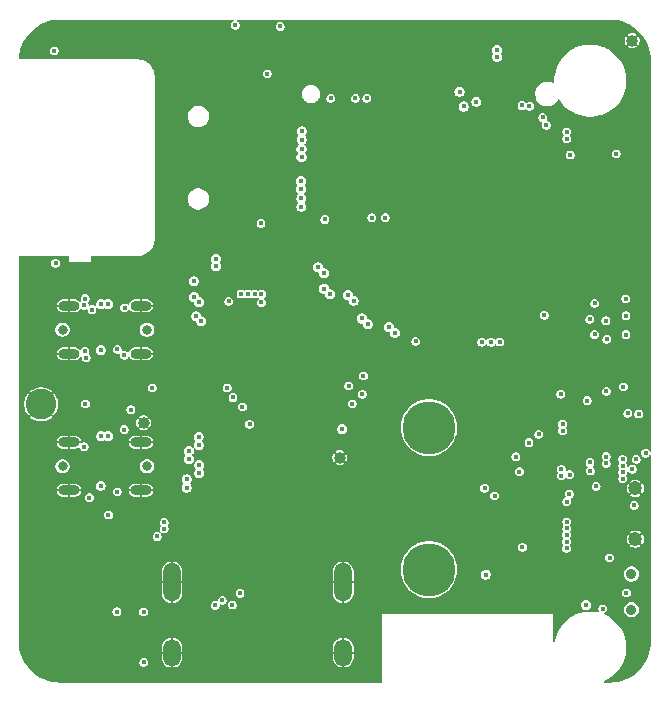
<source format=gbr>
%TF.GenerationSoftware,KiCad,Pcbnew,9.0.0*%
%TF.CreationDate,2025-03-28T16:29:38+01:00*%
%TF.ProjectId,CM5_MINIMA_3,434d355f-4d49-44e4-994d-415f332e6b69,2*%
%TF.SameCoordinates,Original*%
%TF.FileFunction,Copper,L2,Inr*%
%TF.FilePolarity,Positive*%
%FSLAX46Y46*%
G04 Gerber Fmt 4.6, Leading zero omitted, Abs format (unit mm)*
G04 Created by KiCad (PCBNEW 9.0.0) date 2025-03-28 16:29:38*
%MOMM*%
%LPD*%
G01*
G04 APERTURE LIST*
%TA.AperFunction,ComponentPad*%
%ADD10C,4.500000*%
%TD*%
%TA.AperFunction,ComponentPad*%
%ADD11C,2.600000*%
%TD*%
%TA.AperFunction,ComponentPad*%
%ADD12C,0.800000*%
%TD*%
%TA.AperFunction,ComponentPad*%
%ADD13O,1.800000X0.860000*%
%TD*%
%TA.AperFunction,ComponentPad*%
%ADD14C,1.000000*%
%TD*%
%TA.AperFunction,ComponentPad*%
%ADD15O,1.500000X3.300000*%
%TD*%
%TA.AperFunction,ComponentPad*%
%ADD16O,1.500000X2.300000*%
%TD*%
%TA.AperFunction,ComponentPad*%
%ADD17C,1.200000*%
%TD*%
%TA.AperFunction,ComponentPad*%
%ADD18C,0.900000*%
%TD*%
%TA.AperFunction,ViaPad*%
%ADD19C,0.450000*%
%TD*%
G04 APERTURE END LIST*
D10*
%TO.N,N/C*%
%TO.C,M701*%
X35300000Y22125000D03*
%TD*%
%TO.N,N/C*%
%TO.C,M702*%
X35300000Y10100000D03*
%TD*%
D11*
%TO.N,GND*%
%TO.C,H101*%
X2450000Y24100000D03*
%TD*%
D12*
%TO.N,*%
%TO.C,J101*%
X11430000Y30400000D03*
X4270000Y30400000D03*
D13*
%TO.N,GND*%
X10900000Y28370000D03*
X10900000Y32430000D03*
X4800000Y28370000D03*
X4800000Y32430000D03*
%TD*%
D14*
%TO.N,GND*%
%TO.C,TP105*%
X11130000Y22530000D03*
%TD*%
D15*
%TO.N,GND*%
%TO.C,J501*%
X28040000Y9030000D03*
X13540000Y9030000D03*
D16*
X13540000Y3070000D03*
X28040000Y3070000D03*
%TD*%
D12*
%TO.N,*%
%TO.C,USB701*%
X11430000Y18850000D03*
X4270000Y18850000D03*
D13*
%TO.N,GND*%
X10900000Y16820000D03*
X10900000Y20880000D03*
X4800000Y16820000D03*
X4800000Y20880000D03*
%TD*%
D17*
%TO.N,GND*%
%TO.C,SW501*%
X52770000Y16980000D03*
X52770000Y12680000D03*
%TD*%
D14*
%TO.N,GND*%
%TO.C,TP104*%
X52490000Y54890000D03*
%TD*%
%TO.N,GND*%
%TO.C,TP106*%
X27750000Y19580000D03*
%TD*%
D18*
%TO.N,*%
%TO.C,SW101*%
X52440000Y9720000D03*
X52440000Y6720000D03*
%TD*%
D19*
%TO.N,GND*%
X7850000Y24210000D03*
X32540000Y54420000D03*
X46860000Y39790000D03*
X7300000Y55200000D03*
X27090000Y35340000D03*
X26680000Y32670000D03*
X43490000Y50140000D03*
X8560500Y33180000D03*
X39940000Y49400000D03*
X7820000Y25370000D03*
X45800000Y14800000D03*
X13080000Y25190000D03*
X10170000Y13820000D03*
X11100000Y17900000D03*
X38915000Y29360000D03*
X25040053Y40473670D03*
X4650000Y19800000D03*
X26120000Y44290000D03*
X31050000Y5150000D03*
X24800000Y11940000D03*
X21470000Y41920000D03*
X28040000Y54360000D03*
X25370000Y44350000D03*
X49490000Y17790000D03*
X52120000Y26069998D03*
X53507714Y19393035D03*
X25980000Y36350000D03*
X29760000Y32040000D03*
X30005000Y39390000D03*
X45150252Y21399932D03*
X32260000Y6660000D03*
X51930000Y32370000D03*
X16250000Y21830000D03*
X21050000Y12790000D03*
X51910000Y28630000D03*
X31050000Y900000D03*
X32055000Y40290585D03*
X49010000Y21990000D03*
X23910000Y44280000D03*
X25240000Y35510000D03*
X13070000Y29760000D03*
X4510000Y33640000D03*
X29640000Y33020000D03*
X19260000Y7440000D03*
X44170000Y6610000D03*
X37480000Y49360000D03*
X30025000Y40305415D03*
X31230000Y30510000D03*
X31040000Y40280000D03*
X52640000Y31350000D03*
X17520000Y49560000D03*
X49070000Y33690000D03*
X46820000Y30670000D03*
X14150000Y13850000D03*
X31020000Y39420000D03*
X23230000Y43980000D03*
X46460000Y35230000D03*
X24050000Y12770000D03*
X24800000Y8000000D03*
X12420000Y32180000D03*
X4600000Y31350000D03*
X10530000Y27500000D03*
X15340000Y16620000D03*
X16130000Y7460000D03*
X48960000Y38030000D03*
X14810000Y21705000D03*
X49700000Y24900000D03*
X46050000Y13600000D03*
X52400000Y29410000D03*
X41510000Y6630000D03*
X46090000Y47080000D03*
X16820000Y14380000D03*
X25120000Y47640000D03*
X14690000Y15730000D03*
X23999945Y43492045D03*
X46670000Y24390000D03*
X23300000Y8100000D03*
X32849147Y29674321D03*
X28590000Y34060000D03*
X2150000Y54550000D03*
X46250000Y6000000D03*
X25740000Y33810000D03*
X25790000Y6990000D03*
X28800000Y32150000D03*
X26520000Y34550000D03*
X23990000Y47700000D03*
X30860000Y31010000D03*
X28930000Y31190000D03*
X15910000Y26330000D03*
X46050000Y12467500D03*
X9100000Y9700000D03*
X21466457Y46110958D03*
X15980000Y30320000D03*
X7090000Y33130000D03*
X13160000Y17990000D03*
X51025000Y37425000D03*
X48920000Y36990000D03*
X20300000Y11950000D03*
X48750000Y23720000D03*
X26250000Y54390000D03*
X18309997Y56200000D03*
X21800000Y8100000D03*
X27590000Y33560000D03*
X9920000Y9710000D03*
X4600000Y29450000D03*
X49930000Y30110000D03*
X22310000Y55610000D03*
X4650000Y17900000D03*
X17000000Y52200000D03*
X13130000Y16800000D03*
X16220000Y16690000D03*
X45800000Y15600000D03*
X31050000Y3050000D03*
X14713995Y32976004D03*
X13060000Y28900000D03*
X13200000Y22800000D03*
X17310000Y11830000D03*
X40560000Y55630000D03*
X16270000Y15580000D03*
X35320000Y6695000D03*
X46050000Y13045000D03*
X48930000Y28900000D03*
X46360000Y36740000D03*
X23973726Y40376183D03*
X11100000Y31350000D03*
X50430000Y46860000D03*
X32070000Y39420000D03*
X46280000Y46420000D03*
X37090000Y54520000D03*
X9200000Y11700000D03*
X11100000Y19800000D03*
X23300000Y11950000D03*
X6890000Y15560000D03*
X43800000Y54420000D03*
X21800000Y40060000D03*
X13500000Y55000000D03*
X10960000Y15680000D03*
X50810000Y12240000D03*
X38040000Y51200000D03*
X45200000Y32295000D03*
X11200000Y33800000D03*
X49020000Y32010000D03*
X24986325Y43395166D03*
X38540000Y6650000D03*
X53730000Y27840000D03*
X1800000Y35650000D03*
X16840000Y7990000D03*
X43120000Y29420000D03*
X16010000Y23095000D03*
X33120000Y30350000D03*
X17750000Y6900000D03*
X6840000Y21530000D03*
X26380000Y50550000D03*
X32010000Y31340000D03*
X17730000Y16360000D03*
X25025629Y41888245D03*
X48923266Y19923266D03*
X29970000Y30210000D03*
X29500000Y50820000D03*
X22210000Y52210000D03*
X46250000Y15227500D03*
X8920000Y21590000D03*
X15353281Y33835999D03*
X42190000Y29410000D03*
X21800000Y11930000D03*
X43900000Y31400000D03*
X13070000Y26410000D03*
X44370000Y54420000D03*
%TO.N,Net-(T401-SHIELD1)*%
X3675000Y36050000D03*
X3575000Y54025000D03*
%TO.N,/CM5/ETH_PI.TRD3_P*%
X24516770Y46512500D03*
%TO.N,/CM5/ETH_PI.TRD0_P*%
X24490000Y40820000D03*
%TO.N,/CM5/ETH_PI.TRD1_P*%
X24452021Y42325000D03*
%TO.N,/CM5/ETH_PI.TRD2_P*%
X24503854Y45012500D03*
%TO.N,/CM5/nLED_ACTIVITY*%
X52130000Y23330000D03*
%TO.N,/CM5/nRPIBOOT*%
X52500000Y18600000D03*
X52010000Y8130000D03*
%TO.N,/CM5/EEPROM_nWP*%
X48920000Y31290000D03*
X51950000Y33020000D03*
%TO.N,/CM5/PI_nLED_PWR*%
X52830000Y19440000D03*
%TO.N,/CM5/nLED_SPEED_100_1000*%
X51980000Y31600000D03*
X21600000Y52080000D03*
%TO.N,/SCL*%
X42650000Y19650000D03*
X40000000Y17000000D03*
X48925000Y19175000D03*
%TO.N,/SDA*%
X40850000Y16350000D03*
X42950000Y18400000D03*
X48950000Y18450000D03*
%TO.N,/CM5/GPIO5*%
X31600000Y39910000D03*
%TO.N,+3V3_PI*%
X11125000Y6525000D03*
X46500000Y18050000D03*
X46500000Y18600000D03*
X47200000Y18150000D03*
X21070000Y39425000D03*
X11150000Y2250000D03*
X46600000Y22430000D03*
X8875000Y6525000D03*
X20100000Y22410000D03*
X46600000Y21840000D03*
%TO.N,Net-(D702-K)*%
X18890000Y56200000D03*
X22690000Y56090000D03*
%TO.N,/CM5/CAM_GPIO0*%
X43760000Y20850000D03*
%TO.N,/CM5/PWR_BUT*%
X49450000Y17150000D03*
X52659409Y15540499D03*
%TO.N,/CM5/VBUS_EN*%
X18333721Y32812048D03*
X8150000Y14725000D03*
%TO.N,/CM5/PWM*%
X34175000Y29425000D03*
X50270000Y31160000D03*
%TO.N,/CM5/TACHO*%
X45050000Y31645000D03*
%TO.N,/CM5/CAM_GPIO1*%
X44590000Y21550000D03*
%TO.N,/USB_C.D_P*%
X7548000Y32579587D03*
X17250000Y36382000D03*
%TO.N,/CC2*%
X6764066Y32121560D03*
X46960000Y15850000D03*
%TO.N,/USB_C.D_N*%
X7500000Y28700000D03*
X17250000Y35778000D03*
X8152000Y32579587D03*
%TO.N,/CC1*%
X8900000Y28750000D03*
X47180000Y16500000D03*
%TO.N,+5V*%
X12280000Y12910000D03*
X51700000Y17800000D03*
X46940000Y13050000D03*
X50300000Y19100000D03*
X12872500Y14100000D03*
X53070000Y23270000D03*
X6175000Y28575000D03*
X51700000Y19450000D03*
X19380000Y33430000D03*
X53630000Y19960000D03*
X9525000Y32275000D03*
X20533333Y33430000D03*
X46940000Y12467500D03*
X6100000Y32475000D03*
X10060000Y23630000D03*
X51700000Y18900000D03*
X46960000Y14150000D03*
X9500000Y28250000D03*
X51150000Y45300000D03*
X6210000Y24130000D03*
X6275000Y28025000D03*
X6180000Y33050000D03*
X11870000Y25480000D03*
X21110000Y32720000D03*
X46940000Y11900000D03*
X19956667Y33430000D03*
X51700000Y18350000D03*
X46950000Y13600000D03*
X21110000Y33430000D03*
X50300000Y19675000D03*
X12872500Y13550000D03*
%TO.N,VBUS_USB2.0*%
X6550000Y16200000D03*
X6100000Y20500000D03*
%TO.N,/CM5/ETH_nLED_ACTIVITY*%
X49325000Y32650000D03*
X26480000Y39750000D03*
%TO.N,/CM5/ETH_PI.TRD0_N*%
X24490000Y41520000D03*
%TO.N,/CM5/ETH_PI.TRD2_N*%
X24503854Y45712500D03*
%TO.N,/CM5/ETH_PI.TRD1_N*%
X24452021Y43025000D03*
%TO.N,/CM5/ETH_PI.TRD3_N*%
X24516770Y47212500D03*
%TO.N,M2_3V3*%
X40550000Y29360000D03*
X43170000Y49400000D03*
X46950000Y47175000D03*
X47250000Y45200000D03*
X43210000Y12000000D03*
X50580000Y11110000D03*
X30040000Y50005000D03*
X39770000Y29360000D03*
X41280000Y29370000D03*
X50000000Y6790000D03*
X26986178Y50005000D03*
X29060000Y50005000D03*
X43800000Y49340000D03*
X45225000Y47725000D03*
X46950000Y46575000D03*
X44920000Y48380000D03*
%TO.N,/USB/CC1*%
X8900000Y16700000D03*
X9490000Y21960000D03*
%TO.N,/CM5/USB2P.D_P*%
X7548000Y21400000D03*
%TO.N,/CM5/USB2P.D_N*%
X8152000Y21400000D03*
X7500000Y17200000D03*
%TO.N,/CM5/PCIE_PI.TX_N*%
X16013547Y31116453D03*
%TO.N,/CM5/PCIE_PI.nWAKE*%
X39310000Y49710000D03*
%TO.N,/CM5/PCIE_PI.nCLKREQ*%
X37880000Y50570000D03*
%TO.N,/CM5/PCIE_PI.PWR_EN*%
X27950000Y22000000D03*
X48590990Y7103785D03*
X40100000Y9680000D03*
X15370000Y34500000D03*
%TO.N,/CM5/PCIE_PI.RX_N*%
X15834144Y32761133D03*
%TO.N,/CM5/PCIE_PI.CLK_P*%
X41050000Y54122000D03*
%TO.N,/CM5/PCIE_PI.RX_P*%
X15407050Y33188227D03*
%TO.N,/CM5/PCIE_PI.TX_P*%
X15586453Y31543547D03*
%TO.N,/CM5/PCIE_PI.CLK_N*%
X41050000Y53518000D03*
%TO.N,/CM5/PCIE_PI.nRST*%
X38230000Y49310000D03*
%TO.N,/CM5/DPHY0_P.D0_P*%
X26407488Y35192512D03*
%TO.N,/CM5/DPHY0_P.C_P*%
X28922789Y32859226D03*
%TO.N,/CM5/DPHY0_P.D1_P*%
X26907488Y33402512D03*
%TO.N,/CM5/DPHY0_P.D2_P*%
X30107437Y30864849D03*
%TO.N,/CM5/DPHY0_P.D3_N*%
X31912512Y30647488D03*
%TO.N,/CM5/DPHY0_P.D3_P*%
X32407488Y30152512D03*
%TO.N,/CM5/DPHY0_P.D0_N*%
X25912512Y35687488D03*
%TO.N,/CM5/DPHY0_P.D2_N*%
X29612461Y31359825D03*
%TO.N,/CM5/DPHY0_P.C_N*%
X28427813Y33354202D03*
%TO.N,/CM5/DPHY0_P.D1_N*%
X26412512Y33897488D03*
%TO.N,/CM5/HDMI_PI.CK_P*%
X14770701Y17750000D03*
%TO.N,/CM5/HDMI_PI.CK_N*%
X14770701Y17050000D03*
%TO.N,/CM5/HDMI_PI.D0_N*%
X15850000Y18250000D03*
%TO.N,/CM5/HDMI_PI.SCL*%
X18640000Y7100000D03*
%TO.N,/CM5/HDMI_PI.D2_P*%
X15795809Y21350000D03*
%TO.N,/CM5/HDMI_PI.D0_P*%
X15850000Y18950000D03*
%TO.N,/CM5/HDMI_PI.D1_N*%
X14962002Y19450000D03*
%TO.N,/CM5/HDMI_PI.HOTPLUG*%
X17183809Y7074180D03*
%TO.N,/CM5/HDMI_PI.D1_P*%
X14962002Y20150000D03*
%TO.N,/CM5/HDMI_PI.D2_N*%
X15795809Y20650000D03*
%TO.N,/CM5/HDMI_PI.SDA*%
X17800000Y7500000D03*
%TO.N,/CM5/HDMI_PI.CEC*%
X19300000Y8100000D03*
%TO.N,/CM5/MOSI_GPIO20*%
X50360000Y29600000D03*
X28500000Y25650000D03*
%TO.N,/CM5/MISO_GPIO19*%
X49310000Y30010000D03*
X29750000Y26500000D03*
%TO.N,/CM5/SCLK_GPIO21*%
X29650000Y24950000D03*
X51975000Y30000000D03*
%TO.N,/CM5/BL_GPIO18*%
X50310000Y25200000D03*
X18200000Y25480000D03*
%TO.N,/CM5/RST_GPIO27*%
X18700000Y24680000D03*
X46460000Y24960000D03*
%TO.N,/CM5/DC_GPI25*%
X19500000Y23880000D03*
X48680000Y24410000D03*
%TO.N,/CM5/GPIO4*%
X30460000Y39890000D03*
%TO.N,/CM5/CS_GPIO24*%
X28800000Y24150000D03*
X51760000Y25590000D03*
%TD*%
%TA.AperFunction,Conductor*%
%TO.N,GND*%
G36*
X18728352Y56647826D02*
G01*
X18750026Y56595500D01*
X18728352Y56543174D01*
X18713026Y56531414D01*
X18659437Y56500475D01*
X18589525Y56430563D01*
X18540090Y56344940D01*
X18540088Y56344935D01*
X18514500Y56249438D01*
X18514500Y56150563D01*
X18540088Y56055066D01*
X18540090Y56055061D01*
X18548461Y56040563D01*
X18589525Y55969438D01*
X18659438Y55899525D01*
X18745062Y55850090D01*
X18745063Y55850090D01*
X18745065Y55850089D01*
X18792813Y55837295D01*
X18840562Y55824501D01*
X18840563Y55824500D01*
X18840565Y55824500D01*
X18939437Y55824500D01*
X18939437Y55824501D01*
X19034938Y55850090D01*
X19120562Y55899525D01*
X19190475Y55969438D01*
X19239910Y56055062D01*
X19262519Y56139438D01*
X22314500Y56139438D01*
X22314500Y56040563D01*
X22340088Y55945066D01*
X22340090Y55945061D01*
X22358981Y55912341D01*
X22389525Y55859438D01*
X22459438Y55789525D01*
X22545062Y55740090D01*
X22545063Y55740090D01*
X22545065Y55740089D01*
X22592813Y55727295D01*
X22640562Y55714501D01*
X22640563Y55714500D01*
X22640565Y55714500D01*
X22739437Y55714500D01*
X22739437Y55714501D01*
X22834938Y55740090D01*
X22920562Y55789525D01*
X22990475Y55859438D01*
X23039910Y55945062D01*
X23065499Y56040563D01*
X23065500Y56040563D01*
X23065500Y56139437D01*
X23065499Y56139438D01*
X23062518Y56150562D01*
X23039910Y56234938D01*
X22990475Y56320562D01*
X22920562Y56390475D01*
X22898655Y56403123D01*
X22834939Y56439910D01*
X22834934Y56439912D01*
X22739437Y56465500D01*
X22739435Y56465500D01*
X22640565Y56465500D01*
X22640563Y56465500D01*
X22545065Y56439912D01*
X22545060Y56439910D01*
X22459437Y56390475D01*
X22389525Y56320563D01*
X22340090Y56234940D01*
X22340088Y56234935D01*
X22314500Y56139438D01*
X19262519Y56139438D01*
X19265500Y56150565D01*
X19265500Y56249435D01*
X19265500Y56249437D01*
X19265499Y56249438D01*
X19239911Y56344935D01*
X19239909Y56344940D01*
X19207218Y56401562D01*
X19190475Y56430562D01*
X19120562Y56500475D01*
X19066973Y56531415D01*
X19032495Y56576347D01*
X19039888Y56632500D01*
X19084821Y56666979D01*
X19103974Y56669500D01*
X50535680Y56669500D01*
X50535684Y56669499D01*
X50599758Y56669500D01*
X50603387Y56669411D01*
X50622963Y56668450D01*
X50940973Y56652829D01*
X50948173Y56652120D01*
X51280709Y56602795D01*
X51287824Y56601379D01*
X51613922Y56519698D01*
X51620836Y56517601D01*
X51937358Y56404349D01*
X51944066Y56401570D01*
X52115345Y56320563D01*
X52247958Y56257843D01*
X52254335Y56254435D01*
X52542690Y56081604D01*
X52548722Y56077573D01*
X52818727Y55877326D01*
X52824341Y55872719D01*
X53073423Y55646966D01*
X53078550Y55641839D01*
X53304307Y55392756D01*
X53308907Y55387151D01*
X53509154Y55117149D01*
X53513189Y55111111D01*
X53686013Y54822773D01*
X53689436Y54816368D01*
X53833159Y54512493D01*
X53835938Y54505784D01*
X53949186Y54189278D01*
X53951294Y54182329D01*
X54032974Y53856250D01*
X54034391Y53849127D01*
X54083715Y53516611D01*
X54084427Y53509384D01*
X54100984Y53172362D01*
X54101073Y53168731D01*
X54101073Y20171250D01*
X54079399Y20118924D01*
X54027073Y20097250D01*
X53974747Y20118924D01*
X53962987Y20134250D01*
X53941625Y20171250D01*
X53930475Y20190562D01*
X53860562Y20260475D01*
X53845038Y20269438D01*
X53774939Y20309910D01*
X53774934Y20309912D01*
X53679437Y20335500D01*
X53679435Y20335500D01*
X53580565Y20335500D01*
X53580563Y20335500D01*
X53485065Y20309912D01*
X53485060Y20309910D01*
X53399437Y20260475D01*
X53329525Y20190563D01*
X53280090Y20104940D01*
X53280088Y20104935D01*
X53254500Y20009438D01*
X53254500Y19910563D01*
X53280088Y19815066D01*
X53280090Y19815061D01*
X53309706Y19763765D01*
X53329525Y19729438D01*
X53399438Y19659525D01*
X53458262Y19625563D01*
X53477870Y19614242D01*
X53485062Y19610090D01*
X53485063Y19610090D01*
X53485065Y19610089D01*
X53520610Y19600565D01*
X53580562Y19584501D01*
X53580563Y19584500D01*
X53580565Y19584500D01*
X53679437Y19584500D01*
X53679437Y19584501D01*
X53774938Y19610090D01*
X53860562Y19659525D01*
X53930475Y19729438D01*
X53962987Y19785752D01*
X54007920Y19820229D01*
X54064073Y19812837D01*
X54098551Y19767904D01*
X54101073Y19748751D01*
X54101073Y4031820D01*
X54100984Y4028189D01*
X54084400Y3690619D01*
X54083688Y3683392D01*
X54034363Y3350877D01*
X54032946Y3343755D01*
X53951270Y3017682D01*
X53949162Y3010732D01*
X53835913Y2694227D01*
X53833134Y2687518D01*
X53689412Y2383645D01*
X53685989Y2377240D01*
X53513167Y2088905D01*
X53509132Y2082867D01*
X53308890Y1812873D01*
X53304283Y1807259D01*
X53078529Y1558180D01*
X53073394Y1553046D01*
X52824334Y1327312D01*
X52818720Y1322704D01*
X52548702Y1122447D01*
X52542664Y1118413D01*
X52254344Y945602D01*
X52247940Y942179D01*
X51944057Y798456D01*
X51937348Y795677D01*
X51620849Y682433D01*
X51613899Y680325D01*
X51287821Y598648D01*
X51280698Y597231D01*
X50948185Y547910D01*
X50940958Y547198D01*
X50602840Y530590D01*
X50599211Y530501D01*
X50566930Y530501D01*
X50535684Y530501D01*
X50535680Y530501D01*
X50531140Y530500D01*
X50531139Y530501D01*
X50531139Y530500D01*
X50135321Y530500D01*
X50082995Y552174D01*
X50061321Y604500D01*
X50082995Y656826D01*
X50110881Y674347D01*
X50119208Y677261D01*
X50119212Y677264D01*
X50119215Y677264D01*
X50427910Y825924D01*
X50718018Y1008211D01*
X50985893Y1221834D01*
X51228166Y1464107D01*
X51441789Y1731982D01*
X51624076Y2022090D01*
X51772736Y2330785D01*
X51772736Y2330788D01*
X51772739Y2330792D01*
X51885892Y2654170D01*
X51885897Y2654183D01*
X51962139Y2988217D01*
X52000500Y3328688D01*
X52000500Y3671312D01*
X51962139Y4011783D01*
X51885897Y4345817D01*
X51874458Y4378508D01*
X51772739Y4669209D01*
X51624076Y4977909D01*
X51624076Y4977910D01*
X51441789Y5268018D01*
X51228166Y5535893D01*
X50985893Y5778166D01*
X50718018Y5991789D01*
X50427910Y6174076D01*
X50427908Y6174077D01*
X50148565Y6308602D01*
X50110826Y6350834D01*
X50114001Y6407382D01*
X50143673Y6439360D01*
X50144936Y6440090D01*
X50144938Y6440090D01*
X50230562Y6489525D01*
X50300475Y6559438D01*
X50349910Y6645062D01*
X50375499Y6740563D01*
X50375500Y6740563D01*
X50375500Y6784069D01*
X51789500Y6784069D01*
X51789500Y6655931D01*
X51796586Y6620304D01*
X51814497Y6530261D01*
X51814498Y6530258D01*
X51853585Y6435893D01*
X51863535Y6411873D01*
X51934724Y6305331D01*
X52025331Y6214724D01*
X52131873Y6143535D01*
X52250256Y6094499D01*
X52250258Y6094499D01*
X52250260Y6094498D01*
X52292903Y6086016D01*
X52375931Y6069500D01*
X52375933Y6069500D01*
X52504067Y6069500D01*
X52504069Y6069500D01*
X52629744Y6094499D01*
X52748127Y6143535D01*
X52854669Y6214724D01*
X52945276Y6305331D01*
X53016465Y6411873D01*
X53065501Y6530256D01*
X53090500Y6655931D01*
X53090500Y6784069D01*
X53065501Y6909744D01*
X53016465Y7028127D01*
X52945276Y7134669D01*
X52854669Y7225276D01*
X52748127Y7296465D01*
X52748124Y7296467D01*
X52748123Y7296467D01*
X52629742Y7345502D01*
X52629739Y7345503D01*
X52531472Y7365049D01*
X52504069Y7370500D01*
X52375931Y7370500D01*
X52348528Y7365049D01*
X52250260Y7345503D01*
X52250257Y7345502D01*
X52131876Y7296467D01*
X52025331Y7225277D01*
X52025330Y7225275D01*
X51934725Y7134670D01*
X51934723Y7134669D01*
X51863533Y7028124D01*
X51814498Y6909743D01*
X51814497Y6909740D01*
X51800513Y6839435D01*
X51789500Y6784069D01*
X50375500Y6784069D01*
X50375500Y6839437D01*
X50375499Y6839438D01*
X50349911Y6934935D01*
X50349909Y6934940D01*
X50300474Y7020563D01*
X50230562Y7090475D01*
X50144939Y7139910D01*
X50144934Y7139912D01*
X50049437Y7165500D01*
X50049435Y7165500D01*
X49950565Y7165500D01*
X49950563Y7165500D01*
X49855065Y7139912D01*
X49855060Y7139910D01*
X49769437Y7090475D01*
X49699525Y7020563D01*
X49650090Y6934940D01*
X49650088Y6934935D01*
X49624500Y6839438D01*
X49624500Y6740563D01*
X49650088Y6645066D01*
X49650090Y6645061D01*
X49682256Y6589348D01*
X49689648Y6533195D01*
X49655170Y6488262D01*
X49601703Y6480203D01*
X49461786Y6512139D01*
X49315866Y6528580D01*
X49121312Y6550500D01*
X48778688Y6550500D01*
X48765892Y6549059D01*
X48709757Y6542735D01*
X48709758Y6542734D01*
X48667939Y6538022D01*
X48603402Y6530751D01*
X48520124Y6521368D01*
X48438213Y6512139D01*
X48104187Y6435899D01*
X48104169Y6435893D01*
X47780791Y6322740D01*
X47472091Y6174077D01*
X47181981Y5991789D01*
X46914103Y5778163D01*
X46671837Y5535897D01*
X46458211Y5268019D01*
X46275923Y4977909D01*
X46127260Y4669209D01*
X46014107Y4345831D01*
X46014101Y4345813D01*
X45946145Y4048077D01*
X45913370Y4001886D01*
X45857533Y3992399D01*
X45811342Y4025174D01*
X45800000Y4064544D01*
X45800000Y6350000D01*
X31350000Y6350000D01*
X31350000Y604500D01*
X31328326Y552174D01*
X31276000Y530500D01*
X4051819Y530500D01*
X4048188Y530589D01*
X3710617Y547173D01*
X3703390Y547885D01*
X3370873Y597210D01*
X3363751Y598627D01*
X3051191Y676919D01*
X3037677Y680304D01*
X3030728Y682411D01*
X2714221Y795660D01*
X2707512Y798439D01*
X2403637Y942161D01*
X2397232Y945584D01*
X2108896Y1118406D01*
X2102858Y1122441D01*
X1832857Y1322688D01*
X1827244Y1327295D01*
X1578173Y1553039D01*
X1573038Y1558174D01*
X1526447Y1609579D01*
X1415508Y1731982D01*
X1347294Y1807245D01*
X1342687Y1812858D01*
X1142440Y2082859D01*
X1138405Y2088897D01*
X1032109Y2266241D01*
X1012212Y2299438D01*
X10774500Y2299438D01*
X10774500Y2200563D01*
X10800088Y2105066D01*
X10800090Y2105061D01*
X10847993Y2022092D01*
X10849525Y2019438D01*
X10919438Y1949525D01*
X11005062Y1900090D01*
X11005063Y1900090D01*
X11005065Y1900089D01*
X11042147Y1890153D01*
X11100562Y1874501D01*
X11100563Y1874500D01*
X11100565Y1874500D01*
X11199437Y1874500D01*
X11199437Y1874501D01*
X11294938Y1900090D01*
X11380562Y1949525D01*
X11450475Y2019438D01*
X11499910Y2105062D01*
X11525499Y2200563D01*
X11525500Y2200563D01*
X11525500Y2299437D01*
X11525499Y2299438D01*
X11499911Y2394935D01*
X11499909Y2394940D01*
X11450474Y2480563D01*
X11380562Y2550475D01*
X11294939Y2599910D01*
X11294934Y2599912D01*
X11199437Y2625500D01*
X11199435Y2625500D01*
X11100565Y2625500D01*
X11100563Y2625500D01*
X11005065Y2599912D01*
X11005060Y2599910D01*
X10919437Y2550475D01*
X10849525Y2480563D01*
X10800090Y2394940D01*
X10800088Y2394935D01*
X10774500Y2299438D01*
X1012212Y2299438D01*
X965579Y2377241D01*
X962160Y2383638D01*
X948121Y2413320D01*
X818436Y2687518D01*
X815659Y2694222D01*
X815657Y2694227D01*
X702406Y3010742D01*
X700306Y3017665D01*
X618625Y3343755D01*
X617209Y3350874D01*
X603691Y3442007D01*
X586682Y3556672D01*
X12660000Y3556672D01*
X12660000Y3148500D01*
X13090000Y3148500D01*
X13090000Y2991500D01*
X12660000Y2991500D01*
X12660000Y2583329D01*
X12693816Y2413320D01*
X12693818Y2413313D01*
X12760152Y2253168D01*
X12856458Y2109034D01*
X12979033Y1986459D01*
X13123167Y1890153D01*
X13283312Y1823819D01*
X13283319Y1823817D01*
X13453329Y1790000D01*
X13461500Y1790000D01*
X13461500Y2225160D01*
X13480756Y2220000D01*
X13599244Y2220000D01*
X13618500Y2225160D01*
X13618500Y1790000D01*
X13626671Y1790000D01*
X13796680Y1823817D01*
X13796687Y1823819D01*
X13956832Y1890153D01*
X14100966Y1986459D01*
X14100968Y1986460D01*
X14223540Y2109032D01*
X14223541Y2109034D01*
X14319847Y2253168D01*
X14386181Y2413313D01*
X14386183Y2413320D01*
X14420000Y2583329D01*
X14420000Y2991500D01*
X13990000Y2991500D01*
X13990000Y3148500D01*
X14420000Y3148500D01*
X14420000Y3556672D01*
X27160000Y3556672D01*
X27160000Y3148500D01*
X27590000Y3148500D01*
X27590000Y2991500D01*
X27160000Y2991500D01*
X27160000Y2583329D01*
X27193816Y2413320D01*
X27193818Y2413313D01*
X27260152Y2253168D01*
X27356458Y2109034D01*
X27479033Y1986459D01*
X27623167Y1890153D01*
X27783312Y1823819D01*
X27783319Y1823817D01*
X27953329Y1790000D01*
X27961500Y1790000D01*
X27961500Y2225160D01*
X27980756Y2220000D01*
X28099244Y2220000D01*
X28118500Y2225160D01*
X28118500Y1790000D01*
X28126671Y1790000D01*
X28296680Y1823817D01*
X28296687Y1823819D01*
X28456832Y1890153D01*
X28600966Y1986459D01*
X28600968Y1986460D01*
X28723540Y2109032D01*
X28723541Y2109034D01*
X28819847Y2253168D01*
X28886181Y2413313D01*
X28886183Y2413320D01*
X28920000Y2583329D01*
X28920000Y2991500D01*
X28490000Y2991500D01*
X28490000Y3148500D01*
X28920000Y3148500D01*
X28920000Y3556672D01*
X28886183Y3726681D01*
X28886181Y3726688D01*
X28819847Y3886833D01*
X28723541Y4030967D01*
X28600966Y4153542D01*
X28456832Y4249848D01*
X28296687Y4316182D01*
X28296680Y4316184D01*
X28126671Y4350000D01*
X28118500Y4350000D01*
X28118500Y3914841D01*
X28099244Y3920000D01*
X27980756Y3920000D01*
X27961500Y3914841D01*
X27961500Y4350000D01*
X27953329Y4350000D01*
X27783319Y4316184D01*
X27783312Y4316182D01*
X27623167Y4249848D01*
X27479033Y4153542D01*
X27479032Y4153540D01*
X27356460Y4030968D01*
X27356458Y4030967D01*
X27260152Y3886833D01*
X27193818Y3726688D01*
X27193816Y3726681D01*
X27160000Y3556672D01*
X14420000Y3556672D01*
X14386183Y3726681D01*
X14386181Y3726688D01*
X14319847Y3886833D01*
X14223541Y4030967D01*
X14100966Y4153542D01*
X13956832Y4249848D01*
X13796687Y4316182D01*
X13796680Y4316184D01*
X13626671Y4350000D01*
X13618500Y4350000D01*
X13618500Y3914841D01*
X13599244Y3920000D01*
X13480756Y3920000D01*
X13461500Y3914841D01*
X13461500Y4350000D01*
X13453329Y4350000D01*
X13283319Y4316184D01*
X13283312Y4316182D01*
X13123167Y4249848D01*
X12979033Y4153542D01*
X12979032Y4153540D01*
X12856460Y4030968D01*
X12856458Y4030967D01*
X12760152Y3886833D01*
X12693818Y3726688D01*
X12693816Y3726681D01*
X12660000Y3556672D01*
X586682Y3556672D01*
X567882Y3683404D01*
X567173Y3690604D01*
X550589Y4028189D01*
X550501Y4031843D01*
X550540Y4096040D01*
X552037Y6574438D01*
X8499500Y6574438D01*
X8499500Y6475563D01*
X8525088Y6380066D01*
X8525090Y6380061D01*
X8574525Y6294438D01*
X8644438Y6224525D01*
X8730062Y6175090D01*
X8730063Y6175090D01*
X8730065Y6175089D01*
X8733846Y6174076D01*
X8825562Y6149501D01*
X8825563Y6149500D01*
X8825565Y6149500D01*
X8924437Y6149500D01*
X8924437Y6149501D01*
X9019938Y6175090D01*
X9105562Y6224525D01*
X9175475Y6294438D01*
X9224910Y6380062D01*
X9250499Y6475563D01*
X9250500Y6475563D01*
X9250500Y6574437D01*
X9250499Y6574438D01*
X10749500Y6574438D01*
X10749500Y6475563D01*
X10775088Y6380066D01*
X10775090Y6380061D01*
X10824525Y6294438D01*
X10894438Y6224525D01*
X10980062Y6175090D01*
X10980063Y6175090D01*
X10980065Y6175089D01*
X10983846Y6174076D01*
X11075562Y6149501D01*
X11075563Y6149500D01*
X11075565Y6149500D01*
X11174437Y6149500D01*
X11174437Y6149501D01*
X11269938Y6175090D01*
X11355562Y6224525D01*
X11425475Y6294438D01*
X11474910Y6380062D01*
X11500499Y6475563D01*
X11500500Y6475563D01*
X11500500Y6574437D01*
X11500499Y6574438D01*
X11474911Y6669935D01*
X11474909Y6669940D01*
X11443541Y6724271D01*
X11425475Y6755562D01*
X11355562Y6825475D01*
X11331379Y6839437D01*
X11269939Y6874910D01*
X11269934Y6874912D01*
X11174437Y6900500D01*
X11174435Y6900500D01*
X11075565Y6900500D01*
X11075563Y6900500D01*
X10980065Y6874912D01*
X10980060Y6874910D01*
X10894437Y6825475D01*
X10824525Y6755563D01*
X10775090Y6669940D01*
X10775088Y6669935D01*
X10749500Y6574438D01*
X9250499Y6574438D01*
X9224911Y6669935D01*
X9224909Y6669940D01*
X9193541Y6724271D01*
X9175475Y6755562D01*
X9105562Y6825475D01*
X9081379Y6839437D01*
X9019939Y6874910D01*
X9019934Y6874912D01*
X8924437Y6900500D01*
X8924435Y6900500D01*
X8825565Y6900500D01*
X8825563Y6900500D01*
X8730065Y6874912D01*
X8730060Y6874910D01*
X8644437Y6825475D01*
X8574525Y6755563D01*
X8525090Y6669940D01*
X8525088Y6669935D01*
X8499500Y6574438D01*
X552037Y6574438D01*
X552239Y6909744D01*
X552368Y7123618D01*
X16808309Y7123618D01*
X16808309Y7024743D01*
X16833897Y6929246D01*
X16833899Y6929241D01*
X16868427Y6869438D01*
X16883334Y6843618D01*
X16953247Y6773705D01*
X16994151Y6750089D01*
X17038472Y6724500D01*
X17038871Y6724270D01*
X17038872Y6724270D01*
X17038874Y6724269D01*
X17086622Y6711475D01*
X17134371Y6698681D01*
X17134372Y6698680D01*
X17134374Y6698680D01*
X17233246Y6698680D01*
X17233246Y6698681D01*
X17328747Y6724270D01*
X17414371Y6773705D01*
X17484284Y6843618D01*
X17533719Y6929242D01*
X17559308Y7024743D01*
X17559309Y7024743D01*
X17559309Y7079309D01*
X17580983Y7131635D01*
X17633309Y7153309D01*
X17652462Y7150787D01*
X17655060Y7150091D01*
X17655062Y7150090D01*
X17750562Y7124501D01*
X17750563Y7124500D01*
X17750565Y7124500D01*
X17849437Y7124500D01*
X17849437Y7124501D01*
X17942505Y7149438D01*
X18264500Y7149438D01*
X18264500Y7050563D01*
X18290088Y6955066D01*
X18290090Y6955061D01*
X18321591Y6900500D01*
X18339525Y6869438D01*
X18409438Y6799525D01*
X18495062Y6750090D01*
X18495063Y6750090D01*
X18495065Y6750089D01*
X18530610Y6740565D01*
X18590562Y6724501D01*
X18590563Y6724500D01*
X18590565Y6724500D01*
X18689437Y6724500D01*
X18689437Y6724501D01*
X18784938Y6750090D01*
X18870562Y6799525D01*
X18940475Y6869438D01*
X18989910Y6955062D01*
X19015499Y7050563D01*
X19015500Y7050563D01*
X19015500Y7149437D01*
X19015499Y7149438D01*
X19012721Y7159806D01*
X48165490Y7159806D01*
X48165490Y7047765D01*
X48194485Y6939553D01*
X48194489Y6939544D01*
X48217031Y6900500D01*
X48250505Y6842522D01*
X48329727Y6763300D01*
X48426753Y6707282D01*
X48534969Y6678286D01*
X48534970Y6678285D01*
X48534972Y6678285D01*
X48590958Y6678285D01*
X48647008Y6678285D01*
X48755227Y6707282D01*
X48852253Y6763300D01*
X48931475Y6842522D01*
X48987493Y6939548D01*
X49016489Y7047765D01*
X49016490Y7047765D01*
X49016490Y7159805D01*
X49016489Y7159806D01*
X49014963Y7165500D01*
X48987493Y7268022D01*
X48931475Y7365048D01*
X48852253Y7444270D01*
X48764608Y7494872D01*
X48755231Y7500286D01*
X48755222Y7500290D01*
X48647010Y7529285D01*
X48647008Y7529285D01*
X48534972Y7529285D01*
X48534970Y7529285D01*
X48426757Y7500290D01*
X48426748Y7500286D01*
X48329726Y7444270D01*
X48250505Y7365049D01*
X48194489Y7268027D01*
X48194485Y7268018D01*
X48165490Y7159806D01*
X19012721Y7159806D01*
X18989911Y7244935D01*
X18989909Y7244940D01*
X18955382Y7304742D01*
X18940475Y7330562D01*
X18870562Y7400475D01*
X18784939Y7449910D01*
X18784934Y7449912D01*
X18689437Y7475500D01*
X18689435Y7475500D01*
X18590565Y7475500D01*
X18590563Y7475500D01*
X18495065Y7449912D01*
X18495060Y7449910D01*
X18409437Y7400475D01*
X18339525Y7330563D01*
X18290090Y7244940D01*
X18290088Y7244935D01*
X18264500Y7149438D01*
X17942505Y7149438D01*
X17944938Y7150090D01*
X18030562Y7199525D01*
X18100475Y7269438D01*
X18149910Y7355062D01*
X18175499Y7450563D01*
X18175500Y7450563D01*
X18175500Y7549437D01*
X18175499Y7549438D01*
X18149911Y7644935D01*
X18149909Y7644940D01*
X18129667Y7680000D01*
X18100475Y7730562D01*
X18030562Y7800475D01*
X17980246Y7829525D01*
X17944939Y7849910D01*
X17944934Y7849912D01*
X17849437Y7875500D01*
X17849435Y7875500D01*
X17750565Y7875500D01*
X17750563Y7875500D01*
X17655065Y7849912D01*
X17655060Y7849910D01*
X17569437Y7800475D01*
X17499525Y7730563D01*
X17450090Y7644940D01*
X17450088Y7644935D01*
X17424500Y7549438D01*
X17424500Y7494872D01*
X17402826Y7442546D01*
X17350500Y7420872D01*
X17331347Y7423393D01*
X17328748Y7424090D01*
X17328747Y7424090D01*
X17233244Y7449680D01*
X17134374Y7449680D01*
X17134372Y7449680D01*
X17038874Y7424092D01*
X17038869Y7424090D01*
X16953246Y7374655D01*
X16883334Y7304743D01*
X16833899Y7219120D01*
X16833897Y7219115D01*
X16808309Y7123618D01*
X552368Y7123618D01*
X552371Y7128510D01*
X553490Y8982197D01*
X554115Y10016672D01*
X12660000Y10016672D01*
X12660000Y9108500D01*
X13090000Y9108500D01*
X13090000Y8951500D01*
X12660000Y8951500D01*
X12660000Y8043329D01*
X12693816Y7873320D01*
X12693818Y7873313D01*
X12760152Y7713168D01*
X12856458Y7569034D01*
X12979033Y7446459D01*
X13123167Y7350153D01*
X13283312Y7283819D01*
X13283319Y7283817D01*
X13453329Y7250000D01*
X13461500Y7250000D01*
X13461500Y7685160D01*
X13480756Y7680000D01*
X13599244Y7680000D01*
X13618500Y7685160D01*
X13618500Y7250000D01*
X13626671Y7250000D01*
X13796680Y7283817D01*
X13796687Y7283819D01*
X13956832Y7350153D01*
X14100966Y7446459D01*
X14100968Y7446460D01*
X14223540Y7569032D01*
X14223541Y7569034D01*
X14319847Y7713168D01*
X14386181Y7873313D01*
X14386183Y7873320D01*
X14420000Y8043329D01*
X14420000Y8149438D01*
X18924500Y8149438D01*
X18924500Y8050563D01*
X18950088Y7955066D01*
X18950090Y7955061D01*
X18996025Y7875500D01*
X18999525Y7869438D01*
X19069438Y7799525D01*
X19120733Y7769910D01*
X19147423Y7754500D01*
X19155062Y7750090D01*
X19155063Y7750090D01*
X19155065Y7750089D01*
X19202813Y7737295D01*
X19250562Y7724501D01*
X19250563Y7724500D01*
X19250565Y7724500D01*
X19349437Y7724500D01*
X19349437Y7724501D01*
X19444938Y7750090D01*
X19530562Y7799525D01*
X19600475Y7869438D01*
X19649910Y7955062D01*
X19675499Y8050563D01*
X19675500Y8050563D01*
X19675500Y8149437D01*
X19675499Y8149438D01*
X19667461Y8179435D01*
X19650662Y8242132D01*
X19649911Y8244935D01*
X19649909Y8244940D01*
X19632591Y8274935D01*
X19600475Y8330562D01*
X19530562Y8400475D01*
X19444939Y8449910D01*
X19444934Y8449912D01*
X19349437Y8475500D01*
X19349435Y8475500D01*
X19250565Y8475500D01*
X19250563Y8475500D01*
X19155065Y8449912D01*
X19155060Y8449910D01*
X19069437Y8400475D01*
X18999525Y8330563D01*
X18950090Y8244940D01*
X18950088Y8244935D01*
X18924500Y8149438D01*
X14420000Y8149438D01*
X14420000Y8951500D01*
X13990000Y8951500D01*
X13990000Y9108500D01*
X14420000Y9108500D01*
X14420000Y10016672D01*
X27160000Y10016672D01*
X27160000Y9108500D01*
X27590000Y9108500D01*
X27590000Y8951500D01*
X27160000Y8951500D01*
X27160000Y8043329D01*
X27193816Y7873320D01*
X27193818Y7873313D01*
X27260152Y7713168D01*
X27356458Y7569034D01*
X27479033Y7446459D01*
X27623167Y7350153D01*
X27783312Y7283819D01*
X27783319Y7283817D01*
X27953329Y7250000D01*
X27961500Y7250000D01*
X27961500Y7685160D01*
X27980756Y7680000D01*
X28099244Y7680000D01*
X28118500Y7685160D01*
X28118500Y7250000D01*
X28126671Y7250000D01*
X28296680Y7283817D01*
X28296687Y7283819D01*
X28456832Y7350153D01*
X28600966Y7446459D01*
X28600968Y7446460D01*
X28723540Y7569032D01*
X28723541Y7569034D01*
X28819847Y7713168D01*
X28886181Y7873313D01*
X28886183Y7873320D01*
X28920000Y8043329D01*
X28920000Y8951500D01*
X28490000Y8951500D01*
X28490000Y9108500D01*
X28920000Y9108500D01*
X28920000Y10016672D01*
X28886183Y10186681D01*
X28886181Y10186688D01*
X28877119Y10208566D01*
X28877119Y10208567D01*
X28866249Y10234809D01*
X32899500Y10234809D01*
X32899500Y9965191D01*
X32913129Y9844233D01*
X32929688Y9697266D01*
X32989683Y9434414D01*
X32989686Y9434402D01*
X33078732Y9179922D01*
X33195713Y8937008D01*
X33195715Y8937004D01*
X33195716Y8937003D01*
X33339162Y8708711D01*
X33507266Y8497915D01*
X33697915Y8307266D01*
X33908711Y8139162D01*
X34137003Y7995716D01*
X34379921Y7878733D01*
X34634409Y7789684D01*
X34897268Y7729688D01*
X35165191Y7699500D01*
X35165195Y7699500D01*
X35434805Y7699500D01*
X35434809Y7699500D01*
X35702732Y7729688D01*
X35965591Y7789684D01*
X36220079Y7878733D01*
X36462997Y7995716D01*
X36691289Y8139162D01*
X36741794Y8179438D01*
X51634500Y8179438D01*
X51634500Y8080563D01*
X51660088Y7985066D01*
X51660090Y7985061D01*
X51676692Y7956306D01*
X51709525Y7899438D01*
X51779438Y7829525D01*
X51865062Y7780090D01*
X51865063Y7780090D01*
X51865065Y7780089D01*
X51903054Y7769910D01*
X51960562Y7754501D01*
X51960563Y7754500D01*
X51960565Y7754500D01*
X52059437Y7754500D01*
X52059437Y7754501D01*
X52154938Y7780090D01*
X52240562Y7829525D01*
X52310475Y7899438D01*
X52359910Y7985062D01*
X52385499Y8080563D01*
X52385500Y8080563D01*
X52385500Y8179437D01*
X52385499Y8179438D01*
X52359911Y8274935D01*
X52359909Y8274940D01*
X52310474Y8360563D01*
X52240562Y8430475D01*
X52154939Y8479910D01*
X52154934Y8479912D01*
X52059437Y8505500D01*
X52059435Y8505500D01*
X51960565Y8505500D01*
X51960563Y8505500D01*
X51865065Y8479912D01*
X51865060Y8479910D01*
X51779437Y8430475D01*
X51709525Y8360563D01*
X51660090Y8274940D01*
X51660088Y8274935D01*
X51634500Y8179438D01*
X36741794Y8179438D01*
X36902085Y8307266D01*
X37092734Y8497915D01*
X37260838Y8708711D01*
X37404284Y8937003D01*
X37521267Y9179921D01*
X37610316Y9434409D01*
X37670312Y9697268D01*
X37674678Y9736021D01*
X39674500Y9736021D01*
X39674500Y9623980D01*
X39703495Y9515768D01*
X39703496Y9515765D01*
X39703497Y9515763D01*
X39759515Y9418737D01*
X39838737Y9339515D01*
X39935763Y9283497D01*
X40043979Y9254501D01*
X40043980Y9254500D01*
X40043982Y9254500D01*
X40156020Y9254500D01*
X40156020Y9254501D01*
X40264237Y9283497D01*
X40361263Y9339515D01*
X40440485Y9418737D01*
X40496503Y9515763D01*
X40525499Y9623980D01*
X40525500Y9623980D01*
X40525500Y9736020D01*
X40525499Y9736021D01*
X40521980Y9749155D01*
X40512625Y9784068D01*
X51789500Y9784068D01*
X51789500Y9655933D01*
X51814497Y9530261D01*
X51814498Y9530258D01*
X51860691Y9418737D01*
X51863535Y9411873D01*
X51934724Y9305331D01*
X52025331Y9214724D01*
X52131873Y9143535D01*
X52250256Y9094499D01*
X52250258Y9094499D01*
X52250260Y9094498D01*
X52292903Y9086016D01*
X52375931Y9069500D01*
X52375933Y9069500D01*
X52504067Y9069500D01*
X52504069Y9069500D01*
X52629744Y9094499D01*
X52748127Y9143535D01*
X52854669Y9214724D01*
X52945276Y9305331D01*
X53016465Y9411873D01*
X53065501Y9530256D01*
X53090500Y9655931D01*
X53090500Y9784069D01*
X53065501Y9909744D01*
X53016465Y10028127D01*
X52945276Y10134669D01*
X52854669Y10225276D01*
X52840406Y10234806D01*
X52819473Y10248793D01*
X52748127Y10296465D01*
X52748124Y10296467D01*
X52748123Y10296467D01*
X52629742Y10345502D01*
X52629739Y10345503D01*
X52539696Y10363414D01*
X52504069Y10370500D01*
X52375931Y10370500D01*
X52344726Y10364293D01*
X52250260Y10345503D01*
X52250257Y10345502D01*
X52131876Y10296467D01*
X52025331Y10225277D01*
X52025330Y10225275D01*
X51934725Y10134670D01*
X51934723Y10134669D01*
X51863533Y10028124D01*
X51814498Y9909743D01*
X51814497Y9909740D01*
X51789500Y9784068D01*
X40512625Y9784068D01*
X40496503Y9844237D01*
X40440485Y9941263D01*
X40361263Y10020485D01*
X40348027Y10028127D01*
X40264241Y10076501D01*
X40264232Y10076505D01*
X40156020Y10105500D01*
X40156018Y10105500D01*
X40043982Y10105500D01*
X40043980Y10105500D01*
X39935767Y10076505D01*
X39935758Y10076501D01*
X39838736Y10020485D01*
X39759515Y9941264D01*
X39703499Y9844242D01*
X39703495Y9844233D01*
X39674500Y9736021D01*
X37674678Y9736021D01*
X37700500Y9965191D01*
X37700500Y10234809D01*
X37670312Y10502732D01*
X37610316Y10765591D01*
X37521267Y11020079D01*
X37454155Y11159438D01*
X50204500Y11159438D01*
X50204500Y11060563D01*
X50230088Y10965066D01*
X50230090Y10965061D01*
X50279525Y10879438D01*
X50349438Y10809525D01*
X50435062Y10760090D01*
X50435063Y10760090D01*
X50435065Y10760089D01*
X50482813Y10747295D01*
X50530562Y10734501D01*
X50530563Y10734500D01*
X50530565Y10734500D01*
X50629437Y10734500D01*
X50629437Y10734501D01*
X50724938Y10760090D01*
X50810562Y10809525D01*
X50880475Y10879438D01*
X50929910Y10965062D01*
X50955499Y11060563D01*
X50955500Y11060563D01*
X50955500Y11159437D01*
X50955499Y11159438D01*
X50929911Y11254935D01*
X50929909Y11254940D01*
X50880474Y11340563D01*
X50810562Y11410475D01*
X50724939Y11459910D01*
X50724934Y11459912D01*
X50629437Y11485500D01*
X50629435Y11485500D01*
X50530565Y11485500D01*
X50530563Y11485500D01*
X50435065Y11459912D01*
X50435060Y11459910D01*
X50349437Y11410475D01*
X50279525Y11340563D01*
X50230090Y11254940D01*
X50230088Y11254935D01*
X50204500Y11159438D01*
X37454155Y11159438D01*
X37404284Y11262997D01*
X37260838Y11491289D01*
X37092734Y11702085D01*
X36902085Y11892734D01*
X36902083Y11892736D01*
X36772057Y11996429D01*
X36772055Y11996429D01*
X36705584Y12049438D01*
X42834500Y12049438D01*
X42834500Y11950563D01*
X42860088Y11855066D01*
X42860090Y11855061D01*
X42862686Y11850565D01*
X42909525Y11769438D01*
X42979438Y11699525D01*
X43065062Y11650090D01*
X43065063Y11650090D01*
X43065065Y11650089D01*
X43112813Y11637295D01*
X43160562Y11624501D01*
X43160563Y11624500D01*
X43160565Y11624500D01*
X43259437Y11624500D01*
X43259437Y11624501D01*
X43354938Y11650090D01*
X43440562Y11699525D01*
X43510475Y11769438D01*
X43559910Y11855062D01*
X43585499Y11950563D01*
X43585500Y11950563D01*
X43585500Y12049437D01*
X43585499Y12049438D01*
X43582444Y12060838D01*
X43559910Y12144938D01*
X43510475Y12230562D01*
X43440562Y12300475D01*
X43354939Y12349910D01*
X43354934Y12349912D01*
X43259437Y12375500D01*
X43259435Y12375500D01*
X43160565Y12375500D01*
X43160563Y12375500D01*
X43065065Y12349912D01*
X43065060Y12349910D01*
X42979437Y12300475D01*
X42909525Y12230563D01*
X42860090Y12144940D01*
X42860088Y12144935D01*
X42834500Y12049438D01*
X36705584Y12049438D01*
X36691289Y12060838D01*
X36614269Y12109233D01*
X36462997Y12204284D01*
X36462996Y12204285D01*
X36462992Y12204287D01*
X36220078Y12321268D01*
X35965598Y12410314D01*
X35965593Y12410316D01*
X35965591Y12410316D01*
X35702732Y12470312D01*
X35702735Y12470312D01*
X35587907Y12483250D01*
X35434809Y12500500D01*
X35165191Y12500500D01*
X35012092Y12483250D01*
X34897265Y12470312D01*
X34634413Y12410317D01*
X34634401Y12410314D01*
X34379921Y12321268D01*
X34137007Y12204287D01*
X33908710Y12060838D01*
X33697911Y11892731D01*
X33507269Y11702089D01*
X33339162Y11491290D01*
X33195713Y11262993D01*
X33078732Y11020079D01*
X32989686Y10765599D01*
X32989683Y10765587D01*
X32929688Y10502735D01*
X32928362Y10490967D01*
X32899500Y10234809D01*
X28866249Y10234809D01*
X28819848Y10346832D01*
X28723541Y10490967D01*
X28600966Y10613542D01*
X28456832Y10709848D01*
X28296687Y10776182D01*
X28296680Y10776184D01*
X28126671Y10810000D01*
X28118500Y10810000D01*
X28118500Y10374841D01*
X28099244Y10380000D01*
X27980756Y10380000D01*
X27961500Y10374841D01*
X27961500Y10810000D01*
X27953329Y10810000D01*
X27783319Y10776184D01*
X27783312Y10776182D01*
X27623167Y10709848D01*
X27479033Y10613542D01*
X27479032Y10613540D01*
X27356460Y10490968D01*
X27356458Y10490967D01*
X27260152Y10346833D01*
X27193818Y10186688D01*
X27193816Y10186681D01*
X27160000Y10016672D01*
X14420000Y10016672D01*
X14386183Y10186681D01*
X14386181Y10186688D01*
X14319847Y10346833D01*
X14223541Y10490967D01*
X14100966Y10613542D01*
X13956832Y10709848D01*
X13796687Y10776182D01*
X13796680Y10776184D01*
X13626671Y10810000D01*
X13618500Y10810000D01*
X13618500Y10374841D01*
X13599244Y10380000D01*
X13480756Y10380000D01*
X13461500Y10374841D01*
X13461500Y10810000D01*
X13453329Y10810000D01*
X13283319Y10776184D01*
X13283312Y10776182D01*
X13123167Y10709848D01*
X12979033Y10613542D01*
X12979032Y10613540D01*
X12856460Y10490968D01*
X12856458Y10490967D01*
X12760152Y10346833D01*
X12693818Y10186688D01*
X12693816Y10186681D01*
X12660000Y10016672D01*
X554115Y10016672D01*
X554117Y10020352D01*
X555101Y11650091D01*
X555891Y12959438D01*
X11904500Y12959438D01*
X11904500Y12860563D01*
X11930088Y12765066D01*
X11930090Y12765061D01*
X11968772Y12698063D01*
X11979525Y12679438D01*
X12049438Y12609525D01*
X12135062Y12560090D01*
X12135063Y12560090D01*
X12135065Y12560089D01*
X12182813Y12547295D01*
X12230562Y12534501D01*
X12230563Y12534500D01*
X12230565Y12534500D01*
X12329437Y12534500D01*
X12329437Y12534501D01*
X12424938Y12560090D01*
X12510562Y12609525D01*
X12580475Y12679438D01*
X12629910Y12765062D01*
X12655499Y12860563D01*
X12655500Y12860563D01*
X12655500Y12959437D01*
X12655499Y12959438D01*
X12629911Y13054935D01*
X12629909Y13054940D01*
X12604220Y13099435D01*
X12604218Y13099438D01*
X46564500Y13099438D01*
X46564500Y13000563D01*
X46590088Y12905066D01*
X46590090Y12905061D01*
X46639525Y12819438D01*
X46647887Y12811076D01*
X46669561Y12758750D01*
X46647887Y12706424D01*
X46639525Y12698063D01*
X46590090Y12612440D01*
X46590088Y12612435D01*
X46564500Y12516938D01*
X46564500Y12418063D01*
X46590088Y12322566D01*
X46590090Y12322561D01*
X46639525Y12236938D01*
X46640387Y12236076D01*
X46640622Y12235508D01*
X46642478Y12233089D01*
X46641830Y12232592D01*
X46662061Y12183750D01*
X46641830Y12134909D01*
X46642478Y12134411D01*
X46640622Y12131993D01*
X46640387Y12131424D01*
X46639525Y12130563D01*
X46590090Y12044940D01*
X46590088Y12044935D01*
X46564500Y11949438D01*
X46564500Y11850563D01*
X46590088Y11755066D01*
X46590090Y11755061D01*
X46622154Y11699525D01*
X46639525Y11669438D01*
X46709438Y11599525D01*
X46795062Y11550090D01*
X46795063Y11550090D01*
X46795065Y11550089D01*
X46842813Y11537295D01*
X46890562Y11524501D01*
X46890563Y11524500D01*
X46890565Y11524500D01*
X46989437Y11524500D01*
X46989437Y11524501D01*
X47084938Y11550090D01*
X47170562Y11599525D01*
X47240475Y11669438D01*
X47289910Y11755062D01*
X47315499Y11850563D01*
X47315500Y11850563D01*
X47315500Y11949437D01*
X47315499Y11949438D01*
X47315348Y11950000D01*
X47289910Y12044938D01*
X47240475Y12130562D01*
X47234071Y12136966D01*
X47229813Y12143546D01*
X47226005Y12164277D01*
X47217939Y12183750D01*
X47221049Y12191259D01*
X47219581Y12199251D01*
X47231546Y12216602D01*
X47238169Y12232592D01*
X47237522Y12233089D01*
X47239377Y12235508D01*
X47239613Y12236076D01*
X47240475Y12236938D01*
X47289910Y12322562D01*
X47315499Y12418063D01*
X47315500Y12418063D01*
X47315500Y12516937D01*
X47315499Y12516938D01*
X47289911Y12612435D01*
X47289909Y12612440D01*
X47276663Y12635383D01*
X47240475Y12698062D01*
X47232113Y12706424D01*
X47213277Y12751898D01*
X52040000Y12751898D01*
X52040000Y12608103D01*
X52068052Y12467073D01*
X52068055Y12467063D01*
X52123082Y12334216D01*
X52199231Y12220249D01*
X52399933Y12420952D01*
X52409901Y12403686D01*
X52493686Y12319901D01*
X52510948Y12309935D01*
X52310247Y12109234D01*
X52424215Y12033083D01*
X52557062Y11978056D01*
X52557072Y11978053D01*
X52698103Y11950000D01*
X52841897Y11950000D01*
X52982927Y11978053D01*
X52982937Y11978056D01*
X53115784Y12033083D01*
X53229751Y12109233D01*
X53229751Y12109234D01*
X53029050Y12309935D01*
X53046314Y12319901D01*
X53130099Y12403686D01*
X53140065Y12420950D01*
X53340766Y12220249D01*
X53340767Y12220249D01*
X53416917Y12334216D01*
X53471944Y12467063D01*
X53471947Y12467073D01*
X53500000Y12608103D01*
X53500000Y12751898D01*
X53471947Y12892928D01*
X53471944Y12892938D01*
X53416917Y13025785D01*
X53340766Y13139753D01*
X53140065Y12939052D01*
X53130099Y12956314D01*
X53046314Y13040099D01*
X53029048Y13050067D01*
X53229751Y13250769D01*
X53115784Y13326918D01*
X52982937Y13381945D01*
X52982927Y13381948D01*
X52841897Y13410000D01*
X52698103Y13410000D01*
X52557072Y13381948D01*
X52557062Y13381945D01*
X52424213Y13326917D01*
X52310247Y13250770D01*
X52310247Y13250769D01*
X52510949Y13050067D01*
X52493686Y13040099D01*
X52409901Y12956314D01*
X52399933Y12939051D01*
X52199231Y13139753D01*
X52199230Y13139753D01*
X52123083Y13025787D01*
X52068055Y12892938D01*
X52068052Y12892928D01*
X52040000Y12751898D01*
X47213277Y12751898D01*
X47210439Y12758750D01*
X47232113Y12811076D01*
X47240475Y12819438D01*
X47289910Y12905062D01*
X47315499Y13000563D01*
X47315500Y13000563D01*
X47315500Y13099437D01*
X47315499Y13099438D01*
X47290511Y13192697D01*
X47290510Y13192699D01*
X47289910Y13194938D01*
X47240475Y13280562D01*
X47240455Y13280582D01*
X47239779Y13281769D01*
X47236275Y13309643D01*
X47232602Y13337545D01*
X47232738Y13337783D01*
X47232716Y13337964D01*
X47233215Y13338607D01*
X47248405Y13364911D01*
X47247522Y13365589D01*
X47250473Y13369436D01*
X47250475Y13369438D01*
X47299910Y13455062D01*
X47325499Y13550563D01*
X47325500Y13550563D01*
X47325500Y13649437D01*
X47325499Y13649438D01*
X47299911Y13744935D01*
X47299909Y13744940D01*
X47249995Y13831393D01*
X47242602Y13887545D01*
X47258405Y13914911D01*
X47257522Y13915589D01*
X47260473Y13919436D01*
X47260475Y13919438D01*
X47309910Y14005062D01*
X47335499Y14100563D01*
X47335500Y14100563D01*
X47335500Y14199437D01*
X47335499Y14199438D01*
X47309911Y14294935D01*
X47309909Y14294940D01*
X47289342Y14330563D01*
X47260475Y14380562D01*
X47190562Y14450475D01*
X47104939Y14499910D01*
X47104934Y14499912D01*
X47009437Y14525500D01*
X47009435Y14525500D01*
X46910565Y14525500D01*
X46910563Y14525500D01*
X46815065Y14499912D01*
X46815060Y14499910D01*
X46729437Y14450475D01*
X46659525Y14380563D01*
X46610090Y14294940D01*
X46610088Y14294935D01*
X46584500Y14199438D01*
X46584500Y14100563D01*
X46610088Y14005066D01*
X46610090Y14005061D01*
X46660004Y13918608D01*
X46667396Y13862455D01*
X46651598Y13835086D01*
X46652478Y13834411D01*
X46649526Y13830565D01*
X46600090Y13744940D01*
X46600088Y13744935D01*
X46574500Y13649438D01*
X46574500Y13550563D01*
X46600088Y13455066D01*
X46600090Y13455061D01*
X46650004Y13368608D01*
X46657396Y13312455D01*
X46641598Y13285086D01*
X46642478Y13284411D01*
X46639526Y13280565D01*
X46590090Y13194940D01*
X46590088Y13194935D01*
X46564500Y13099438D01*
X12604218Y13099438D01*
X12593463Y13118065D01*
X12586071Y13174216D01*
X12620550Y13219150D01*
X12676702Y13226543D01*
X12694551Y13219149D01*
X12727558Y13200092D01*
X12727560Y13200092D01*
X12727562Y13200090D01*
X12727563Y13200090D01*
X12727565Y13200089D01*
X12755153Y13192697D01*
X12823062Y13174501D01*
X12823063Y13174500D01*
X12823065Y13174500D01*
X12921937Y13174500D01*
X12921937Y13174501D01*
X12923899Y13175027D01*
X12926651Y13175763D01*
X13017434Y13200089D01*
X13017433Y13200089D01*
X13017438Y13200090D01*
X13103062Y13249525D01*
X13172975Y13319438D01*
X13222410Y13405062D01*
X13247999Y13500563D01*
X13248000Y13500563D01*
X13248000Y13599437D01*
X13247999Y13599438D01*
X13222411Y13694935D01*
X13222409Y13694940D01*
X13170550Y13784762D01*
X13171940Y13785565D01*
X13158783Y13834653D01*
X13171277Y13864818D01*
X13170550Y13865238D01*
X13222409Y13955061D01*
X13222410Y13955062D01*
X13247999Y14050563D01*
X13248000Y14050563D01*
X13248000Y14149437D01*
X13247999Y14149438D01*
X13222411Y14244935D01*
X13222409Y14244940D01*
X13193544Y14294935D01*
X13172975Y14330562D01*
X13103062Y14400475D01*
X13017439Y14449910D01*
X13017434Y14449912D01*
X12921937Y14475500D01*
X12921935Y14475500D01*
X12823065Y14475500D01*
X12823063Y14475500D01*
X12727565Y14449912D01*
X12727560Y14449910D01*
X12641937Y14400475D01*
X12572025Y14330563D01*
X12522590Y14244940D01*
X12522588Y14244935D01*
X12497000Y14149438D01*
X12497000Y14050563D01*
X12522588Y13955066D01*
X12522590Y13955061D01*
X12574450Y13865238D01*
X12573062Y13864437D01*
X12586214Y13815332D01*
X12573724Y13785182D01*
X12574450Y13784762D01*
X12522590Y13694940D01*
X12522588Y13694935D01*
X12497000Y13599438D01*
X12497000Y13500563D01*
X12522588Y13405066D01*
X12522590Y13405061D01*
X12559035Y13341937D01*
X12566427Y13285784D01*
X12531949Y13240851D01*
X12475796Y13233459D01*
X12457949Y13240851D01*
X12424939Y13259910D01*
X12424934Y13259912D01*
X12329437Y13285500D01*
X12329435Y13285500D01*
X12230565Y13285500D01*
X12230563Y13285500D01*
X12135065Y13259912D01*
X12135060Y13259910D01*
X12049437Y13210475D01*
X11979525Y13140563D01*
X11930090Y13054940D01*
X11930088Y13054935D01*
X11904500Y12959438D01*
X555891Y12959438D01*
X556987Y14774438D01*
X7774500Y14774438D01*
X7774500Y14675563D01*
X7800088Y14580066D01*
X7800090Y14580061D01*
X7831591Y14525500D01*
X7849525Y14494438D01*
X7919438Y14424525D01*
X8005062Y14375090D01*
X8005063Y14375090D01*
X8005065Y14375089D01*
X8052813Y14362295D01*
X8100562Y14349501D01*
X8100563Y14349500D01*
X8100565Y14349500D01*
X8199437Y14349500D01*
X8199437Y14349501D01*
X8294938Y14375090D01*
X8380562Y14424525D01*
X8450475Y14494438D01*
X8499910Y14580062D01*
X8525499Y14675563D01*
X8525500Y14675563D01*
X8525500Y14774437D01*
X8525499Y14774438D01*
X8499911Y14869935D01*
X8499909Y14869940D01*
X8450474Y14955563D01*
X8380562Y15025475D01*
X8294939Y15074910D01*
X8294934Y15074912D01*
X8199437Y15100500D01*
X8199435Y15100500D01*
X8100565Y15100500D01*
X8100563Y15100500D01*
X8005065Y15074912D01*
X8005060Y15074910D01*
X7919437Y15025475D01*
X7849525Y14955563D01*
X7800090Y14869940D01*
X7800088Y14869935D01*
X7774500Y14774438D01*
X556987Y14774438D01*
X557878Y16249438D01*
X6174500Y16249438D01*
X6174500Y16150563D01*
X6200088Y16055066D01*
X6200090Y16055061D01*
X6234804Y15994935D01*
X6249525Y15969438D01*
X6319438Y15899525D01*
X6405062Y15850090D01*
X6405063Y15850090D01*
X6405065Y15850089D01*
X6439083Y15840974D01*
X6500562Y15824501D01*
X6500563Y15824500D01*
X6500565Y15824500D01*
X6599437Y15824500D01*
X6599437Y15824501D01*
X6694938Y15850090D01*
X6780411Y15899438D01*
X46584500Y15899438D01*
X46584500Y15800563D01*
X46610088Y15705066D01*
X46610090Y15705061D01*
X46621419Y15685439D01*
X46659525Y15619438D01*
X46729438Y15549525D01*
X46815062Y15500090D01*
X46815063Y15500090D01*
X46815065Y15500089D01*
X46848747Y15491064D01*
X46910562Y15474501D01*
X46910563Y15474500D01*
X46910565Y15474500D01*
X47009437Y15474500D01*
X47009437Y15474501D01*
X47104938Y15500090D01*
X47190562Y15549525D01*
X47230974Y15589937D01*
X52283909Y15589937D01*
X52283909Y15491062D01*
X52309497Y15395565D01*
X52309499Y15395560D01*
X52358934Y15309937D01*
X52428847Y15240024D01*
X52514471Y15190589D01*
X52514472Y15190589D01*
X52514474Y15190588D01*
X52562222Y15177794D01*
X52609971Y15165000D01*
X52609972Y15164999D01*
X52609974Y15164999D01*
X52708846Y15164999D01*
X52708846Y15165000D01*
X52804347Y15190589D01*
X52889971Y15240024D01*
X52959884Y15309937D01*
X53009319Y15395561D01*
X53034908Y15491062D01*
X53034909Y15491062D01*
X53034909Y15589936D01*
X53034908Y15589937D01*
X53009320Y15685434D01*
X53009318Y15685439D01*
X52959883Y15771062D01*
X52889971Y15840974D01*
X52804348Y15890409D01*
X52804343Y15890411D01*
X52708846Y15915999D01*
X52708844Y15915999D01*
X52609974Y15915999D01*
X52609972Y15915999D01*
X52514474Y15890411D01*
X52514469Y15890409D01*
X52428846Y15840974D01*
X52358934Y15771062D01*
X52309499Y15685439D01*
X52309497Y15685434D01*
X52283909Y15589937D01*
X47230974Y15589937D01*
X47260475Y15619438D01*
X47309910Y15705062D01*
X47335499Y15800563D01*
X47335500Y15800563D01*
X47335500Y15899437D01*
X47335499Y15899438D01*
X47335475Y15899526D01*
X47309910Y15994938D01*
X47306935Y16000090D01*
X47282566Y16042299D01*
X47275173Y16098451D01*
X47309652Y16143385D01*
X47320592Y16147914D01*
X47320459Y16148235D01*
X47324933Y16150089D01*
X47324938Y16150090D01*
X47410562Y16199525D01*
X47480475Y16269438D01*
X47529910Y16355062D01*
X47555499Y16450563D01*
X47555500Y16450563D01*
X47555500Y16549437D01*
X47555499Y16549438D01*
X47553992Y16555061D01*
X47529910Y16644938D01*
X47526935Y16650090D01*
X47498394Y16699525D01*
X47480475Y16730562D01*
X47410562Y16800475D01*
X47324939Y16849910D01*
X47324934Y16849912D01*
X47229437Y16875500D01*
X47229435Y16875500D01*
X47130565Y16875500D01*
X47130563Y16875500D01*
X47035065Y16849912D01*
X47035060Y16849910D01*
X46949437Y16800475D01*
X46879525Y16730563D01*
X46830090Y16644940D01*
X46830088Y16644935D01*
X46804500Y16549438D01*
X46804500Y16450563D01*
X46830088Y16355066D01*
X46830090Y16355061D01*
X46857433Y16307702D01*
X46864825Y16251549D01*
X46830347Y16206616D01*
X46819408Y16202085D01*
X46819541Y16201765D01*
X46815060Y16199910D01*
X46729437Y16150475D01*
X46659525Y16080563D01*
X46610090Y15994940D01*
X46610088Y15994935D01*
X46584500Y15899438D01*
X6780411Y15899438D01*
X6780562Y15899525D01*
X6850475Y15969438D01*
X6899910Y16055062D01*
X6925499Y16150563D01*
X6925500Y16150563D01*
X6925500Y16249437D01*
X6925499Y16249438D01*
X6925348Y16250000D01*
X6899910Y16344938D01*
X6896935Y16350090D01*
X6868394Y16399525D01*
X6850475Y16430562D01*
X6780562Y16500475D01*
X6694939Y16549910D01*
X6694934Y16549912D01*
X6599437Y16575500D01*
X6599435Y16575500D01*
X6500565Y16575500D01*
X6500563Y16575500D01*
X6405065Y16549912D01*
X6405060Y16549910D01*
X6319437Y16500475D01*
X6249525Y16430563D01*
X6200090Y16344940D01*
X6200088Y16344935D01*
X6174500Y16249438D01*
X557878Y16249438D01*
X558270Y16898501D01*
X3771278Y16898501D01*
X3771279Y16898500D01*
X4111918Y16898500D01*
X4100001Y16869730D01*
X4100001Y16770270D01*
X4111918Y16741500D01*
X3771278Y16741500D01*
X3808161Y16603852D01*
X3808163Y16603847D01*
X3881886Y16476156D01*
X3986155Y16371887D01*
X4113846Y16298164D01*
X4113851Y16298162D01*
X4256272Y16260001D01*
X4256273Y16260000D01*
X4721500Y16260000D01*
X4721500Y16569988D01*
X4878500Y16569988D01*
X4878500Y16260000D01*
X5343727Y16260000D01*
X5343727Y16260001D01*
X5486148Y16298162D01*
X5486153Y16298164D01*
X5521153Y16318371D01*
X5613844Y16371887D01*
X5718113Y16476156D01*
X5791836Y16603847D01*
X5791838Y16603852D01*
X5828721Y16741500D01*
X5488082Y16741500D01*
X5491370Y16749438D01*
X8524500Y16749438D01*
X8524500Y16650563D01*
X8550088Y16555066D01*
X8550090Y16555061D01*
X8584804Y16494935D01*
X8599525Y16469438D01*
X8669438Y16399525D01*
X8755062Y16350090D01*
X8755063Y16350090D01*
X8755065Y16350089D01*
X8802813Y16337295D01*
X8850562Y16324501D01*
X8850563Y16324500D01*
X8850565Y16324500D01*
X8949437Y16324500D01*
X8949437Y16324501D01*
X9044938Y16350090D01*
X9130562Y16399525D01*
X9200475Y16469438D01*
X9249910Y16555062D01*
X9275499Y16650563D01*
X9275500Y16650563D01*
X9275500Y16745785D01*
X9275500Y16749435D01*
X9249910Y16844938D01*
X9218985Y16898501D01*
X9871278Y16898501D01*
X9871279Y16898500D01*
X10211918Y16898500D01*
X10200001Y16869730D01*
X10200001Y16770270D01*
X10211918Y16741500D01*
X9871278Y16741500D01*
X9908161Y16603852D01*
X9908163Y16603847D01*
X9981886Y16476156D01*
X10086155Y16371887D01*
X10213846Y16298164D01*
X10213851Y16298162D01*
X10356272Y16260001D01*
X10356273Y16260000D01*
X10821500Y16260000D01*
X10821500Y16569988D01*
X10978500Y16569988D01*
X10978500Y16260000D01*
X11443727Y16260000D01*
X11443727Y16260001D01*
X11586148Y16298162D01*
X11586153Y16298164D01*
X11713844Y16371887D01*
X11741395Y16399438D01*
X40474500Y16399438D01*
X40474500Y16300563D01*
X40500088Y16205066D01*
X40500090Y16205061D01*
X40531554Y16150565D01*
X40549525Y16119438D01*
X40619438Y16049525D01*
X40705062Y16000090D01*
X40705063Y16000090D01*
X40705065Y16000089D01*
X40752813Y15987295D01*
X40800562Y15974501D01*
X40800563Y15974500D01*
X40800565Y15974500D01*
X40899437Y15974500D01*
X40899437Y15974501D01*
X40901399Y15975027D01*
X40904151Y15975763D01*
X40994934Y16000089D01*
X40994933Y16000089D01*
X40994938Y16000090D01*
X41080562Y16049525D01*
X41150475Y16119438D01*
X41199910Y16205062D01*
X41225499Y16300563D01*
X41225500Y16300563D01*
X41225500Y16399437D01*
X41225499Y16399438D01*
X41225475Y16399526D01*
X41199910Y16494938D01*
X41150475Y16580562D01*
X41080562Y16650475D01*
X41080406Y16650565D01*
X40994939Y16699910D01*
X40994934Y16699912D01*
X40899437Y16725500D01*
X40899435Y16725500D01*
X40800565Y16725500D01*
X40800563Y16725500D01*
X40705065Y16699912D01*
X40705060Y16699910D01*
X40619437Y16650475D01*
X40549525Y16580563D01*
X40500090Y16494940D01*
X40500088Y16494935D01*
X40474500Y16399438D01*
X11741395Y16399438D01*
X11798569Y16456611D01*
X11818113Y16476156D01*
X11891836Y16603847D01*
X11891838Y16603852D01*
X11928721Y16741500D01*
X11588082Y16741500D01*
X11599999Y16770270D01*
X11599999Y16869730D01*
X11588082Y16898500D01*
X11928721Y16898500D01*
X11928721Y16898501D01*
X11891838Y17036149D01*
X11891836Y17036154D01*
X11818113Y17163845D01*
X11713844Y17268114D01*
X11586153Y17341837D01*
X11586148Y17341839D01*
X11443727Y17380000D01*
X10978500Y17380000D01*
X10978500Y17070012D01*
X10821500Y17070012D01*
X10821500Y17380000D01*
X10356273Y17380000D01*
X10213851Y17341839D01*
X10213846Y17341837D01*
X10086155Y17268114D01*
X9981886Y17163845D01*
X9908163Y17036154D01*
X9908161Y17036149D01*
X9871278Y16898501D01*
X9218985Y16898501D01*
X9200475Y16930562D01*
X9130562Y17000475D01*
X9076046Y17031950D01*
X9044939Y17049910D01*
X9044934Y17049912D01*
X8949437Y17075500D01*
X8949435Y17075500D01*
X8850565Y17075500D01*
X8850563Y17075500D01*
X8755065Y17049912D01*
X8755060Y17049910D01*
X8669437Y17000475D01*
X8599525Y16930563D01*
X8550090Y16844940D01*
X8550088Y16844935D01*
X8524500Y16749438D01*
X5491370Y16749438D01*
X5499999Y16770270D01*
X5499999Y16869730D01*
X5488082Y16898500D01*
X5828721Y16898500D01*
X5828721Y16898501D01*
X5791838Y17036149D01*
X5791836Y17036154D01*
X5718113Y17163845D01*
X5625937Y17256021D01*
X7074500Y17256021D01*
X7074500Y17143980D01*
X7103495Y17035768D01*
X7103499Y17035759D01*
X7127619Y16993982D01*
X7159515Y16938737D01*
X7238737Y16859515D01*
X7335763Y16803497D01*
X7443979Y16774501D01*
X7443980Y16774500D01*
X7443982Y16774500D01*
X7556020Y16774500D01*
X7556020Y16774501D01*
X7664237Y16803497D01*
X7761263Y16859515D01*
X7840485Y16938737D01*
X7896503Y17035763D01*
X7925499Y17143980D01*
X7925500Y17143980D01*
X7925500Y17256020D01*
X7925499Y17256021D01*
X7925420Y17256314D01*
X7896503Y17364237D01*
X7840485Y17461263D01*
X7761263Y17540485D01*
X7711115Y17569438D01*
X7664241Y17596501D01*
X7664232Y17596505D01*
X7556020Y17625500D01*
X7556018Y17625500D01*
X7443982Y17625500D01*
X7443980Y17625500D01*
X7335767Y17596505D01*
X7335758Y17596501D01*
X7238736Y17540485D01*
X7159515Y17461264D01*
X7103499Y17364242D01*
X7103495Y17364233D01*
X7074500Y17256021D01*
X5625937Y17256021D01*
X5613844Y17268114D01*
X5486153Y17341837D01*
X5486148Y17341839D01*
X5343727Y17380000D01*
X4878500Y17380000D01*
X4878500Y17070012D01*
X4721500Y17070012D01*
X4721500Y17380000D01*
X4256273Y17380000D01*
X4113851Y17341839D01*
X4113846Y17341837D01*
X3986155Y17268114D01*
X3881886Y17163845D01*
X3808163Y17036154D01*
X3808161Y17036149D01*
X3771278Y16898501D01*
X558270Y16898501D01*
X558818Y17806021D01*
X14345201Y17806021D01*
X14345201Y17693980D01*
X14374196Y17585768D01*
X14374200Y17585759D01*
X14430216Y17488737D01*
X14466627Y17452326D01*
X14488301Y17400000D01*
X14466627Y17347674D01*
X14430216Y17311264D01*
X14374200Y17214242D01*
X14374196Y17214233D01*
X14345201Y17106021D01*
X14345201Y16993980D01*
X14374196Y16885768D01*
X14374200Y16885759D01*
X14394898Y16849910D01*
X14430216Y16788737D01*
X14509438Y16709515D01*
X14606464Y16653497D01*
X14714680Y16624501D01*
X14714681Y16624500D01*
X14714683Y16624500D01*
X14826721Y16624500D01*
X14826721Y16624501D01*
X14934938Y16653497D01*
X15031964Y16709515D01*
X15111186Y16788737D01*
X15167204Y16885763D01*
X15196200Y16993980D01*
X15196201Y16993980D01*
X15196201Y17049438D01*
X39624500Y17049438D01*
X39624500Y16950563D01*
X39650088Y16855066D01*
X39650090Y16855061D01*
X39688383Y16788737D01*
X39699525Y16769438D01*
X39769438Y16699525D01*
X39832117Y16663337D01*
X39854242Y16650563D01*
X39855062Y16650090D01*
X39855063Y16650090D01*
X39855065Y16650089D01*
X39902813Y16637295D01*
X39950562Y16624501D01*
X39950563Y16624500D01*
X39950565Y16624500D01*
X40049437Y16624500D01*
X40049437Y16624501D01*
X40144938Y16650090D01*
X40230562Y16699525D01*
X40300475Y16769438D01*
X40349910Y16855062D01*
X40375499Y16950563D01*
X40375500Y16950563D01*
X40375500Y17049437D01*
X40375499Y17049438D01*
X40349911Y17144935D01*
X40349909Y17144940D01*
X40337008Y17167285D01*
X40318444Y17199438D01*
X49074500Y17199438D01*
X49074500Y17100563D01*
X49100088Y17005066D01*
X49100090Y17005061D01*
X49148765Y16920755D01*
X49149525Y16919438D01*
X49219438Y16849525D01*
X49273398Y16818371D01*
X49299162Y16803496D01*
X49305062Y16800090D01*
X49305063Y16800090D01*
X49305065Y16800089D01*
X49347432Y16788737D01*
X49400562Y16774501D01*
X49400563Y16774500D01*
X49400565Y16774500D01*
X49499437Y16774500D01*
X49499437Y16774501D01*
X49594938Y16800090D01*
X49680562Y16849525D01*
X49750475Y16919438D01*
X49799910Y17005062D01*
X49808135Y17035759D01*
X49812460Y17051898D01*
X52040000Y17051898D01*
X52040000Y16908103D01*
X52068052Y16767073D01*
X52068055Y16767063D01*
X52123082Y16634216D01*
X52199231Y16520249D01*
X52399933Y16720952D01*
X52409901Y16703686D01*
X52493686Y16619901D01*
X52510948Y16609935D01*
X52310247Y16409234D01*
X52424215Y16333083D01*
X52557062Y16278056D01*
X52557072Y16278053D01*
X52698103Y16250000D01*
X52841897Y16250000D01*
X52982927Y16278053D01*
X52982937Y16278056D01*
X53115784Y16333083D01*
X53229751Y16409233D01*
X53229751Y16409234D01*
X53029050Y16609935D01*
X53046314Y16619901D01*
X53130099Y16703686D01*
X53140065Y16720950D01*
X53340766Y16520249D01*
X53340767Y16520249D01*
X53416917Y16634216D01*
X53471944Y16767063D01*
X53471947Y16767073D01*
X53500000Y16908103D01*
X53500000Y17051898D01*
X53471947Y17192928D01*
X53471944Y17192938D01*
X53416917Y17325785D01*
X53340766Y17439753D01*
X53140065Y17239052D01*
X53130099Y17256314D01*
X53046314Y17340099D01*
X53029048Y17350067D01*
X53229751Y17550769D01*
X53115784Y17626918D01*
X52982937Y17681945D01*
X52982927Y17681948D01*
X52841897Y17710000D01*
X52698103Y17710000D01*
X52557072Y17681948D01*
X52557062Y17681945D01*
X52424213Y17626917D01*
X52310247Y17550770D01*
X52310247Y17550769D01*
X52510949Y17350067D01*
X52493686Y17340099D01*
X52409901Y17256314D01*
X52399933Y17239051D01*
X52199231Y17439753D01*
X52199230Y17439753D01*
X52123083Y17325787D01*
X52068055Y17192938D01*
X52068052Y17192928D01*
X52040000Y17051898D01*
X49812460Y17051898D01*
X49818565Y17074681D01*
X49818566Y17074686D01*
X49825500Y17100566D01*
X49825500Y17199437D01*
X49825499Y17199438D01*
X49817159Y17230562D01*
X49810259Y17256314D01*
X49799911Y17294935D01*
X49799909Y17294940D01*
X49768171Y17349912D01*
X49750475Y17380562D01*
X49680562Y17450475D01*
X49661875Y17461264D01*
X49594939Y17499910D01*
X49594934Y17499912D01*
X49499437Y17525500D01*
X49499435Y17525500D01*
X49400565Y17525500D01*
X49400563Y17525500D01*
X49305065Y17499912D01*
X49305060Y17499910D01*
X49219437Y17450475D01*
X49149525Y17380563D01*
X49100090Y17294940D01*
X49100088Y17294935D01*
X49074500Y17199438D01*
X40318444Y17199438D01*
X40300475Y17230562D01*
X40230562Y17300475D01*
X40186724Y17325785D01*
X40144939Y17349910D01*
X40144934Y17349912D01*
X40049437Y17375500D01*
X40049435Y17375500D01*
X39950565Y17375500D01*
X39950563Y17375500D01*
X39855065Y17349912D01*
X39855060Y17349910D01*
X39769437Y17300475D01*
X39699525Y17230563D01*
X39650090Y17144940D01*
X39650088Y17144935D01*
X39624500Y17049438D01*
X15196201Y17049438D01*
X15196201Y17106020D01*
X15196200Y17106021D01*
X15186028Y17143982D01*
X15167204Y17214237D01*
X15111186Y17311263D01*
X15074775Y17347674D01*
X15053101Y17400000D01*
X15074775Y17452326D01*
X15083713Y17461264D01*
X15111186Y17488737D01*
X15167204Y17585763D01*
X15196200Y17693980D01*
X15196201Y17693980D01*
X15196201Y17806020D01*
X15196200Y17806021D01*
X15191248Y17824501D01*
X15167204Y17914237D01*
X15111186Y18011263D01*
X15031964Y18090485D01*
X14981816Y18119438D01*
X14934942Y18146501D01*
X14934933Y18146505D01*
X14826721Y18175500D01*
X14826719Y18175500D01*
X14714683Y18175500D01*
X14714681Y18175500D01*
X14606468Y18146505D01*
X14606459Y18146501D01*
X14509437Y18090485D01*
X14430216Y18011264D01*
X14374200Y17914242D01*
X14374196Y17914233D01*
X14345201Y17806021D01*
X558818Y17806021D01*
X559496Y18929060D01*
X3669500Y18929060D01*
X3669500Y18770941D01*
X3710421Y18618221D01*
X3710422Y18618219D01*
X3710423Y18618216D01*
X3789480Y18481284D01*
X3901284Y18369480D01*
X4038216Y18290423D01*
X4190940Y18249501D01*
X4190941Y18249500D01*
X4190943Y18249500D01*
X4349059Y18249500D01*
X4349059Y18249501D01*
X4501784Y18290423D01*
X4638716Y18369480D01*
X4750520Y18481284D01*
X4829577Y18618216D01*
X4870499Y18770941D01*
X4870500Y18770941D01*
X4870500Y18929059D01*
X4870499Y18929060D01*
X10829500Y18929060D01*
X10829500Y18770941D01*
X10870421Y18618221D01*
X10870422Y18618219D01*
X10870423Y18618216D01*
X10949480Y18481284D01*
X11061284Y18369480D01*
X11198216Y18290423D01*
X11350940Y18249501D01*
X11350941Y18249500D01*
X11350943Y18249500D01*
X11509059Y18249500D01*
X11509059Y18249501D01*
X11661784Y18290423D01*
X11798716Y18369480D01*
X11910520Y18481284D01*
X11989577Y18618216D01*
X12030499Y18770941D01*
X12030500Y18770941D01*
X12030500Y18929059D01*
X12030499Y18929060D01*
X12026378Y18944438D01*
X12009877Y19006021D01*
X15424500Y19006021D01*
X15424500Y18893980D01*
X15453495Y18785768D01*
X15453499Y18785759D01*
X15509515Y18688737D01*
X15545926Y18652326D01*
X15567600Y18600000D01*
X15545926Y18547674D01*
X15509515Y18511264D01*
X15453499Y18414242D01*
X15453495Y18414233D01*
X15424500Y18306021D01*
X15424500Y18193980D01*
X15453495Y18085768D01*
X15453499Y18085759D01*
X15465293Y18065332D01*
X15509515Y17988737D01*
X15588737Y17909515D01*
X15685763Y17853497D01*
X15793979Y17824501D01*
X15793980Y17824500D01*
X15793982Y17824500D01*
X15906020Y17824500D01*
X15906020Y17824501D01*
X16014237Y17853497D01*
X16111263Y17909515D01*
X16190485Y17988737D01*
X16246503Y18085763D01*
X16275499Y18193980D01*
X16275500Y18193980D01*
X16275500Y18306020D01*
X16275499Y18306021D01*
X16258495Y18369480D01*
X16246503Y18414237D01*
X16246501Y18414240D01*
X16246499Y18414246D01*
X16244745Y18417283D01*
X16244743Y18417285D01*
X16226180Y18449437D01*
X16226179Y18449438D01*
X42574500Y18449438D01*
X42574500Y18350563D01*
X42600088Y18255066D01*
X42600090Y18255061D01*
X42635356Y18193980D01*
X42649525Y18169438D01*
X42719438Y18099525D01*
X42805062Y18050090D01*
X42805063Y18050090D01*
X42805065Y18050089D01*
X42852813Y18037295D01*
X42900562Y18024501D01*
X42900563Y18024500D01*
X42900565Y18024500D01*
X42999437Y18024500D01*
X42999437Y18024501D01*
X43094938Y18050090D01*
X43180562Y18099525D01*
X43250475Y18169438D01*
X43299910Y18255062D01*
X43325499Y18350563D01*
X43325500Y18350563D01*
X43325500Y18449437D01*
X43325499Y18449438D01*
X43323992Y18455061D01*
X43308933Y18511264D01*
X43299911Y18544935D01*
X43299909Y18544940D01*
X43279342Y18580562D01*
X43250475Y18630562D01*
X43231599Y18649438D01*
X46124500Y18649438D01*
X46124500Y18550563D01*
X46150088Y18455066D01*
X46150090Y18455061D01*
X46201950Y18365238D01*
X46200562Y18364437D01*
X46213714Y18315332D01*
X46201224Y18285182D01*
X46201950Y18284762D01*
X46150090Y18194940D01*
X46150088Y18194935D01*
X46124500Y18099438D01*
X46124500Y18000563D01*
X46150088Y17905066D01*
X46150090Y17905061D01*
X46182205Y17849437D01*
X46199525Y17819438D01*
X46269438Y17749525D01*
X46355062Y17700090D01*
X46355063Y17700090D01*
X46355065Y17700089D01*
X46402813Y17687295D01*
X46450562Y17674501D01*
X46450563Y17674500D01*
X46450565Y17674500D01*
X46549437Y17674500D01*
X46549437Y17674501D01*
X46644938Y17700090D01*
X46730562Y17749525D01*
X46800475Y17819438D01*
X46825114Y17862115D01*
X46870044Y17896591D01*
X46926197Y17889200D01*
X46941524Y17877439D01*
X46969438Y17849525D01*
X47055062Y17800090D01*
X47055063Y17800090D01*
X47055065Y17800089D01*
X47102813Y17787295D01*
X47150562Y17774501D01*
X47150563Y17774500D01*
X47150565Y17774500D01*
X47249437Y17774500D01*
X47249437Y17774501D01*
X47344938Y17800090D01*
X47430562Y17849525D01*
X47500475Y17919438D01*
X47549910Y18005062D01*
X47575499Y18100563D01*
X47575500Y18100563D01*
X47575500Y18199437D01*
X47575499Y18199438D01*
X47573992Y18205061D01*
X47549910Y18294938D01*
X47546662Y18300563D01*
X47517794Y18350565D01*
X47500475Y18380562D01*
X47430562Y18450475D01*
X47418701Y18457323D01*
X47344939Y18499910D01*
X47344934Y18499912D01*
X47249437Y18525500D01*
X47249435Y18525500D01*
X47150565Y18525500D01*
X47150563Y18525500D01*
X47055065Y18499912D01*
X47055059Y18499909D01*
X46981298Y18457323D01*
X46925145Y18449931D01*
X46880212Y18484409D01*
X46872820Y18540562D01*
X46872820Y18540563D01*
X46875500Y18550564D01*
X46875500Y18649437D01*
X46875499Y18649438D01*
X46871265Y18665238D01*
X46849910Y18744938D01*
X46847039Y18749910D01*
X46818394Y18799525D01*
X46800475Y18830562D01*
X46730562Y18900475D01*
X46644939Y18949910D01*
X46644934Y18949912D01*
X46549437Y18975500D01*
X46549435Y18975500D01*
X46450565Y18975500D01*
X46450563Y18975500D01*
X46355065Y18949912D01*
X46355060Y18949910D01*
X46269437Y18900475D01*
X46199525Y18830563D01*
X46150090Y18744940D01*
X46150088Y18744935D01*
X46124500Y18649438D01*
X43231599Y18649438D01*
X43180562Y18700475D01*
X43094939Y18749910D01*
X43094934Y18749912D01*
X42999437Y18775500D01*
X42999435Y18775500D01*
X42900565Y18775500D01*
X42900563Y18775500D01*
X42805065Y18749912D01*
X42805060Y18749910D01*
X42719437Y18700475D01*
X42649525Y18630563D01*
X42600090Y18544940D01*
X42600088Y18544935D01*
X42574500Y18449438D01*
X16226179Y18449438D01*
X16190485Y18511263D01*
X16154074Y18547674D01*
X16132400Y18600000D01*
X16154074Y18652326D01*
X16171186Y18669438D01*
X16190485Y18688737D01*
X16246503Y18785763D01*
X16275499Y18893980D01*
X16275500Y18893980D01*
X16275500Y19006020D01*
X16275499Y19006021D01*
X16271297Y19021702D01*
X16246503Y19114237D01*
X16190485Y19211263D01*
X16111263Y19290485D01*
X16103335Y19295062D01*
X16014241Y19346501D01*
X16014232Y19346505D01*
X15906020Y19375500D01*
X15906018Y19375500D01*
X15793982Y19375500D01*
X15793980Y19375500D01*
X15685767Y19346505D01*
X15685758Y19346501D01*
X15588736Y19290485D01*
X15509515Y19211264D01*
X15453499Y19114242D01*
X15453495Y19114233D01*
X15424500Y19006021D01*
X12009877Y19006021D01*
X11989577Y19081784D01*
X11910520Y19218716D01*
X11798716Y19330520D01*
X11661784Y19409577D01*
X11661781Y19409578D01*
X11661779Y19409579D01*
X11509059Y19450500D01*
X11509057Y19450500D01*
X11350943Y19450500D01*
X11350941Y19450500D01*
X11198220Y19409579D01*
X11198214Y19409576D01*
X11061283Y19330520D01*
X10949480Y19218717D01*
X10870424Y19081786D01*
X10870421Y19081780D01*
X10829500Y18929060D01*
X4870499Y18929060D01*
X4866378Y18944438D01*
X4829577Y19081784D01*
X4750520Y19218716D01*
X4638716Y19330520D01*
X4501784Y19409577D01*
X4501781Y19409578D01*
X4501779Y19409579D01*
X4349059Y19450500D01*
X4349057Y19450500D01*
X4190943Y19450500D01*
X4190941Y19450500D01*
X4038220Y19409579D01*
X4038214Y19409576D01*
X3901283Y19330520D01*
X3789480Y19218717D01*
X3710424Y19081786D01*
X3710421Y19081780D01*
X3669500Y18929060D01*
X559496Y18929060D01*
X560721Y20958501D01*
X3771278Y20958501D01*
X3771279Y20958500D01*
X4111918Y20958500D01*
X4100001Y20929730D01*
X4100001Y20830270D01*
X4111918Y20801500D01*
X3771278Y20801500D01*
X3808161Y20663852D01*
X3808163Y20663847D01*
X3881886Y20536156D01*
X3986155Y20431887D01*
X4113846Y20358164D01*
X4113851Y20358162D01*
X4256272Y20320001D01*
X4256273Y20320000D01*
X4721500Y20320000D01*
X4721500Y20629988D01*
X4878500Y20629988D01*
X4878500Y20320000D01*
X5343727Y20320000D01*
X5343727Y20320001D01*
X5486148Y20358162D01*
X5486153Y20358164D01*
X5613844Y20431887D01*
X5614425Y20432467D01*
X5614807Y20432626D01*
X5617689Y20434837D01*
X5618281Y20434066D01*
X5666748Y20454148D01*
X5719076Y20432480D01*
X5738235Y20399302D01*
X5750089Y20355065D01*
X5750090Y20355061D01*
X5792560Y20281502D01*
X5799525Y20269438D01*
X5869438Y20199525D01*
X5955062Y20150090D01*
X5955063Y20150090D01*
X5955065Y20150089D01*
X5999070Y20138298D01*
X6050562Y20124501D01*
X6050563Y20124500D01*
X6050565Y20124500D01*
X6149437Y20124500D01*
X6149437Y20124501D01*
X6244938Y20150090D01*
X6330562Y20199525D01*
X6337058Y20206021D01*
X14536502Y20206021D01*
X14536502Y20093980D01*
X14565497Y19985768D01*
X14565501Y19985759D01*
X14621517Y19888737D01*
X14657928Y19852326D01*
X14679602Y19800000D01*
X14657928Y19747674D01*
X14621517Y19711264D01*
X14565501Y19614242D01*
X14565497Y19614233D01*
X14536502Y19506021D01*
X14536502Y19393980D01*
X14565497Y19285768D01*
X14565501Y19285759D01*
X14600907Y19224435D01*
X14621517Y19188737D01*
X14700739Y19109515D01*
X14797765Y19053497D01*
X14905981Y19024501D01*
X14905982Y19024500D01*
X14905984Y19024500D01*
X15018022Y19024500D01*
X15018022Y19024501D01*
X15126239Y19053497D01*
X15223265Y19109515D01*
X15302487Y19188737D01*
X15358505Y19285763D01*
X15387501Y19393980D01*
X15387502Y19393980D01*
X15387502Y19506020D01*
X15387501Y19506021D01*
X15375583Y19550500D01*
X15358505Y19614237D01*
X15342448Y19642049D01*
X27120000Y19642049D01*
X27120000Y19517952D01*
X27144209Y19396242D01*
X27144211Y19396236D01*
X27191702Y19281583D01*
X27251327Y19192346D01*
X27526141Y19467160D01*
X27538060Y19438386D01*
X27608386Y19368060D01*
X27637157Y19356143D01*
X27362344Y19081330D01*
X27451582Y19021703D01*
X27566235Y18974212D01*
X27566241Y18974210D01*
X27687952Y18950000D01*
X27812048Y18950000D01*
X27933758Y18974210D01*
X27933764Y18974212D01*
X28048416Y19021702D01*
X28137654Y19081329D01*
X28137654Y19081330D01*
X27862841Y19356143D01*
X27891614Y19368060D01*
X27961940Y19438386D01*
X27973857Y19467159D01*
X28248670Y19192346D01*
X28248671Y19192346D01*
X28270114Y19224438D01*
X48549500Y19224438D01*
X48549500Y19125563D01*
X48575088Y19030066D01*
X48575090Y19030061D01*
X48624525Y18944438D01*
X48694438Y18874525D01*
X48705412Y18868189D01*
X48739891Y18823257D01*
X48732499Y18767104D01*
X48720739Y18751777D01*
X48649525Y18680563D01*
X48600090Y18594940D01*
X48600088Y18594935D01*
X48574500Y18499438D01*
X48574500Y18400563D01*
X48600088Y18305066D01*
X48600090Y18305061D01*
X48632168Y18249501D01*
X48649525Y18219438D01*
X48719438Y18149525D01*
X48724676Y18146501D01*
X48804242Y18100563D01*
X48805062Y18100090D01*
X48805063Y18100090D01*
X48805065Y18100089D01*
X48807495Y18099438D01*
X48900562Y18074501D01*
X48900563Y18074500D01*
X48900565Y18074500D01*
X48999437Y18074500D01*
X48999437Y18074501D01*
X49094938Y18100090D01*
X49180562Y18149525D01*
X49250475Y18219438D01*
X49299910Y18305062D01*
X49325499Y18400563D01*
X49325500Y18400563D01*
X49325500Y18499437D01*
X49325499Y18499438D01*
X49299911Y18594935D01*
X49299909Y18594940D01*
X49266777Y18652326D01*
X49250475Y18680562D01*
X49180562Y18750475D01*
X49169586Y18756812D01*
X49135107Y18801746D01*
X49142500Y18857898D01*
X49154260Y18873224D01*
X49155559Y18874524D01*
X49155562Y18874525D01*
X49225475Y18944438D01*
X49274910Y19030062D01*
X49300499Y19125563D01*
X49300500Y19125563D01*
X49300500Y19224437D01*
X49300499Y19224438D01*
X49274911Y19319935D01*
X49274909Y19319940D01*
X49235903Y19387500D01*
X49225475Y19405562D01*
X49155562Y19475475D01*
X49131379Y19489437D01*
X49069939Y19524910D01*
X49069934Y19524912D01*
X48974437Y19550500D01*
X48974435Y19550500D01*
X48875565Y19550500D01*
X48875563Y19550500D01*
X48780065Y19524912D01*
X48780060Y19524910D01*
X48694437Y19475475D01*
X48624525Y19405563D01*
X48575090Y19319940D01*
X48575088Y19319935D01*
X48549500Y19224438D01*
X28270114Y19224438D01*
X28308298Y19281584D01*
X28355788Y19396236D01*
X28355790Y19396242D01*
X28380000Y19517952D01*
X28380000Y19642049D01*
X28368584Y19699438D01*
X42274500Y19699438D01*
X42274500Y19600563D01*
X42300088Y19505066D01*
X42300090Y19505061D01*
X42331591Y19450500D01*
X42349525Y19419438D01*
X42419438Y19349525D01*
X42505062Y19300090D01*
X42505063Y19300090D01*
X42505065Y19300089D01*
X42523830Y19295061D01*
X42600562Y19274501D01*
X42600563Y19274500D01*
X42600565Y19274500D01*
X42699437Y19274500D01*
X42699437Y19274501D01*
X42794938Y19300090D01*
X42880562Y19349525D01*
X42950475Y19419438D01*
X42999910Y19505062D01*
X43025499Y19600563D01*
X43025500Y19600563D01*
X43025500Y19699436D01*
X43022634Y19710131D01*
X43018800Y19724438D01*
X49924500Y19724438D01*
X49924500Y19625563D01*
X49950088Y19530066D01*
X49950090Y19530061D01*
X49999525Y19444438D01*
X50004137Y19439826D01*
X50025811Y19387500D01*
X50004137Y19335174D01*
X49999525Y19330563D01*
X49950090Y19244940D01*
X49950088Y19244935D01*
X49924500Y19149438D01*
X49924500Y19050563D01*
X49950088Y18955066D01*
X49950090Y18955061D01*
X49985356Y18893980D01*
X49999525Y18869438D01*
X50069438Y18799525D01*
X50155062Y18750090D01*
X50155063Y18750090D01*
X50155065Y18750089D01*
X50202813Y18737295D01*
X50250562Y18724501D01*
X50250563Y18724500D01*
X50250565Y18724500D01*
X50349437Y18724500D01*
X50349437Y18724501D01*
X50444938Y18750090D01*
X50530562Y18799525D01*
X50600475Y18869438D01*
X50649910Y18955062D01*
X50675499Y19050563D01*
X50675500Y19050563D01*
X50675500Y19149437D01*
X50675499Y19149438D01*
X50649911Y19244935D01*
X50649909Y19244940D01*
X50620971Y19295062D01*
X50600475Y19330562D01*
X50595863Y19335174D01*
X50574189Y19387500D01*
X50584991Y19425998D01*
X50589598Y19433562D01*
X50600475Y19444438D01*
X50632229Y19499438D01*
X51324500Y19499438D01*
X51324500Y19400563D01*
X51350088Y19305066D01*
X51350090Y19305061D01*
X51401950Y19215238D01*
X51400562Y19214437D01*
X51413714Y19165332D01*
X51401224Y19135182D01*
X51401950Y19134762D01*
X51350090Y19044940D01*
X51350088Y19044935D01*
X51324500Y18949438D01*
X51324500Y18850563D01*
X51350088Y18755066D01*
X51350090Y18755061D01*
X51401950Y18665238D01*
X51400562Y18664437D01*
X51413714Y18615332D01*
X51401224Y18585182D01*
X51401950Y18584762D01*
X51350090Y18494940D01*
X51350088Y18494935D01*
X51324500Y18399438D01*
X51324500Y18300563D01*
X51350088Y18205066D01*
X51350090Y18205061D01*
X51401950Y18115238D01*
X51400562Y18114437D01*
X51413714Y18065332D01*
X51401224Y18035182D01*
X51401950Y18034762D01*
X51350090Y17944940D01*
X51350088Y17944935D01*
X51324500Y17849438D01*
X51324500Y17750563D01*
X51350088Y17655066D01*
X51350090Y17655061D01*
X51383898Y17596505D01*
X51399525Y17569438D01*
X51469438Y17499525D01*
X51555062Y17450090D01*
X51555063Y17450090D01*
X51555065Y17450089D01*
X51593640Y17439753D01*
X51650562Y17424501D01*
X51650563Y17424500D01*
X51650565Y17424500D01*
X51749437Y17424500D01*
X51749437Y17424501D01*
X51844938Y17450090D01*
X51930562Y17499525D01*
X52000475Y17569438D01*
X52049910Y17655062D01*
X52075499Y17750563D01*
X52075500Y17750563D01*
X52075500Y17849437D01*
X52075499Y17849438D01*
X52075475Y17849526D01*
X52049910Y17944938D01*
X52000475Y18030562D01*
X52000474Y18030563D01*
X51998050Y18034762D01*
X51999440Y18035565D01*
X51986283Y18084653D01*
X51998777Y18114818D01*
X51998050Y18115238D01*
X52016102Y18146505D01*
X52049910Y18205062D01*
X52075499Y18300563D01*
X52075500Y18300563D01*
X52075500Y18314811D01*
X52097174Y18367137D01*
X52149500Y18388811D01*
X52201826Y18367137D01*
X52269438Y18299525D01*
X52355062Y18250090D01*
X52355063Y18250090D01*
X52355065Y18250089D01*
X52402813Y18237295D01*
X52450562Y18224501D01*
X52450563Y18224500D01*
X52450565Y18224500D01*
X52549437Y18224500D01*
X52549437Y18224501D01*
X52644938Y18250090D01*
X52730562Y18299525D01*
X52800475Y18369438D01*
X52849910Y18455062D01*
X52875499Y18550563D01*
X52875500Y18550563D01*
X52875500Y18649437D01*
X52875499Y18649438D01*
X52871265Y18665238D01*
X52849910Y18744938D01*
X52847039Y18749910D01*
X52818394Y18799525D01*
X52800475Y18830562D01*
X52730562Y18900475D01*
X52700448Y18917861D01*
X52650196Y18946875D01*
X52650193Y18946877D01*
X52644938Y18949910D01*
X52627593Y18954558D01*
X52627586Y18954560D01*
X52549437Y18975500D01*
X52549435Y18975500D01*
X52450565Y18975500D01*
X52450563Y18975500D01*
X52355065Y18949912D01*
X52355060Y18949910D01*
X52269437Y18900475D01*
X52201826Y18832863D01*
X52149500Y18811189D01*
X52097174Y18832863D01*
X52075500Y18885189D01*
X52075500Y18949437D01*
X52075499Y18949438D01*
X52075348Y18950000D01*
X52049910Y19044938D01*
X52046662Y19050563D01*
X52012626Y19109516D01*
X52000475Y19130562D01*
X52000474Y19130563D01*
X51998050Y19134762D01*
X51999440Y19135565D01*
X51986283Y19184653D01*
X51998777Y19214818D01*
X51998050Y19215238D01*
X52003362Y19224438D01*
X52049910Y19305062D01*
X52075499Y19400563D01*
X52075500Y19400563D01*
X52075500Y19489438D01*
X52454500Y19489438D01*
X52454500Y19390563D01*
X52480088Y19295066D01*
X52480090Y19295061D01*
X52524168Y19218717D01*
X52529525Y19209438D01*
X52599438Y19139525D01*
X52623621Y19125563D01*
X52679799Y19093128D01*
X52679801Y19093128D01*
X52685062Y19090090D01*
X52780562Y19064501D01*
X52780563Y19064500D01*
X52780565Y19064500D01*
X52879437Y19064500D01*
X52879437Y19064501D01*
X52974938Y19090090D01*
X53060562Y19139525D01*
X53130475Y19209438D01*
X53179910Y19295062D01*
X53205499Y19390563D01*
X53205500Y19390563D01*
X53205500Y19489437D01*
X53205499Y19489438D01*
X53202820Y19499435D01*
X53181233Y19580001D01*
X53179911Y19584935D01*
X53179909Y19584940D01*
X53165388Y19610091D01*
X53130475Y19670562D01*
X53060562Y19740475D01*
X53046228Y19748751D01*
X52974939Y19789910D01*
X52974934Y19789912D01*
X52879437Y19815500D01*
X52879435Y19815500D01*
X52780565Y19815500D01*
X52780563Y19815500D01*
X52685065Y19789912D01*
X52685060Y19789910D01*
X52599437Y19740475D01*
X52529525Y19670563D01*
X52480090Y19584940D01*
X52480088Y19584935D01*
X52454500Y19489438D01*
X52075500Y19489438D01*
X52075500Y19499437D01*
X52075499Y19499438D01*
X52073992Y19505061D01*
X52052590Y19584935D01*
X52049911Y19594935D01*
X52049909Y19594940D01*
X52032229Y19625563D01*
X52000475Y19680562D01*
X51930562Y19750475D01*
X51923263Y19754689D01*
X51844939Y19799910D01*
X51844934Y19799912D01*
X51749437Y19825500D01*
X51749435Y19825500D01*
X51650565Y19825500D01*
X51650563Y19825500D01*
X51555065Y19799912D01*
X51555060Y19799910D01*
X51469437Y19750475D01*
X51399525Y19680563D01*
X51350090Y19594940D01*
X51350088Y19594935D01*
X51324500Y19499438D01*
X50632229Y19499438D01*
X50649910Y19530062D01*
X50651109Y19534539D01*
X50651111Y19534541D01*
X50667293Y19594935D01*
X50675499Y19625563D01*
X50675500Y19625563D01*
X50675500Y19724437D01*
X50675499Y19724438D01*
X50675482Y19724500D01*
X50657956Y19789910D01*
X50649911Y19819935D01*
X50649909Y19819940D01*
X50631211Y19852326D01*
X50600475Y19905562D01*
X50530562Y19975475D01*
X50512734Y19985768D01*
X50444939Y20024910D01*
X50444934Y20024912D01*
X50349437Y20050500D01*
X50349435Y20050500D01*
X50250565Y20050500D01*
X50250563Y20050500D01*
X50155065Y20024912D01*
X50155060Y20024910D01*
X50069437Y19975475D01*
X49999525Y19905563D01*
X49950090Y19819940D01*
X49950088Y19819935D01*
X49924500Y19724438D01*
X43018800Y19724438D01*
X42999910Y19794938D01*
X42950475Y19880562D01*
X42880562Y19950475D01*
X42837261Y19975475D01*
X42794939Y19999910D01*
X42794934Y19999912D01*
X42699437Y20025500D01*
X42699435Y20025500D01*
X42600565Y20025500D01*
X42600563Y20025500D01*
X42505065Y19999912D01*
X42505060Y19999910D01*
X42419437Y19950475D01*
X42349525Y19880563D01*
X42300090Y19794940D01*
X42300088Y19794935D01*
X42274500Y19699438D01*
X28368584Y19699438D01*
X28355790Y19763759D01*
X28355788Y19763765D01*
X28308297Y19878418D01*
X28248670Y19967656D01*
X27973857Y19692843D01*
X27961940Y19721614D01*
X27891614Y19791940D01*
X27862840Y19803859D01*
X28137654Y20078673D01*
X28048417Y20138298D01*
X27933764Y20185789D01*
X27933758Y20185791D01*
X27812048Y20210000D01*
X27687952Y20210000D01*
X27566241Y20185791D01*
X27566235Y20185789D01*
X27451579Y20138297D01*
X27362344Y20078674D01*
X27362344Y20078673D01*
X27637158Y19803858D01*
X27608386Y19791940D01*
X27538060Y19721614D01*
X27526142Y19692842D01*
X27251327Y19967656D01*
X27251326Y19967656D01*
X27191703Y19878421D01*
X27144211Y19763765D01*
X27144209Y19763759D01*
X27120000Y19642049D01*
X15342448Y19642049D01*
X15302487Y19711263D01*
X15266076Y19747674D01*
X15244402Y19800000D01*
X15266076Y19852326D01*
X15302487Y19888737D01*
X15358505Y19985763D01*
X15387501Y20093980D01*
X15387502Y20093980D01*
X15387502Y20206020D01*
X15387501Y20206021D01*
X15382550Y20224500D01*
X15367276Y20281503D01*
X15374668Y20337654D01*
X15419601Y20372133D01*
X15475753Y20364741D01*
X15491080Y20352981D01*
X15534546Y20309515D01*
X15631572Y20253497D01*
X15739788Y20224501D01*
X15739789Y20224500D01*
X15739791Y20224500D01*
X15851829Y20224500D01*
X15851829Y20224501D01*
X15960046Y20253497D01*
X16057072Y20309515D01*
X16136294Y20388737D01*
X16192312Y20485763D01*
X16221308Y20593980D01*
X16221309Y20593980D01*
X16221309Y20706020D01*
X16221308Y20706021D01*
X16192313Y20814233D01*
X16192312Y20814237D01*
X16136294Y20911263D01*
X16099883Y20947674D01*
X16078209Y21000000D01*
X16099883Y21052326D01*
X16116623Y21069066D01*
X16136294Y21088737D01*
X16192312Y21185763D01*
X16221308Y21293980D01*
X16221309Y21293980D01*
X16221309Y21406020D01*
X16221308Y21406021D01*
X16212203Y21440000D01*
X16192312Y21514237D01*
X16136294Y21611263D01*
X16057072Y21690485D01*
X16049144Y21695062D01*
X15960050Y21746501D01*
X15960041Y21746505D01*
X15851829Y21775500D01*
X15851827Y21775500D01*
X15739791Y21775500D01*
X15739789Y21775500D01*
X15631576Y21746505D01*
X15631567Y21746501D01*
X15534545Y21690485D01*
X15455324Y21611264D01*
X15399308Y21514242D01*
X15399304Y21514233D01*
X15370309Y21406021D01*
X15370309Y21293980D01*
X15399304Y21185768D01*
X15399308Y21185759D01*
X15455324Y21088737D01*
X15491735Y21052326D01*
X15513409Y21000000D01*
X15491735Y20947674D01*
X15455324Y20911264D01*
X15399308Y20814242D01*
X15399304Y20814233D01*
X15370309Y20706021D01*
X15370309Y20706018D01*
X15370309Y20593982D01*
X15390534Y20518498D01*
X15383142Y20462346D01*
X15338209Y20427867D01*
X15282056Y20435260D01*
X15266730Y20447020D01*
X15223265Y20490485D01*
X15126243Y20546501D01*
X15126234Y20546505D01*
X15018022Y20575500D01*
X15018020Y20575500D01*
X14905984Y20575500D01*
X14905982Y20575500D01*
X14797769Y20546505D01*
X14797760Y20546501D01*
X14700738Y20490485D01*
X14621517Y20411264D01*
X14565501Y20314242D01*
X14565497Y20314233D01*
X14536502Y20206021D01*
X6337058Y20206021D01*
X6400475Y20269438D01*
X6449910Y20355062D01*
X6475499Y20450563D01*
X6475500Y20450563D01*
X6475500Y20549437D01*
X6475499Y20549438D01*
X6475475Y20549526D01*
X6449910Y20644938D01*
X6400475Y20730562D01*
X6330562Y20800475D01*
X6311615Y20811414D01*
X6244939Y20849910D01*
X6244934Y20849912D01*
X6149437Y20875500D01*
X6149435Y20875500D01*
X6050565Y20875500D01*
X6050563Y20875500D01*
X5955065Y20849912D01*
X5955060Y20849910D01*
X5888385Y20811414D01*
X5851385Y20801500D01*
X5488082Y20801500D01*
X5499999Y20830270D01*
X5499999Y20929730D01*
X5488082Y20958500D01*
X5828721Y20958500D01*
X5828721Y20958501D01*
X9871278Y20958501D01*
X9871279Y20958500D01*
X10211918Y20958500D01*
X10200001Y20929730D01*
X10200001Y20830270D01*
X10211918Y20801500D01*
X9871278Y20801500D01*
X9908161Y20663852D01*
X9908163Y20663847D01*
X9981886Y20536156D01*
X10086155Y20431887D01*
X10213846Y20358164D01*
X10213851Y20358162D01*
X10356272Y20320001D01*
X10356273Y20320000D01*
X10821500Y20320000D01*
X10821500Y20629988D01*
X10978500Y20629988D01*
X10978500Y20320000D01*
X11443727Y20320000D01*
X11443727Y20320001D01*
X11586148Y20358162D01*
X11586153Y20358164D01*
X11713844Y20431887D01*
X11818113Y20536156D01*
X11891836Y20663847D01*
X11891838Y20663852D01*
X11928721Y20801500D01*
X11588082Y20801500D01*
X11599999Y20830270D01*
X11599999Y20929730D01*
X11588082Y20958500D01*
X11928721Y20958500D01*
X11928721Y20958501D01*
X11891838Y21096149D01*
X11891836Y21096154D01*
X11818113Y21223845D01*
X11713844Y21328114D01*
X11586153Y21401837D01*
X11586148Y21401839D01*
X11443727Y21440000D01*
X10978500Y21440000D01*
X10978500Y21130012D01*
X10821500Y21130012D01*
X10821500Y21440000D01*
X10356273Y21440000D01*
X10213851Y21401839D01*
X10213846Y21401837D01*
X10086155Y21328114D01*
X9981886Y21223845D01*
X9908163Y21096154D01*
X9908161Y21096149D01*
X9871278Y20958501D01*
X5828721Y20958501D01*
X5791838Y21096149D01*
X5791836Y21096154D01*
X5718113Y21223845D01*
X5613844Y21328114D01*
X5494908Y21396782D01*
X5494907Y21396784D01*
X5486157Y21401835D01*
X5486148Y21401839D01*
X5343727Y21440000D01*
X4878500Y21440000D01*
X4878500Y21130012D01*
X4721500Y21130012D01*
X4721500Y21440000D01*
X4256273Y21440000D01*
X4113851Y21401839D01*
X4113846Y21401837D01*
X3986155Y21328114D01*
X3881886Y21223845D01*
X3808163Y21096154D01*
X3808161Y21096149D01*
X3771278Y20958501D01*
X560721Y20958501D01*
X561021Y21456021D01*
X7122500Y21456021D01*
X7122500Y21343980D01*
X7151495Y21235768D01*
X7151499Y21235759D01*
X7180367Y21185759D01*
X7207515Y21138737D01*
X7286737Y21059515D01*
X7383763Y21003497D01*
X7491979Y20974501D01*
X7491980Y20974500D01*
X7491982Y20974500D01*
X7604020Y20974500D01*
X7604020Y20974501D01*
X7712237Y21003497D01*
X7809263Y21059515D01*
X7809264Y21059517D01*
X7813000Y21061673D01*
X7869152Y21069066D01*
X7887000Y21061673D01*
X7890735Y21059517D01*
X7890737Y21059515D01*
X7987763Y21003497D01*
X8095979Y20974501D01*
X8095980Y20974500D01*
X8095982Y20974500D01*
X8208020Y20974500D01*
X8208020Y20974501D01*
X8316237Y21003497D01*
X8413263Y21059515D01*
X8492485Y21138737D01*
X8548503Y21235763D01*
X8577499Y21343980D01*
X8577500Y21343980D01*
X8577500Y21456020D01*
X8577499Y21456021D01*
X8555124Y21539525D01*
X8548503Y21564237D01*
X8492485Y21661263D01*
X8413263Y21740485D01*
X8402836Y21746505D01*
X8316241Y21796501D01*
X8316232Y21796505D01*
X8208020Y21825500D01*
X8208018Y21825500D01*
X8095982Y21825500D01*
X8095980Y21825500D01*
X7987767Y21796505D01*
X7987758Y21796501D01*
X7887000Y21738328D01*
X7830847Y21730936D01*
X7813000Y21738328D01*
X7712241Y21796501D01*
X7712232Y21796505D01*
X7604020Y21825500D01*
X7604018Y21825500D01*
X7491982Y21825500D01*
X7491980Y21825500D01*
X7383767Y21796505D01*
X7383758Y21796501D01*
X7286736Y21740485D01*
X7207515Y21661264D01*
X7151499Y21564242D01*
X7151495Y21564233D01*
X7122500Y21456021D01*
X561021Y21456021D01*
X561355Y22009438D01*
X9114500Y22009438D01*
X9114500Y21910563D01*
X9140088Y21815066D01*
X9140090Y21815061D01*
X9179674Y21746501D01*
X9189525Y21729438D01*
X9259438Y21659525D01*
X9322117Y21623337D01*
X9343028Y21611264D01*
X9345062Y21610090D01*
X9345063Y21610090D01*
X9345065Y21610089D01*
X9347495Y21609438D01*
X9440562Y21584501D01*
X9440563Y21584500D01*
X9440565Y21584500D01*
X9539437Y21584500D01*
X9539437Y21584501D01*
X9634938Y21610090D01*
X9720562Y21659525D01*
X9790475Y21729438D01*
X9839910Y21815062D01*
X9865499Y21910563D01*
X9865500Y21910563D01*
X9865500Y22009435D01*
X9857376Y22039755D01*
X9857376Y22039757D01*
X9839911Y22104935D01*
X9839909Y22104940D01*
X9805676Y22164233D01*
X9790475Y22190562D01*
X9720562Y22260475D01*
X9677978Y22285061D01*
X9634939Y22309910D01*
X9634934Y22309912D01*
X9539437Y22335500D01*
X9539435Y22335500D01*
X9440565Y22335500D01*
X9440563Y22335500D01*
X9345065Y22309912D01*
X9345060Y22309910D01*
X9259437Y22260475D01*
X9189525Y22190563D01*
X9140090Y22104940D01*
X9140088Y22104935D01*
X9114500Y22009438D01*
X561355Y22009438D01*
X561707Y22592049D01*
X10500000Y22592049D01*
X10500000Y22467952D01*
X10524209Y22346242D01*
X10524211Y22346236D01*
X10571702Y22231583D01*
X10631327Y22142346D01*
X10906141Y22417160D01*
X10918060Y22388386D01*
X10988386Y22318060D01*
X11017157Y22306143D01*
X10742344Y22031330D01*
X10831582Y21971703D01*
X10946235Y21924212D01*
X10946241Y21924210D01*
X11067952Y21900000D01*
X11192048Y21900000D01*
X11313758Y21924210D01*
X11313764Y21924212D01*
X11428416Y21971702D01*
X11517654Y22031329D01*
X11517654Y22031330D01*
X11242841Y22306143D01*
X11271614Y22318060D01*
X11341940Y22388386D01*
X11353857Y22417159D01*
X11628670Y22142346D01*
X11628671Y22142346D01*
X11688298Y22231584D01*
X11735788Y22346236D01*
X11735790Y22346242D01*
X11758306Y22459438D01*
X19724500Y22459438D01*
X19724500Y22360563D01*
X19750088Y22265066D01*
X19750090Y22265061D01*
X19794971Y22187326D01*
X19799525Y22179438D01*
X19869438Y22109525D01*
X19955062Y22060090D01*
X19955063Y22060090D01*
X19955065Y22060089D01*
X20002813Y22047295D01*
X20050562Y22034501D01*
X20050563Y22034500D01*
X20050565Y22034500D01*
X20149437Y22034500D01*
X20149437Y22034501D01*
X20229752Y22056021D01*
X27524500Y22056021D01*
X27524500Y21943980D01*
X27553495Y21835768D01*
X27553499Y21835759D01*
X27576164Y21796503D01*
X27609515Y21738737D01*
X27688737Y21659515D01*
X27785763Y21603497D01*
X27893979Y21574501D01*
X27893980Y21574500D01*
X27893982Y21574500D01*
X28006020Y21574500D01*
X28006020Y21574501D01*
X28114237Y21603497D01*
X28211263Y21659515D01*
X28290485Y21738737D01*
X28346503Y21835763D01*
X28375499Y21943980D01*
X28375500Y21943980D01*
X28375500Y22056020D01*
X28375499Y22056021D01*
X28374408Y22060091D01*
X28346503Y22164237D01*
X28291324Y22259809D01*
X32899500Y22259809D01*
X32899500Y21990191D01*
X32918056Y21825500D01*
X32929688Y21722266D01*
X32971398Y21539526D01*
X32982681Y21490089D01*
X32989683Y21459414D01*
X32989686Y21459402D01*
X33078732Y21204922D01*
X33195713Y20962008D01*
X33195715Y20962004D01*
X33195716Y20962003D01*
X33339162Y20733711D01*
X33507266Y20522915D01*
X33697915Y20332266D01*
X33908711Y20164162D01*
X34137003Y20020716D01*
X34379921Y19903733D01*
X34634409Y19814684D01*
X34897268Y19754688D01*
X35165191Y19724500D01*
X35165195Y19724500D01*
X35434805Y19724500D01*
X35434809Y19724500D01*
X35702732Y19754688D01*
X35965591Y19814684D01*
X36220079Y19903733D01*
X36462997Y20020716D01*
X36691289Y20164162D01*
X36902085Y20332266D01*
X37092734Y20522915D01*
X37260838Y20733711D01*
X37364972Y20899438D01*
X43384500Y20899438D01*
X43384500Y20800563D01*
X43410088Y20705066D01*
X43410090Y20705061D01*
X43444804Y20644935D01*
X43459525Y20619438D01*
X43529438Y20549525D01*
X43615062Y20500090D01*
X43615063Y20500090D01*
X43615065Y20500089D01*
X43650908Y20490485D01*
X43710562Y20474501D01*
X43710563Y20474500D01*
X43710565Y20474500D01*
X43809437Y20474500D01*
X43809437Y20474501D01*
X43904938Y20500090D01*
X43990562Y20549525D01*
X44060475Y20619438D01*
X44109910Y20705062D01*
X44135499Y20800563D01*
X44135500Y20800563D01*
X44135500Y20899437D01*
X44135499Y20899438D01*
X44109911Y20994935D01*
X44109909Y20994940D01*
X44072626Y21059516D01*
X44060475Y21080562D01*
X43990562Y21150475D01*
X43904939Y21199910D01*
X43904934Y21199912D01*
X43809437Y21225500D01*
X43809435Y21225500D01*
X43710565Y21225500D01*
X43710563Y21225500D01*
X43615065Y21199912D01*
X43615060Y21199910D01*
X43529437Y21150475D01*
X43459525Y21080563D01*
X43410090Y20994940D01*
X43410088Y20994935D01*
X43384500Y20899438D01*
X37364972Y20899438D01*
X37372402Y20911263D01*
X37392756Y20943656D01*
X37392756Y20943657D01*
X37395280Y20947674D01*
X37404284Y20962003D01*
X37521267Y21204921D01*
X37610316Y21459409D01*
X37642277Y21599438D01*
X44214500Y21599438D01*
X44214500Y21500563D01*
X44240088Y21405066D01*
X44240090Y21405061D01*
X44275356Y21343980D01*
X44289525Y21319438D01*
X44359438Y21249525D01*
X44445062Y21200090D01*
X44445063Y21200090D01*
X44445065Y21200089D01*
X44492813Y21187295D01*
X44540562Y21174501D01*
X44540563Y21174500D01*
X44540565Y21174500D01*
X44639437Y21174500D01*
X44639437Y21174501D01*
X44734938Y21200090D01*
X44820562Y21249525D01*
X44890475Y21319438D01*
X44939910Y21405062D01*
X44965499Y21500563D01*
X44965500Y21500563D01*
X44965500Y21599437D01*
X44965499Y21599438D01*
X44964411Y21603497D01*
X44939910Y21694938D01*
X44939838Y21695062D01*
X44919991Y21729438D01*
X44890475Y21780562D01*
X44820562Y21850475D01*
X44734939Y21899910D01*
X44734934Y21899912D01*
X44639437Y21925500D01*
X44639435Y21925500D01*
X44540565Y21925500D01*
X44540563Y21925500D01*
X44445065Y21899912D01*
X44445060Y21899910D01*
X44359437Y21850475D01*
X44289525Y21780563D01*
X44240090Y21694940D01*
X44240088Y21694935D01*
X44214500Y21599438D01*
X37642277Y21599438D01*
X37670312Y21722268D01*
X37700500Y21990191D01*
X37700500Y22259809D01*
X37675753Y22479438D01*
X46224500Y22479438D01*
X46224500Y22380563D01*
X46250088Y22285066D01*
X46250090Y22285061D01*
X46299525Y22199438D01*
X46311637Y22187326D01*
X46333311Y22135000D01*
X46311637Y22082674D01*
X46299525Y22070563D01*
X46250090Y21984940D01*
X46250088Y21984935D01*
X46224500Y21889438D01*
X46224500Y21790563D01*
X46250088Y21695066D01*
X46250090Y21695061D01*
X46270607Y21659525D01*
X46299525Y21609438D01*
X46369438Y21539525D01*
X46455062Y21490090D01*
X46455063Y21490090D01*
X46455065Y21490089D01*
X46502813Y21477295D01*
X46550562Y21464501D01*
X46550563Y21464500D01*
X46550565Y21464500D01*
X46649437Y21464500D01*
X46649437Y21464501D01*
X46744938Y21490090D01*
X46830562Y21539525D01*
X46900475Y21609438D01*
X46949910Y21695062D01*
X46975499Y21790563D01*
X46975500Y21790563D01*
X46975500Y21889437D01*
X46975499Y21889438D01*
X46966181Y21924212D01*
X46949910Y21984938D01*
X46900475Y22070562D01*
X46888363Y22082674D01*
X46866689Y22135000D01*
X46888363Y22187326D01*
X46891600Y22190563D01*
X46900475Y22199438D01*
X46949910Y22285062D01*
X46975499Y22380563D01*
X46975500Y22380563D01*
X46975500Y22479437D01*
X46975499Y22479438D01*
X46949911Y22574935D01*
X46949909Y22574940D01*
X46900474Y22660563D01*
X46830562Y22730475D01*
X46744939Y22779910D01*
X46744934Y22779912D01*
X46649437Y22805500D01*
X46649435Y22805500D01*
X46550565Y22805500D01*
X46550563Y22805500D01*
X46455065Y22779912D01*
X46455060Y22779910D01*
X46369437Y22730475D01*
X46299525Y22660563D01*
X46250090Y22574940D01*
X46250088Y22574935D01*
X46224500Y22479438D01*
X37675753Y22479438D01*
X37670312Y22527732D01*
X37610316Y22790591D01*
X37521267Y23045079D01*
X37404284Y23287997D01*
X37346828Y23379438D01*
X51754500Y23379438D01*
X51754500Y23280563D01*
X51780088Y23185066D01*
X51780090Y23185061D01*
X51829525Y23099438D01*
X51899438Y23029525D01*
X51985062Y22980090D01*
X51985063Y22980090D01*
X51985065Y22980089D01*
X52024487Y22969526D01*
X52080562Y22954501D01*
X52080563Y22954500D01*
X52080565Y22954500D01*
X52179437Y22954500D01*
X52179437Y22954501D01*
X52274938Y22980090D01*
X52360562Y23029525D01*
X52430475Y23099438D01*
X52479910Y23185062D01*
X52505499Y23280563D01*
X52505500Y23280563D01*
X52505500Y23319438D01*
X52694500Y23319438D01*
X52694500Y23220563D01*
X52720088Y23125066D01*
X52720090Y23125061D01*
X52741316Y23088297D01*
X52769525Y23039438D01*
X52839438Y22969525D01*
X52925062Y22920090D01*
X52925063Y22920090D01*
X52925065Y22920089D01*
X52972813Y22907295D01*
X53020562Y22894501D01*
X53020563Y22894500D01*
X53020565Y22894500D01*
X53119437Y22894500D01*
X53119437Y22894501D01*
X53214938Y22920090D01*
X53300562Y22969525D01*
X53370475Y23039438D01*
X53419910Y23125062D01*
X53445499Y23220563D01*
X53445500Y23220563D01*
X53445500Y23319437D01*
X53445499Y23319438D01*
X53419911Y23414935D01*
X53419909Y23414940D01*
X53406663Y23437883D01*
X53370475Y23500562D01*
X53300562Y23570475D01*
X53283086Y23580565D01*
X53214939Y23619910D01*
X53214934Y23619912D01*
X53119437Y23645500D01*
X53119435Y23645500D01*
X53020565Y23645500D01*
X53020563Y23645500D01*
X52925065Y23619912D01*
X52925060Y23619910D01*
X52839437Y23570475D01*
X52769525Y23500563D01*
X52720090Y23414940D01*
X52720088Y23414935D01*
X52694500Y23319438D01*
X52505500Y23319438D01*
X52505500Y23379437D01*
X52505499Y23379438D01*
X52479911Y23474935D01*
X52479909Y23474940D01*
X52451887Y23523475D01*
X52430475Y23560562D01*
X52360562Y23630475D01*
X52327717Y23649438D01*
X52274939Y23679910D01*
X52274934Y23679912D01*
X52179437Y23705500D01*
X52179435Y23705500D01*
X52080565Y23705500D01*
X52080563Y23705500D01*
X51985065Y23679912D01*
X51985060Y23679910D01*
X51899437Y23630475D01*
X51829525Y23560563D01*
X51780090Y23474940D01*
X51780088Y23474935D01*
X51754500Y23379438D01*
X37346828Y23379438D01*
X37260838Y23516289D01*
X37092734Y23727085D01*
X36902085Y23917734D01*
X36691289Y24085838D01*
X36462997Y24229284D01*
X36462996Y24229285D01*
X36462992Y24229287D01*
X36220078Y24346268D01*
X36082415Y24394438D01*
X36082414Y24394439D01*
X35965604Y24435312D01*
X35965596Y24435315D01*
X35965591Y24435316D01*
X35859906Y24459438D01*
X48304500Y24459438D01*
X48304500Y24360563D01*
X48330088Y24265066D01*
X48330090Y24265061D01*
X48367980Y24199435D01*
X48379525Y24179438D01*
X48449438Y24109525D01*
X48535062Y24060090D01*
X48535063Y24060090D01*
X48535065Y24060089D01*
X48582813Y24047295D01*
X48630562Y24034501D01*
X48630563Y24034500D01*
X48630565Y24034500D01*
X48729437Y24034500D01*
X48729437Y24034501D01*
X48824938Y24060090D01*
X48910562Y24109525D01*
X48980475Y24179438D01*
X49029910Y24265062D01*
X49055499Y24360563D01*
X49055500Y24360563D01*
X49055500Y24459437D01*
X49055499Y24459438D01*
X49029911Y24554935D01*
X49029909Y24554940D01*
X49003842Y24600089D01*
X48980475Y24640562D01*
X48910562Y24710475D01*
X48895038Y24719438D01*
X48824939Y24759910D01*
X48824934Y24759912D01*
X48729437Y24785500D01*
X48729435Y24785500D01*
X48630565Y24785500D01*
X48630563Y24785500D01*
X48535065Y24759912D01*
X48535060Y24759910D01*
X48449437Y24710475D01*
X48379525Y24640563D01*
X48330090Y24554940D01*
X48330088Y24554935D01*
X48304500Y24459438D01*
X35859906Y24459438D01*
X35702732Y24495312D01*
X35702735Y24495312D01*
X35587907Y24508250D01*
X35434809Y24525500D01*
X35165191Y24525500D01*
X35012092Y24508250D01*
X34897265Y24495312D01*
X34634413Y24435317D01*
X34634401Y24435314D01*
X34379921Y24346268D01*
X34137007Y24229287D01*
X33908710Y24085838D01*
X33697911Y23917731D01*
X33507269Y23727089D01*
X33339162Y23516290D01*
X33195713Y23287993D01*
X33078732Y23045079D01*
X32989686Y22790599D01*
X32989683Y22790587D01*
X32929688Y22527735D01*
X32924246Y22479437D01*
X32899500Y22259809D01*
X28291324Y22259809D01*
X28290485Y22261263D01*
X28211263Y22340485D01*
X28176487Y22360563D01*
X28114241Y22396501D01*
X28114232Y22396505D01*
X28006020Y22425500D01*
X28006018Y22425500D01*
X27893982Y22425500D01*
X27893980Y22425500D01*
X27785767Y22396505D01*
X27785758Y22396501D01*
X27688736Y22340485D01*
X27609515Y22261264D01*
X27553499Y22164242D01*
X27553495Y22164233D01*
X27524500Y22056021D01*
X20229752Y22056021D01*
X20244938Y22060090D01*
X20330562Y22109525D01*
X20400475Y22179438D01*
X20449910Y22265062D01*
X20475499Y22360563D01*
X20475500Y22360563D01*
X20475500Y22459437D01*
X20475499Y22459438D01*
X20449911Y22554935D01*
X20449909Y22554940D01*
X20400474Y22640563D01*
X20330562Y22710475D01*
X20244939Y22759910D01*
X20244934Y22759912D01*
X20149437Y22785500D01*
X20149435Y22785500D01*
X20050565Y22785500D01*
X20050563Y22785500D01*
X19955065Y22759912D01*
X19955060Y22759910D01*
X19869437Y22710475D01*
X19799525Y22640563D01*
X19750090Y22554940D01*
X19750088Y22554935D01*
X19724500Y22459438D01*
X11758306Y22459438D01*
X11760000Y22467952D01*
X11760000Y22592049D01*
X11735790Y22713759D01*
X11735788Y22713765D01*
X11688297Y22828418D01*
X11628670Y22917656D01*
X11353857Y22642843D01*
X11341940Y22671614D01*
X11271614Y22741940D01*
X11242840Y22753859D01*
X11517654Y23028673D01*
X11428417Y23088298D01*
X11313764Y23135789D01*
X11313758Y23135791D01*
X11192048Y23160000D01*
X11067952Y23160000D01*
X10946241Y23135791D01*
X10946235Y23135789D01*
X10831579Y23088297D01*
X10742344Y23028674D01*
X10742344Y23028673D01*
X11017158Y22753858D01*
X10988386Y22741940D01*
X10918060Y22671614D01*
X10906142Y22642842D01*
X10631327Y22917656D01*
X10631326Y22917656D01*
X10571703Y22828421D01*
X10524211Y22713765D01*
X10524209Y22713759D01*
X10500000Y22592049D01*
X561707Y22592049D01*
X562686Y24212544D01*
X1020000Y24212544D01*
X1020000Y23987457D01*
X1055210Y23765144D01*
X1055213Y23765131D01*
X1124764Y23551076D01*
X1226953Y23350517D01*
X1359253Y23168422D01*
X1359262Y23168412D01*
X1383329Y23144345D01*
X1616674Y23377691D01*
X1727690Y23266675D01*
X1494345Y23033329D01*
X1518412Y23009262D01*
X1518421Y23009254D01*
X1700516Y22876954D01*
X1901075Y22774765D01*
X2115130Y22705214D01*
X2115143Y22705211D01*
X2337456Y22670000D01*
X2562544Y22670000D01*
X2784856Y22705211D01*
X2784869Y22705214D01*
X2998924Y22774765D01*
X3199483Y22876954D01*
X3381578Y23009254D01*
X3381588Y23009262D01*
X3405655Y23033329D01*
X3172309Y23266675D01*
X3283325Y23377691D01*
X3516671Y23144345D01*
X3540738Y23168412D01*
X3540746Y23168422D01*
X3673046Y23350517D01*
X3775235Y23551076D01*
X3816943Y23679438D01*
X9684500Y23679438D01*
X9684500Y23580563D01*
X9710088Y23485066D01*
X9710090Y23485061D01*
X9750575Y23414940D01*
X9759525Y23399438D01*
X9829438Y23329525D01*
X9892117Y23293337D01*
X9914242Y23280563D01*
X9915062Y23280090D01*
X9915063Y23280090D01*
X9915065Y23280089D01*
X9962813Y23267295D01*
X10010562Y23254501D01*
X10010563Y23254500D01*
X10010565Y23254500D01*
X10109437Y23254500D01*
X10109437Y23254501D01*
X10204938Y23280090D01*
X10290562Y23329525D01*
X10360475Y23399438D01*
X10409910Y23485062D01*
X10435499Y23580563D01*
X10435500Y23580563D01*
X10435500Y23679437D01*
X10435499Y23679438D01*
X10409911Y23774935D01*
X10409909Y23774940D01*
X10378394Y23829525D01*
X10360475Y23860562D01*
X10291599Y23929438D01*
X19124500Y23929438D01*
X19124500Y23830563D01*
X19150088Y23735066D01*
X19150090Y23735061D01*
X19182205Y23679437D01*
X19199525Y23649438D01*
X19269438Y23579525D01*
X19355062Y23530090D01*
X19355063Y23530090D01*
X19355065Y23530089D01*
X19379749Y23523475D01*
X19450562Y23504501D01*
X19450563Y23504500D01*
X19450565Y23504500D01*
X19549437Y23504500D01*
X19549437Y23504501D01*
X19644938Y23530090D01*
X19730562Y23579525D01*
X19800475Y23649438D01*
X19849910Y23735062D01*
X19875499Y23830563D01*
X19875500Y23830563D01*
X19875500Y23929437D01*
X19875499Y23929438D01*
X19849911Y24024935D01*
X19849909Y24024940D01*
X19836663Y24047883D01*
X19800475Y24110562D01*
X19730562Y24180475D01*
X19720002Y24186572D01*
X19697718Y24199438D01*
X28424500Y24199438D01*
X28424500Y24100563D01*
X28450088Y24005066D01*
X28450090Y24005061D01*
X28493752Y23929437D01*
X28499525Y23919438D01*
X28569438Y23849525D01*
X28655062Y23800090D01*
X28655063Y23800090D01*
X28655065Y23800089D01*
X28702813Y23787295D01*
X28750562Y23774501D01*
X28750563Y23774500D01*
X28750565Y23774500D01*
X28849437Y23774500D01*
X28849437Y23774501D01*
X28944938Y23800090D01*
X29030562Y23849525D01*
X29100475Y23919438D01*
X29149910Y24005062D01*
X29175499Y24100563D01*
X29175500Y24100563D01*
X29175500Y24199437D01*
X29175499Y24199438D01*
X29149911Y24294935D01*
X29149909Y24294940D01*
X29136663Y24317883D01*
X29100475Y24380562D01*
X29030562Y24450475D01*
X29015043Y24459435D01*
X28944939Y24499910D01*
X28944934Y24499912D01*
X28849437Y24525500D01*
X28849435Y24525500D01*
X28750565Y24525500D01*
X28750563Y24525500D01*
X28655065Y24499912D01*
X28655060Y24499910D01*
X28569437Y24450475D01*
X28499525Y24380563D01*
X28450090Y24294940D01*
X28450088Y24294935D01*
X28424500Y24199438D01*
X19697718Y24199438D01*
X19644939Y24229910D01*
X19644934Y24229912D01*
X19549437Y24255500D01*
X19549435Y24255500D01*
X19450565Y24255500D01*
X19450563Y24255500D01*
X19355065Y24229912D01*
X19355060Y24229910D01*
X19269437Y24180475D01*
X19199525Y24110563D01*
X19150090Y24024940D01*
X19150088Y24024935D01*
X19124500Y23929438D01*
X10291599Y23929438D01*
X10290562Y23930475D01*
X10204939Y23979910D01*
X10204934Y23979912D01*
X10109437Y24005500D01*
X10109435Y24005500D01*
X10010565Y24005500D01*
X10010563Y24005500D01*
X9915065Y23979912D01*
X9915060Y23979910D01*
X9829437Y23930475D01*
X9759525Y23860563D01*
X9710090Y23774940D01*
X9710088Y23774935D01*
X9684500Y23679438D01*
X3816943Y23679438D01*
X3844786Y23765131D01*
X3844789Y23765144D01*
X3880000Y23987457D01*
X3880000Y24179438D01*
X5834500Y24179438D01*
X5834500Y24080563D01*
X5860088Y23985066D01*
X5860090Y23985061D01*
X5909525Y23899438D01*
X5979438Y23829525D01*
X6065062Y23780090D01*
X6065063Y23780090D01*
X6065065Y23780089D01*
X6085920Y23774501D01*
X6160562Y23754501D01*
X6160563Y23754500D01*
X6160565Y23754500D01*
X6259437Y23754500D01*
X6259437Y23754501D01*
X6261399Y23755027D01*
X6264151Y23755763D01*
X6354934Y23780089D01*
X6354933Y23780089D01*
X6354938Y23780090D01*
X6440562Y23829525D01*
X6510475Y23899438D01*
X6559910Y23985062D01*
X6585499Y24080563D01*
X6585500Y24080563D01*
X6585500Y24179437D01*
X6585499Y24179438D01*
X6583587Y24186572D01*
X6571975Y24229912D01*
X6559911Y24274935D01*
X6559909Y24274940D01*
X6542842Y24304501D01*
X6510475Y24360562D01*
X6440562Y24430475D01*
X6432177Y24435316D01*
X6354939Y24479910D01*
X6354934Y24479912D01*
X6259437Y24505500D01*
X6259435Y24505500D01*
X6160565Y24505500D01*
X6160563Y24505500D01*
X6065065Y24479912D01*
X6065060Y24479910D01*
X5979437Y24430475D01*
X5909525Y24360563D01*
X5860090Y24274940D01*
X5860088Y24274935D01*
X5834500Y24179438D01*
X3880000Y24179438D01*
X3880000Y24212544D01*
X3844789Y24434857D01*
X3844786Y24434870D01*
X3775234Y24648927D01*
X3748860Y24700689D01*
X3748859Y24700690D01*
X3734211Y24729438D01*
X18324500Y24729438D01*
X18324500Y24630563D01*
X18350088Y24535066D01*
X18350090Y24535061D01*
X18393752Y24459437D01*
X18399525Y24449438D01*
X18469438Y24379525D01*
X18555062Y24330090D01*
X18555063Y24330090D01*
X18555065Y24330089D01*
X18602813Y24317295D01*
X18650562Y24304501D01*
X18650563Y24304500D01*
X18650565Y24304500D01*
X18749437Y24304500D01*
X18749437Y24304501D01*
X18844938Y24330090D01*
X18930562Y24379525D01*
X19000475Y24449438D01*
X19049910Y24535062D01*
X19075499Y24630563D01*
X19075500Y24630563D01*
X19075500Y24729437D01*
X19075499Y24729438D01*
X19049911Y24824935D01*
X19049909Y24824940D01*
X19006847Y24899525D01*
X19000475Y24910562D01*
X18930562Y24980475D01*
X18897717Y24999438D01*
X29274500Y24999438D01*
X29274500Y24900563D01*
X29300088Y24805066D01*
X29300090Y24805061D01*
X29343752Y24729437D01*
X29349525Y24719438D01*
X29419438Y24649525D01*
X29505062Y24600090D01*
X29505063Y24600090D01*
X29505065Y24600089D01*
X29552813Y24587295D01*
X29600562Y24574501D01*
X29600563Y24574500D01*
X29600565Y24574500D01*
X29699437Y24574500D01*
X29699437Y24574501D01*
X29794938Y24600090D01*
X29880562Y24649525D01*
X29950475Y24719438D01*
X29999910Y24805062D01*
X30025499Y24900563D01*
X30025500Y24900563D01*
X30025500Y24999437D01*
X30025499Y24999441D01*
X30022820Y25009438D01*
X46084500Y25009438D01*
X46084500Y24910563D01*
X46110088Y24815066D01*
X46110090Y24815061D01*
X46141931Y24759912D01*
X46159525Y24729438D01*
X46229438Y24659525D01*
X46315062Y24610090D01*
X46315063Y24610090D01*
X46315065Y24610089D01*
X46352379Y24600091D01*
X46410562Y24584501D01*
X46410563Y24584500D01*
X46410565Y24584500D01*
X46509437Y24584500D01*
X46509437Y24584501D01*
X46604938Y24610090D01*
X46690562Y24659525D01*
X46760475Y24729438D01*
X46809910Y24815062D01*
X46835499Y24910563D01*
X46835500Y24910563D01*
X46835500Y25009437D01*
X46835499Y25009438D01*
X46829566Y25031579D01*
X46812590Y25094935D01*
X46809911Y25104935D01*
X46809909Y25104940D01*
X46766847Y25179525D01*
X46760475Y25190562D01*
X46701599Y25249438D01*
X49934500Y25249438D01*
X49934500Y25150563D01*
X49960088Y25055066D01*
X49960090Y25055061D01*
X49992205Y24999437D01*
X50009525Y24969438D01*
X50079438Y24899525D01*
X50165062Y24850090D01*
X50165063Y24850090D01*
X50165065Y24850089D01*
X50212813Y24837295D01*
X50260562Y24824501D01*
X50260563Y24824500D01*
X50260565Y24824500D01*
X50359437Y24824500D01*
X50359437Y24824501D01*
X50454938Y24850090D01*
X50540562Y24899525D01*
X50610475Y24969438D01*
X50659910Y25055062D01*
X50685499Y25150563D01*
X50685500Y25150563D01*
X50685500Y25249437D01*
X50685499Y25249438D01*
X50678783Y25274501D01*
X50665776Y25323047D01*
X50659911Y25344935D01*
X50659909Y25344940D01*
X50610474Y25430563D01*
X50540562Y25500475D01*
X50454939Y25549910D01*
X50454934Y25549912D01*
X50369494Y25572806D01*
X50369489Y25572806D01*
X50359435Y25575500D01*
X50260565Y25575500D01*
X50260563Y25575500D01*
X50165065Y25549912D01*
X50165060Y25549910D01*
X50079437Y25500475D01*
X50009525Y25430563D01*
X49960090Y25344940D01*
X49960088Y25344935D01*
X49934500Y25249438D01*
X46701599Y25249438D01*
X46690562Y25260475D01*
X46666270Y25274500D01*
X46604939Y25309910D01*
X46604934Y25309912D01*
X46509437Y25335500D01*
X46509435Y25335500D01*
X46410565Y25335500D01*
X46410563Y25335500D01*
X46315065Y25309912D01*
X46315060Y25309910D01*
X46229437Y25260475D01*
X46159525Y25190563D01*
X46110090Y25104940D01*
X46110088Y25104935D01*
X46084500Y25009438D01*
X30022820Y25009438D01*
X29999911Y25094935D01*
X29999909Y25094940D01*
X29985781Y25119410D01*
X29950475Y25180562D01*
X29880562Y25250475D01*
X29794939Y25299910D01*
X29794934Y25299912D01*
X29699437Y25325500D01*
X29699435Y25325500D01*
X29600565Y25325500D01*
X29600563Y25325500D01*
X29505065Y25299912D01*
X29505060Y25299910D01*
X29419437Y25250475D01*
X29349525Y25180563D01*
X29300090Y25094940D01*
X29300088Y25094935D01*
X29274500Y24999438D01*
X18897717Y24999438D01*
X18844939Y25029910D01*
X18844934Y25029912D01*
X18749437Y25055500D01*
X18749435Y25055500D01*
X18650565Y25055500D01*
X18650563Y25055500D01*
X18555065Y25029912D01*
X18555060Y25029910D01*
X18469437Y24980475D01*
X18399525Y24910563D01*
X18350090Y24824940D01*
X18350088Y24824935D01*
X18324500Y24729438D01*
X3734211Y24729438D01*
X3673046Y24849484D01*
X3540746Y25031579D01*
X3540738Y25031588D01*
X3516671Y25055655D01*
X3283325Y24822310D01*
X3172309Y24933326D01*
X3405655Y25166671D01*
X3381588Y25190738D01*
X3381578Y25190747D01*
X3199483Y25323047D01*
X2998924Y25425236D01*
X2879905Y25463907D01*
X2784869Y25494787D01*
X2784856Y25494790D01*
X2566092Y25529438D01*
X11494500Y25529438D01*
X11494500Y25430563D01*
X11520088Y25335066D01*
X11520090Y25335061D01*
X11540384Y25299912D01*
X11569525Y25249438D01*
X11639438Y25179525D01*
X11725062Y25130090D01*
X11725063Y25130090D01*
X11725065Y25130089D01*
X11764920Y25119410D01*
X11820562Y25104501D01*
X11820563Y25104500D01*
X11820565Y25104500D01*
X11919437Y25104500D01*
X11919437Y25104501D01*
X12014938Y25130090D01*
X12100562Y25179525D01*
X12170475Y25249438D01*
X12219910Y25335062D01*
X12245499Y25430563D01*
X12245500Y25430563D01*
X12245500Y25529437D01*
X12245499Y25529438D01*
X17824500Y25529438D01*
X17824500Y25430563D01*
X17850088Y25335066D01*
X17850090Y25335061D01*
X17870384Y25299912D01*
X17899525Y25249438D01*
X17969438Y25179525D01*
X18055062Y25130090D01*
X18055063Y25130090D01*
X18055065Y25130089D01*
X18094920Y25119410D01*
X18150562Y25104501D01*
X18150563Y25104500D01*
X18150565Y25104500D01*
X18249437Y25104500D01*
X18249437Y25104501D01*
X18344938Y25130090D01*
X18430562Y25179525D01*
X18500475Y25249438D01*
X18549910Y25335062D01*
X18575499Y25430563D01*
X18575500Y25430563D01*
X18575500Y25529437D01*
X18575499Y25529438D01*
X18575348Y25530000D01*
X18549910Y25624938D01*
X18541538Y25639438D01*
X18525461Y25667285D01*
X18506897Y25699438D01*
X28124500Y25699438D01*
X28124500Y25600563D01*
X28150088Y25505066D01*
X28150090Y25505061D01*
X28199525Y25419438D01*
X28269438Y25349525D01*
X28355062Y25300090D01*
X28355063Y25300090D01*
X28355065Y25300089D01*
X28394487Y25289526D01*
X28450562Y25274501D01*
X28450563Y25274500D01*
X28450565Y25274500D01*
X28549437Y25274500D01*
X28549437Y25274501D01*
X28644938Y25300090D01*
X28730562Y25349525D01*
X28800475Y25419438D01*
X28849910Y25505062D01*
X28875499Y25600563D01*
X28875500Y25600563D01*
X28875500Y25639438D01*
X51384500Y25639438D01*
X51384500Y25540563D01*
X51410088Y25445066D01*
X51410090Y25445061D01*
X51424884Y25419438D01*
X51459525Y25359438D01*
X51529438Y25289525D01*
X51579754Y25260475D01*
X51598872Y25249437D01*
X51615062Y25240090D01*
X51615063Y25240090D01*
X51615065Y25240089D01*
X51662813Y25227295D01*
X51710562Y25214501D01*
X51710563Y25214500D01*
X51710565Y25214500D01*
X51809437Y25214500D01*
X51809437Y25214501D01*
X51904938Y25240090D01*
X51990562Y25289525D01*
X52060475Y25359438D01*
X52109910Y25445062D01*
X52135499Y25540563D01*
X52135500Y25540563D01*
X52135500Y25639437D01*
X52135499Y25639438D01*
X52109911Y25734935D01*
X52109909Y25734940D01*
X52083619Y25780475D01*
X52060475Y25820562D01*
X51990562Y25890475D01*
X51904939Y25939910D01*
X51904934Y25939912D01*
X51809437Y25965500D01*
X51809435Y25965500D01*
X51710565Y25965500D01*
X51710563Y25965500D01*
X51615065Y25939912D01*
X51615060Y25939910D01*
X51529437Y25890475D01*
X51459525Y25820563D01*
X51410090Y25734940D01*
X51410088Y25734935D01*
X51384500Y25639438D01*
X28875500Y25639438D01*
X28875500Y25699437D01*
X28875499Y25699438D01*
X28872518Y25710562D01*
X28849910Y25794938D01*
X28800475Y25880562D01*
X28730562Y25950475D01*
X28704538Y25965500D01*
X28644939Y25999910D01*
X28644934Y25999912D01*
X28549437Y26025500D01*
X28549435Y26025500D01*
X28450565Y26025500D01*
X28450563Y26025500D01*
X28355065Y25999912D01*
X28355060Y25999910D01*
X28269437Y25950475D01*
X28199525Y25880563D01*
X28150090Y25794940D01*
X28150088Y25794935D01*
X28124500Y25699438D01*
X18506897Y25699438D01*
X18500474Y25710563D01*
X18430562Y25780475D01*
X18344939Y25829910D01*
X18344934Y25829912D01*
X18249437Y25855500D01*
X18249435Y25855500D01*
X18150565Y25855500D01*
X18150563Y25855500D01*
X18055065Y25829912D01*
X18055060Y25829910D01*
X17969437Y25780475D01*
X17899525Y25710563D01*
X17850090Y25624940D01*
X17850088Y25624935D01*
X17824500Y25529438D01*
X12245499Y25529438D01*
X12245348Y25530000D01*
X12219910Y25624938D01*
X12170475Y25710562D01*
X12100562Y25780475D01*
X12075517Y25794935D01*
X12014939Y25829910D01*
X12014934Y25829912D01*
X11919437Y25855500D01*
X11919435Y25855500D01*
X11820565Y25855500D01*
X11820563Y25855500D01*
X11725065Y25829912D01*
X11725060Y25829910D01*
X11639437Y25780475D01*
X11569525Y25710563D01*
X11520090Y25624940D01*
X11520088Y25624935D01*
X11494500Y25529438D01*
X2566092Y25529438D01*
X2562544Y25530000D01*
X2337456Y25530000D01*
X2115143Y25494790D01*
X2115130Y25494787D01*
X1901075Y25425236D01*
X1700516Y25323047D01*
X1518421Y25190747D01*
X1494345Y25166671D01*
X1727690Y24933326D01*
X1616674Y24822310D01*
X1383329Y25055655D01*
X1359253Y25031579D01*
X1226953Y24849484D01*
X1124764Y24648925D01*
X1055213Y24434870D01*
X1055210Y24434857D01*
X1020000Y24212544D01*
X562686Y24212544D01*
X564097Y26549438D01*
X29374500Y26549438D01*
X29374500Y26450563D01*
X29400088Y26355066D01*
X29400090Y26355061D01*
X29449525Y26269438D01*
X29519438Y26199525D01*
X29605062Y26150090D01*
X29605063Y26150090D01*
X29605065Y26150089D01*
X29652813Y26137295D01*
X29700562Y26124501D01*
X29700563Y26124500D01*
X29700565Y26124500D01*
X29799437Y26124500D01*
X29799437Y26124501D01*
X29894938Y26150090D01*
X29980562Y26199525D01*
X30050475Y26269438D01*
X30099910Y26355062D01*
X30125499Y26450563D01*
X30125500Y26450563D01*
X30125500Y26549437D01*
X30125499Y26549438D01*
X30099911Y26644935D01*
X30099909Y26644940D01*
X30050474Y26730563D01*
X29980562Y26800475D01*
X29894939Y26849910D01*
X29894934Y26849912D01*
X29799437Y26875500D01*
X29799435Y26875500D01*
X29700565Y26875500D01*
X29700563Y26875500D01*
X29605065Y26849912D01*
X29605060Y26849910D01*
X29519437Y26800475D01*
X29449525Y26730563D01*
X29400090Y26644940D01*
X29400088Y26644935D01*
X29374500Y26549438D01*
X564097Y26549438D01*
X565244Y28448501D01*
X3771278Y28448501D01*
X3771279Y28448500D01*
X4111918Y28448500D01*
X4100001Y28419730D01*
X4100001Y28320270D01*
X4111918Y28291500D01*
X3771278Y28291500D01*
X3808161Y28153852D01*
X3808163Y28153847D01*
X3881886Y28026156D01*
X3986155Y27921887D01*
X4113846Y27848164D01*
X4113851Y27848162D01*
X4256272Y27810001D01*
X4256273Y27810000D01*
X4721500Y27810000D01*
X4721500Y28119988D01*
X4878500Y28119988D01*
X4878500Y27810000D01*
X5343727Y27810000D01*
X5343727Y27810001D01*
X5486148Y27848162D01*
X5486153Y27848164D01*
X5613844Y27921887D01*
X5718113Y28026156D01*
X5761414Y28101154D01*
X5806347Y28135633D01*
X5862500Y28128240D01*
X5896979Y28083307D01*
X5899500Y28064154D01*
X5899500Y27975563D01*
X5925088Y27880066D01*
X5925090Y27880061D01*
X5928301Y27874500D01*
X5974525Y27794438D01*
X6044438Y27724525D01*
X6130062Y27675090D01*
X6130063Y27675090D01*
X6130065Y27675089D01*
X6177813Y27662295D01*
X6225562Y27649501D01*
X6225563Y27649500D01*
X6225565Y27649500D01*
X6324437Y27649500D01*
X6324437Y27649501D01*
X6419938Y27675090D01*
X6505562Y27724525D01*
X6575475Y27794438D01*
X6624910Y27880062D01*
X6650499Y27975563D01*
X6650500Y27975563D01*
X6650500Y28074437D01*
X6650499Y28074438D01*
X6642293Y28105062D01*
X6629220Y28153852D01*
X6624911Y28169935D01*
X6624909Y28169940D01*
X6606814Y28201281D01*
X6575475Y28255562D01*
X6575474Y28255563D01*
X6575473Y28255565D01*
X6519698Y28311339D01*
X6498023Y28363664D01*
X6507938Y28400666D01*
X6524908Y28430059D01*
X6524910Y28430062D01*
X6550499Y28525563D01*
X6550500Y28525563D01*
X6550500Y28624437D01*
X6550499Y28624438D01*
X6550214Y28625500D01*
X6524910Y28719938D01*
X6504077Y28756021D01*
X7074500Y28756021D01*
X7074500Y28643980D01*
X7103495Y28535768D01*
X7103496Y28535765D01*
X7103497Y28535763D01*
X7159515Y28438737D01*
X7238737Y28359515D01*
X7335763Y28303497D01*
X7443979Y28274501D01*
X7443980Y28274500D01*
X7443982Y28274500D01*
X7556020Y28274500D01*
X7556020Y28274501D01*
X7664237Y28303497D01*
X7761263Y28359515D01*
X7840485Y28438737D01*
X7896503Y28535763D01*
X7925499Y28643980D01*
X7925500Y28643980D01*
X7925500Y28756020D01*
X7917699Y28785131D01*
X7917699Y28785132D01*
X7917698Y28785133D01*
X7913865Y28799438D01*
X8524500Y28799438D01*
X8524500Y28700563D01*
X8550088Y28605066D01*
X8550090Y28605061D01*
X8581606Y28550475D01*
X8599525Y28519438D01*
X8669438Y28449525D01*
X8755062Y28400090D01*
X8755063Y28400090D01*
X8755065Y28400089D01*
X8774289Y28394938D01*
X8850562Y28374501D01*
X8850563Y28374500D01*
X8850565Y28374500D01*
X8949437Y28374500D01*
X8949437Y28374501D01*
X9035905Y28397670D01*
X9092057Y28390278D01*
X9126536Y28345345D01*
X9126538Y28307044D01*
X9124500Y28299437D01*
X9124500Y28200563D01*
X9150088Y28105066D01*
X9150090Y28105061D01*
X9167771Y28074437D01*
X9199525Y28019438D01*
X9269438Y27949525D01*
X9355062Y27900090D01*
X9355063Y27900090D01*
X9355065Y27900089D01*
X9402813Y27887295D01*
X9450562Y27874501D01*
X9450563Y27874500D01*
X9450565Y27874500D01*
X9549437Y27874500D01*
X9549437Y27874501D01*
X9644938Y27900090D01*
X9730562Y27949525D01*
X9800475Y28019438D01*
X9829034Y28068904D01*
X9873965Y28103382D01*
X9930118Y28095990D01*
X9957204Y28068905D01*
X9981885Y28026157D01*
X10086155Y27921887D01*
X10213846Y27848164D01*
X10213851Y27848162D01*
X10356272Y27810001D01*
X10356273Y27810000D01*
X10821500Y27810000D01*
X10821500Y28119988D01*
X10978500Y28119988D01*
X10978500Y27810000D01*
X11443727Y27810000D01*
X11443727Y27810001D01*
X11586148Y27848162D01*
X11586153Y27848164D01*
X11713844Y27921887D01*
X11818113Y28026156D01*
X11891836Y28153847D01*
X11891838Y28153852D01*
X11928721Y28291500D01*
X11588082Y28291500D01*
X11599999Y28320270D01*
X11599999Y28419730D01*
X11588082Y28448500D01*
X11928721Y28448500D01*
X11928721Y28448501D01*
X11891838Y28586149D01*
X11891836Y28586154D01*
X11818113Y28713845D01*
X11713844Y28818114D01*
X11586153Y28891837D01*
X11586148Y28891839D01*
X11443727Y28930000D01*
X10978500Y28930000D01*
X10978500Y28620012D01*
X10821500Y28620012D01*
X10821500Y28930000D01*
X10356273Y28930000D01*
X10213851Y28891839D01*
X10213846Y28891837D01*
X10086155Y28818114D01*
X9981886Y28713845D01*
X9908163Y28586154D01*
X9908162Y28586150D01*
X9896264Y28541749D01*
X9861785Y28496816D01*
X9805632Y28489425D01*
X9772460Y28508577D01*
X9730562Y28550475D01*
X9644939Y28599910D01*
X9644934Y28599912D01*
X9549437Y28625500D01*
X9549435Y28625500D01*
X9450565Y28625500D01*
X9364093Y28602330D01*
X9307941Y28609723D01*
X9273462Y28654657D01*
X9273463Y28692964D01*
X9275500Y28700566D01*
X9275500Y28799437D01*
X9275499Y28799438D01*
X9249911Y28894935D01*
X9249909Y28894940D01*
X9232606Y28924910D01*
X9200475Y28980562D01*
X9130562Y29050475D01*
X9114885Y29059526D01*
X9044939Y29099910D01*
X9044934Y29099912D01*
X8949437Y29125500D01*
X8949435Y29125500D01*
X8850565Y29125500D01*
X8850563Y29125500D01*
X8755065Y29099912D01*
X8755060Y29099910D01*
X8669437Y29050475D01*
X8599525Y28980563D01*
X8550090Y28894940D01*
X8550088Y28894935D01*
X8524500Y28799438D01*
X7913865Y28799438D01*
X7896503Y28864237D01*
X7840485Y28961263D01*
X7761263Y29040485D01*
X7728283Y29059526D01*
X7664241Y29096501D01*
X7664232Y29096505D01*
X7556020Y29125500D01*
X7556018Y29125500D01*
X7443982Y29125500D01*
X7443980Y29125500D01*
X7335767Y29096505D01*
X7335758Y29096501D01*
X7238736Y29040485D01*
X7159515Y28961264D01*
X7103499Y28864242D01*
X7103495Y28864233D01*
X7074500Y28756021D01*
X6504077Y28756021D01*
X6475475Y28805562D01*
X6405562Y28875475D01*
X6377219Y28891839D01*
X6319939Y28924910D01*
X6319934Y28924912D01*
X6224437Y28950500D01*
X6224435Y28950500D01*
X6125565Y28950500D01*
X6125563Y28950500D01*
X6030065Y28924912D01*
X6030060Y28924910D01*
X5944437Y28875475D01*
X5874524Y28805562D01*
X5831921Y28731773D01*
X5786988Y28697295D01*
X5730835Y28704689D01*
X5715510Y28716448D01*
X5613844Y28818114D01*
X5486153Y28891837D01*
X5486148Y28891839D01*
X5343727Y28930000D01*
X4878500Y28930000D01*
X4878500Y28620012D01*
X4721500Y28620012D01*
X4721500Y28930000D01*
X4256273Y28930000D01*
X4113851Y28891839D01*
X4113846Y28891837D01*
X3986155Y28818114D01*
X3881886Y28713845D01*
X3808163Y28586154D01*
X3808161Y28586149D01*
X3771278Y28448501D01*
X565244Y28448501D01*
X565863Y29474438D01*
X33799500Y29474438D01*
X33799500Y29375563D01*
X33825088Y29280066D01*
X33825090Y29280061D01*
X33842394Y29250090D01*
X33874525Y29194438D01*
X33944438Y29124525D01*
X34030062Y29075090D01*
X34030063Y29075090D01*
X34030065Y29075089D01*
X34077813Y29062295D01*
X34125562Y29049501D01*
X34125563Y29049500D01*
X34125565Y29049500D01*
X34224437Y29049500D01*
X34224437Y29049501D01*
X34319938Y29075090D01*
X34405562Y29124525D01*
X34475475Y29194438D01*
X34524910Y29280062D01*
X34550499Y29375563D01*
X34550500Y29375563D01*
X34550500Y29409438D01*
X39394500Y29409438D01*
X39394500Y29310563D01*
X39420088Y29215066D01*
X39420090Y29215061D01*
X39466199Y29135198D01*
X39469525Y29129438D01*
X39539438Y29059525D01*
X39625062Y29010090D01*
X39625063Y29010090D01*
X39625065Y29010089D01*
X39672813Y28997295D01*
X39720562Y28984501D01*
X39720563Y28984500D01*
X39720565Y28984500D01*
X39819437Y28984500D01*
X39819437Y28984501D01*
X39914938Y29010090D01*
X40000562Y29059525D01*
X40070475Y29129438D01*
X40095914Y29173501D01*
X40140847Y29207978D01*
X40197000Y29200586D01*
X40224085Y29173501D01*
X40249525Y29129438D01*
X40319438Y29059525D01*
X40405062Y29010090D01*
X40405063Y29010090D01*
X40405065Y29010089D01*
X40452813Y28997295D01*
X40500562Y28984501D01*
X40500563Y28984500D01*
X40500565Y28984500D01*
X40599437Y28984500D01*
X40599437Y28984501D01*
X40694938Y29010090D01*
X40780562Y29059525D01*
X40850475Y29129438D01*
X40853801Y29135201D01*
X40898729Y29169681D01*
X40954882Y29162295D01*
X40976597Y29143253D01*
X40979522Y29139441D01*
X40979525Y29139438D01*
X41049438Y29069525D01*
X41135062Y29020090D01*
X41135063Y29020090D01*
X41135065Y29020089D01*
X41172379Y29010091D01*
X41230562Y28994501D01*
X41230563Y28994500D01*
X41230565Y28994500D01*
X41329437Y28994500D01*
X41329437Y28994501D01*
X41424938Y29020090D01*
X41510562Y29069525D01*
X41580475Y29139438D01*
X41629910Y29225062D01*
X41655499Y29320563D01*
X41655500Y29320563D01*
X41655500Y29419437D01*
X41655499Y29419438D01*
X41629911Y29514935D01*
X41629909Y29514940D01*
X41598156Y29569938D01*
X41580475Y29600562D01*
X41510562Y29670475D01*
X41460246Y29699525D01*
X41424939Y29719910D01*
X41424934Y29719912D01*
X41329437Y29745500D01*
X41329435Y29745500D01*
X41230565Y29745500D01*
X41230563Y29745500D01*
X41135065Y29719912D01*
X41135060Y29719910D01*
X41049437Y29670475D01*
X40979526Y29600564D01*
X40979525Y29600562D01*
X40976194Y29594795D01*
X40931262Y29560317D01*
X40875109Y29567710D01*
X40853401Y29586749D01*
X40850476Y29590561D01*
X40780562Y29660475D01*
X40694939Y29709910D01*
X40694934Y29709912D01*
X40599437Y29735500D01*
X40599435Y29735500D01*
X40500565Y29735500D01*
X40500563Y29735500D01*
X40405065Y29709912D01*
X40405060Y29709910D01*
X40319437Y29660475D01*
X40249525Y29590563D01*
X40224086Y29546501D01*
X40179152Y29512022D01*
X40123000Y29519415D01*
X40095914Y29546501D01*
X40072676Y29586749D01*
X40070475Y29590562D01*
X40000562Y29660475D01*
X39914939Y29709910D01*
X39914934Y29709912D01*
X39819437Y29735500D01*
X39819435Y29735500D01*
X39720565Y29735500D01*
X39720563Y29735500D01*
X39625065Y29709912D01*
X39625060Y29709910D01*
X39539437Y29660475D01*
X39469525Y29590563D01*
X39420090Y29504940D01*
X39420088Y29504935D01*
X39394500Y29409438D01*
X34550500Y29409438D01*
X34550500Y29474437D01*
X34550499Y29474438D01*
X34542327Y29504935D01*
X34524910Y29569938D01*
X34475475Y29655562D01*
X34405562Y29725475D01*
X34388198Y29735500D01*
X34319939Y29774910D01*
X34319934Y29774912D01*
X34224437Y29800500D01*
X34224435Y29800500D01*
X34125565Y29800500D01*
X34125563Y29800500D01*
X34030065Y29774912D01*
X34030060Y29774910D01*
X33944437Y29725475D01*
X33874525Y29655563D01*
X33825090Y29569940D01*
X33825088Y29569935D01*
X33799500Y29474438D01*
X565863Y29474438D01*
X566470Y30479060D01*
X3669500Y30479060D01*
X3669500Y30320941D01*
X3710421Y30168221D01*
X3710422Y30168219D01*
X3710423Y30168216D01*
X3789480Y30031284D01*
X3901284Y29919480D01*
X4038216Y29840423D01*
X4190940Y29799501D01*
X4190941Y29799500D01*
X4190943Y29799500D01*
X4349059Y29799500D01*
X4349059Y29799501D01*
X4501784Y29840423D01*
X4638716Y29919480D01*
X4750520Y30031284D01*
X4829577Y30168216D01*
X4870499Y30320941D01*
X4870500Y30320941D01*
X4870500Y30479059D01*
X4870499Y30479060D01*
X10829500Y30479060D01*
X10829500Y30320941D01*
X10870421Y30168221D01*
X10870422Y30168219D01*
X10870423Y30168216D01*
X10949480Y30031284D01*
X11061284Y29919480D01*
X11198216Y29840423D01*
X11350940Y29799501D01*
X11350941Y29799500D01*
X11350943Y29799500D01*
X11509059Y29799500D01*
X11509059Y29799501D01*
X11661784Y29840423D01*
X11798716Y29919480D01*
X11910520Y30031284D01*
X11989577Y30168216D01*
X12030499Y30320941D01*
X12030500Y30320941D01*
X12030500Y30479059D01*
X12030499Y30479060D01*
X11989578Y30631780D01*
X11989577Y30631784D01*
X11910520Y30768716D01*
X11798716Y30880520D01*
X11661784Y30959577D01*
X11661781Y30959578D01*
X11661779Y30959579D01*
X11509059Y31000500D01*
X11509057Y31000500D01*
X11350943Y31000500D01*
X11350941Y31000500D01*
X11198220Y30959579D01*
X11198214Y30959576D01*
X11061283Y30880520D01*
X10949480Y30768717D01*
X10870424Y30631786D01*
X10870421Y30631780D01*
X10829500Y30479060D01*
X4870499Y30479060D01*
X4829578Y30631780D01*
X4829577Y30631784D01*
X4750520Y30768716D01*
X4638716Y30880520D01*
X4501784Y30959577D01*
X4501781Y30959578D01*
X4501779Y30959579D01*
X4349059Y31000500D01*
X4349057Y31000500D01*
X4190943Y31000500D01*
X4190941Y31000500D01*
X4038220Y30959579D01*
X4038214Y30959576D01*
X3901283Y30880520D01*
X3789480Y30768717D01*
X3710424Y30631786D01*
X3710421Y30631780D01*
X3669500Y30479060D01*
X566470Y30479060D01*
X567133Y31577549D01*
X567146Y31599568D01*
X15160953Y31599568D01*
X15160953Y31487527D01*
X15189948Y31379315D01*
X15189952Y31379306D01*
X15232889Y31304938D01*
X15245968Y31282284D01*
X15325190Y31203062D01*
X15422216Y31147044D01*
X15530435Y31118047D01*
X15530438Y31118047D01*
X15534603Y31116931D01*
X15579537Y31082452D01*
X15586929Y31064605D01*
X15617042Y30952221D01*
X15617046Y30952212D01*
X15658438Y30880520D01*
X15673062Y30855190D01*
X15752284Y30775968D01*
X15849310Y30719950D01*
X15957526Y30690954D01*
X15957527Y30690953D01*
X15957529Y30690953D01*
X16069567Y30690953D01*
X16069567Y30690954D01*
X16177784Y30719950D01*
X16274810Y30775968D01*
X16354032Y30855190D01*
X16410050Y30952216D01*
X16439046Y31060433D01*
X16439047Y31060433D01*
X16439047Y31172473D01*
X16439046Y31172474D01*
X16432851Y31195593D01*
X16410050Y31280690D01*
X16354032Y31377716D01*
X16315902Y31415846D01*
X29186961Y31415846D01*
X29186961Y31303805D01*
X29215956Y31195593D01*
X29215960Y31195584D01*
X29243983Y31147047D01*
X29271976Y31098562D01*
X29351198Y31019340D01*
X29448224Y30963322D01*
X29556440Y30934326D01*
X29556441Y30934325D01*
X29607937Y30934325D01*
X29660263Y30912651D01*
X29681937Y30860325D01*
X29681937Y30808829D01*
X29710932Y30700617D01*
X29710936Y30700608D01*
X29738993Y30652012D01*
X29766952Y30603586D01*
X29846174Y30524364D01*
X29943200Y30468346D01*
X30051416Y30439350D01*
X30051417Y30439349D01*
X30051419Y30439349D01*
X30163457Y30439349D01*
X30163457Y30439350D01*
X30271674Y30468346D01*
X30368700Y30524364D01*
X30447922Y30603586D01*
X30503940Y30700612D01*
X30504716Y30703509D01*
X31487012Y30703509D01*
X31487012Y30591468D01*
X31516007Y30483256D01*
X31516011Y30483247D01*
X31524614Y30468346D01*
X31572027Y30386225D01*
X31651249Y30307003D01*
X31748275Y30250985D01*
X31856491Y30221989D01*
X31856492Y30221988D01*
X31907988Y30221988D01*
X31960314Y30200314D01*
X31981988Y30147988D01*
X31981988Y30096492D01*
X32010983Y29988280D01*
X32010987Y29988271D01*
X32032757Y29950565D01*
X32067003Y29891249D01*
X32146225Y29812027D01*
X32243251Y29756009D01*
X32351467Y29727013D01*
X32351468Y29727012D01*
X32351470Y29727012D01*
X32463508Y29727012D01*
X32463508Y29727013D01*
X32571725Y29756009D01*
X32668751Y29812027D01*
X32747973Y29891249D01*
X32803991Y29988275D01*
X32820379Y30049437D01*
X32823059Y30059438D01*
X48934500Y30059438D01*
X48934500Y29960563D01*
X48960088Y29865066D01*
X48960090Y29865061D01*
X48997942Y29799500D01*
X49009525Y29779438D01*
X49079438Y29709525D01*
X49165062Y29660090D01*
X49165063Y29660090D01*
X49165065Y29660089D01*
X49202379Y29650091D01*
X49260562Y29634501D01*
X49260563Y29634500D01*
X49260565Y29634500D01*
X49359437Y29634500D01*
X49359437Y29634501D01*
X49415184Y29649438D01*
X49984500Y29649438D01*
X49984500Y29550563D01*
X50010088Y29455066D01*
X50010090Y29455061D01*
X50055988Y29375565D01*
X50059525Y29369438D01*
X50129438Y29299525D01*
X50215062Y29250090D01*
X50215063Y29250090D01*
X50215065Y29250089D01*
X50262813Y29237295D01*
X50310562Y29224501D01*
X50310563Y29224500D01*
X50310565Y29224500D01*
X50409437Y29224500D01*
X50409437Y29224501D01*
X50504938Y29250090D01*
X50590562Y29299525D01*
X50660475Y29369438D01*
X50709910Y29455062D01*
X50735499Y29550563D01*
X50735500Y29550563D01*
X50735500Y29649437D01*
X50735499Y29649438D01*
X50709911Y29744935D01*
X50709909Y29744940D01*
X50692606Y29774910D01*
X50660475Y29830562D01*
X50590562Y29900475D01*
X50504939Y29949910D01*
X50504934Y29949912D01*
X50409437Y29975500D01*
X50409435Y29975500D01*
X50310565Y29975500D01*
X50310563Y29975500D01*
X50215065Y29949912D01*
X50215060Y29949910D01*
X50129437Y29900475D01*
X50059525Y29830563D01*
X50010090Y29744940D01*
X50010088Y29744935D01*
X49984500Y29649438D01*
X49415184Y29649438D01*
X49454938Y29660090D01*
X49540562Y29709525D01*
X49610475Y29779438D01*
X49659910Y29865062D01*
X49685499Y29960563D01*
X49685500Y29960563D01*
X49685500Y30049438D01*
X51599500Y30049438D01*
X51599500Y29950563D01*
X51625088Y29855066D01*
X51625090Y29855061D01*
X51671365Y29774912D01*
X51674525Y29769438D01*
X51744438Y29699525D01*
X51830062Y29650090D01*
X51830063Y29650090D01*
X51830065Y29650089D01*
X51832506Y29649435D01*
X51925562Y29624501D01*
X51925563Y29624500D01*
X51925565Y29624500D01*
X52024437Y29624500D01*
X52024437Y29624501D01*
X52119938Y29650090D01*
X52205562Y29699525D01*
X52275475Y29769438D01*
X52324910Y29855062D01*
X52350499Y29950563D01*
X52350500Y29950563D01*
X52350500Y30049437D01*
X52350499Y30049438D01*
X52347820Y30059435D01*
X52324910Y30144938D01*
X52275475Y30230562D01*
X52205562Y30300475D01*
X52194255Y30307003D01*
X52119939Y30349910D01*
X52119934Y30349912D01*
X52024437Y30375500D01*
X52024435Y30375500D01*
X51925565Y30375500D01*
X51925563Y30375500D01*
X51830065Y30349912D01*
X51830060Y30349910D01*
X51744437Y30300475D01*
X51674525Y30230563D01*
X51625090Y30144940D01*
X51625088Y30144935D01*
X51599500Y30049438D01*
X49685500Y30049438D01*
X49685500Y30059437D01*
X49685499Y30059438D01*
X49659911Y30154935D01*
X49659909Y30154940D01*
X49633712Y30200314D01*
X49610475Y30240562D01*
X49540562Y30310475D01*
X49529695Y30316749D01*
X49454939Y30359910D01*
X49454934Y30359912D01*
X49359437Y30385500D01*
X49359435Y30385500D01*
X49260565Y30385500D01*
X49260563Y30385500D01*
X49165065Y30359912D01*
X49165060Y30359910D01*
X49079437Y30310475D01*
X49009525Y30240563D01*
X48960090Y30154940D01*
X48960088Y30154935D01*
X48934500Y30059438D01*
X32823059Y30059438D01*
X32829490Y30083438D01*
X32829490Y30083439D01*
X32832988Y30096493D01*
X32832988Y30208532D01*
X32832987Y30208533D01*
X32827084Y30230562D01*
X32803991Y30316749D01*
X32747973Y30413775D01*
X32668751Y30492997D01*
X32614420Y30524365D01*
X32571729Y30549013D01*
X32571720Y30549017D01*
X32463508Y30578012D01*
X32463506Y30578012D01*
X32412012Y30578012D01*
X32359686Y30599686D01*
X32338012Y30652012D01*
X32338012Y30703508D01*
X32338011Y30703509D01*
X32316309Y30784501D01*
X32309015Y30811725D01*
X32252997Y30908751D01*
X32173775Y30987973D01*
X32126857Y31015061D01*
X32076753Y31043989D01*
X32076744Y31043993D01*
X31968532Y31072988D01*
X31968530Y31072988D01*
X31856494Y31072988D01*
X31856492Y31072988D01*
X31748279Y31043993D01*
X31748270Y31043989D01*
X31651248Y30987973D01*
X31572027Y30908752D01*
X31516011Y30811730D01*
X31516007Y30811721D01*
X31487012Y30703509D01*
X30504716Y30703509D01*
X30532936Y30808829D01*
X30532937Y30808829D01*
X30532937Y30920869D01*
X30532936Y30920870D01*
X30527786Y30940089D01*
X30503940Y31029086D01*
X30447922Y31126112D01*
X30368700Y31205334D01*
X30320035Y31233431D01*
X30271678Y31261350D01*
X30271669Y31261354D01*
X30163457Y31290349D01*
X30163455Y31290349D01*
X30111961Y31290349D01*
X30059635Y31312023D01*
X30037961Y31364349D01*
X30037961Y31415845D01*
X30037960Y31415846D01*
X30032844Y31434938D01*
X30008964Y31524062D01*
X29952946Y31621088D01*
X29879596Y31694438D01*
X44674500Y31694438D01*
X44674500Y31595563D01*
X44700088Y31500066D01*
X44700090Y31500061D01*
X44726071Y31455061D01*
X44749525Y31414438D01*
X44819438Y31344525D01*
X44875733Y31312023D01*
X44897378Y31299526D01*
X44905062Y31295090D01*
X44905063Y31295090D01*
X44905065Y31295089D01*
X44941136Y31285424D01*
X45000562Y31269501D01*
X45000563Y31269500D01*
X45000565Y31269500D01*
X45099437Y31269500D01*
X45099437Y31269501D01*
X45194938Y31295090D01*
X45271751Y31339438D01*
X48544500Y31339438D01*
X48544500Y31240563D01*
X48570088Y31145066D01*
X48570090Y31145061D01*
X48590008Y31110563D01*
X48619525Y31059438D01*
X48689438Y30989525D01*
X48775062Y30940090D01*
X48775063Y30940090D01*
X48775065Y30940089D01*
X48796577Y30934325D01*
X48870562Y30914501D01*
X48870563Y30914500D01*
X48870565Y30914500D01*
X48969437Y30914500D01*
X48969437Y30914501D01*
X49064938Y30940090D01*
X49150562Y30989525D01*
X49220475Y31059438D01*
X49269910Y31145062D01*
X49277255Y31172474D01*
X49287160Y31209438D01*
X49894500Y31209438D01*
X49894500Y31110563D01*
X49920088Y31015066D01*
X49920090Y31015061D01*
X49952123Y30959579D01*
X49969525Y30929438D01*
X50039438Y30859525D01*
X50125062Y30810090D01*
X50125063Y30810090D01*
X50125065Y30810089D01*
X50172813Y30797295D01*
X50220562Y30784501D01*
X50220563Y30784500D01*
X50220565Y30784500D01*
X50319437Y30784500D01*
X50319437Y30784501D01*
X50414938Y30810090D01*
X50500562Y30859525D01*
X50570475Y30929438D01*
X50619910Y31015062D01*
X50645499Y31110563D01*
X50645500Y31110563D01*
X50645500Y31209437D01*
X50645499Y31209438D01*
X50634606Y31250090D01*
X50622549Y31295091D01*
X50619911Y31304935D01*
X50619909Y31304940D01*
X50582671Y31369438D01*
X50570475Y31390562D01*
X50500562Y31460475D01*
X50453707Y31487527D01*
X50414939Y31509910D01*
X50414934Y31509912D01*
X50319437Y31535500D01*
X50319435Y31535500D01*
X50220565Y31535500D01*
X50220563Y31535500D01*
X50125065Y31509912D01*
X50125060Y31509910D01*
X50039437Y31460475D01*
X49969525Y31390563D01*
X49920090Y31304940D01*
X49920088Y31304935D01*
X49894500Y31209438D01*
X49287160Y31209438D01*
X49293589Y31233431D01*
X49293590Y31233438D01*
X49295499Y31240563D01*
X49295500Y31240565D01*
X49295500Y31339435D01*
X49295500Y31339437D01*
X49295499Y31339438D01*
X49284815Y31379310D01*
X49275403Y31414438D01*
X49269911Y31434935D01*
X49269909Y31434940D01*
X49239548Y31487527D01*
X49220475Y31520562D01*
X49150562Y31590475D01*
X49134818Y31599565D01*
X49064939Y31639910D01*
X49064934Y31639912D01*
X49029382Y31649438D01*
X51604500Y31649438D01*
X51604500Y31550563D01*
X51630088Y31455066D01*
X51630090Y31455061D01*
X51673825Y31379310D01*
X51679525Y31369438D01*
X51749438Y31299525D01*
X51835062Y31250090D01*
X51835063Y31250090D01*
X51835065Y31250089D01*
X51870602Y31240567D01*
X51930562Y31224501D01*
X51930563Y31224500D01*
X51930565Y31224500D01*
X52029437Y31224500D01*
X52029437Y31224501D01*
X52124938Y31250090D01*
X52210562Y31299525D01*
X52280475Y31369438D01*
X52329910Y31455062D01*
X52355499Y31550563D01*
X52355500Y31550563D01*
X52355500Y31649437D01*
X52355499Y31649438D01*
X52329911Y31744935D01*
X52329909Y31744940D01*
X52314487Y31771651D01*
X52280475Y31830562D01*
X52210562Y31900475D01*
X52197244Y31908164D01*
X52124939Y31949910D01*
X52124934Y31949912D01*
X52029437Y31975500D01*
X52029435Y31975500D01*
X51930565Y31975500D01*
X51930563Y31975500D01*
X51835065Y31949912D01*
X51835060Y31949910D01*
X51749437Y31900475D01*
X51679525Y31830563D01*
X51630090Y31744940D01*
X51630088Y31744935D01*
X51604500Y31649438D01*
X49029382Y31649438D01*
X48969437Y31665500D01*
X48969435Y31665500D01*
X48870565Y31665500D01*
X48870563Y31665500D01*
X48775065Y31639912D01*
X48775060Y31639910D01*
X48689437Y31590475D01*
X48619525Y31520563D01*
X48570090Y31434940D01*
X48570088Y31434935D01*
X48544500Y31339438D01*
X45271751Y31339438D01*
X45280562Y31344525D01*
X45350475Y31414438D01*
X45399910Y31500062D01*
X45425499Y31595563D01*
X45425500Y31595563D01*
X45425500Y31694437D01*
X45425499Y31694438D01*
X45399911Y31789935D01*
X45399909Y31789940D01*
X45353686Y31870000D01*
X45350475Y31875562D01*
X45280562Y31945475D01*
X45272877Y31949912D01*
X45194939Y31994910D01*
X45194934Y31994912D01*
X45099437Y32020500D01*
X45099435Y32020500D01*
X45000565Y32020500D01*
X45000563Y32020500D01*
X44905065Y31994912D01*
X44905060Y31994910D01*
X44819437Y31945475D01*
X44749525Y31875563D01*
X44700090Y31789940D01*
X44700088Y31789935D01*
X44674500Y31694438D01*
X29879596Y31694438D01*
X29873724Y31700310D01*
X29860770Y31707789D01*
X29776702Y31756326D01*
X29776693Y31756330D01*
X29668481Y31785325D01*
X29668479Y31785325D01*
X29556443Y31785325D01*
X29556441Y31785325D01*
X29448228Y31756330D01*
X29448219Y31756326D01*
X29351197Y31700310D01*
X29271976Y31621089D01*
X29215960Y31524067D01*
X29215956Y31524058D01*
X29186961Y31415846D01*
X16315902Y31415846D01*
X16274810Y31456938D01*
X16268684Y31460475D01*
X16177788Y31512954D01*
X16177779Y31512958D01*
X16065395Y31543071D01*
X16020462Y31577549D01*
X16013069Y31595397D01*
X16011953Y31599563D01*
X16011953Y31599565D01*
X15982956Y31707784D01*
X15926938Y31804810D01*
X15847716Y31884032D01*
X15805918Y31908164D01*
X15750694Y31940048D01*
X15750685Y31940052D01*
X15642473Y31969047D01*
X15642471Y31969047D01*
X15530435Y31969047D01*
X15530433Y31969047D01*
X15422220Y31940052D01*
X15422211Y31940048D01*
X15325189Y31884032D01*
X15245968Y31804811D01*
X15189952Y31707789D01*
X15189948Y31707780D01*
X15160953Y31599568D01*
X567146Y31599568D01*
X567149Y31604460D01*
X567610Y32367642D01*
X567685Y32492447D01*
X567685Y32492448D01*
X567688Y32497060D01*
X567695Y32508501D01*
X3771278Y32508501D01*
X3771279Y32508500D01*
X4111918Y32508500D01*
X4100001Y32479730D01*
X4100001Y32380270D01*
X4111918Y32351500D01*
X3771278Y32351500D01*
X3808161Y32213852D01*
X3808163Y32213847D01*
X3881886Y32086156D01*
X3986155Y31981887D01*
X4113846Y31908164D01*
X4113851Y31908162D01*
X4256272Y31870001D01*
X4256273Y31870000D01*
X4721500Y31870000D01*
X4721500Y32179988D01*
X4878500Y32179988D01*
X4878500Y31870000D01*
X5343727Y31870000D01*
X5343727Y31870001D01*
X5486148Y31908162D01*
X5486153Y31908164D01*
X5613844Y31981887D01*
X5718113Y32086156D01*
X5757737Y32154786D01*
X5802670Y32189264D01*
X5858823Y32181872D01*
X5866869Y32176496D01*
X5869436Y32174526D01*
X5922434Y32143928D01*
X5955062Y32125090D01*
X5955063Y32125090D01*
X5955065Y32125089D01*
X5985844Y32116842D01*
X6050562Y32099501D01*
X6050563Y32099500D01*
X6050565Y32099500D01*
X6149437Y32099500D01*
X6149437Y32099501D01*
X6244938Y32125090D01*
X6277566Y32143929D01*
X6333718Y32151321D01*
X6378652Y32116842D01*
X6388566Y32079842D01*
X6388566Y32072123D01*
X6414154Y31976626D01*
X6414156Y31976621D01*
X6453680Y31908164D01*
X6463591Y31890998D01*
X6533504Y31821085D01*
X6619128Y31771650D01*
X6619129Y31771650D01*
X6619131Y31771649D01*
X6666879Y31758855D01*
X6714628Y31746061D01*
X6714629Y31746060D01*
X6714631Y31746060D01*
X6813503Y31746060D01*
X6813503Y31746061D01*
X6909004Y31771650D01*
X6994628Y31821085D01*
X7064541Y31890998D01*
X7113976Y31976622D01*
X7139565Y32072123D01*
X7139566Y32072123D01*
X7139566Y32170997D01*
X7139565Y32170998D01*
X7132248Y32198308D01*
X7139640Y32254461D01*
X7184573Y32288939D01*
X7240726Y32281547D01*
X7256052Y32269787D01*
X7286737Y32239102D01*
X7383763Y32183084D01*
X7491979Y32154088D01*
X7491980Y32154087D01*
X7491982Y32154087D01*
X7604020Y32154087D01*
X7604020Y32154088D01*
X7712237Y32183084D01*
X7809263Y32239102D01*
X7809264Y32239104D01*
X7813000Y32241260D01*
X7869152Y32248653D01*
X7887000Y32241260D01*
X7890735Y32239104D01*
X7890737Y32239102D01*
X7987763Y32183084D01*
X8095979Y32154088D01*
X8095980Y32154087D01*
X8095982Y32154087D01*
X8208020Y32154087D01*
X8208020Y32154088D01*
X8316237Y32183084D01*
X8413263Y32239102D01*
X8492485Y32318324D01*
X8496015Y32324438D01*
X9149500Y32324438D01*
X9149500Y32225563D01*
X9175088Y32130066D01*
X9175090Y32130061D01*
X9208540Y32072125D01*
X9224525Y32044438D01*
X9294438Y31974525D01*
X9380062Y31925090D01*
X9380063Y31925090D01*
X9380065Y31925089D01*
X9427813Y31912295D01*
X9475562Y31899501D01*
X9475563Y31899500D01*
X9475565Y31899500D01*
X9574437Y31899500D01*
X9574437Y31899501D01*
X9669938Y31925090D01*
X9755562Y31974525D01*
X9825475Y32044438D01*
X9851638Y32089754D01*
X9896570Y32124231D01*
X9952723Y32116839D01*
X9979807Y32089756D01*
X9981885Y32086158D01*
X9981885Y32086157D01*
X10086155Y31981887D01*
X10213846Y31908164D01*
X10213851Y31908162D01*
X10356272Y31870001D01*
X10356273Y31870000D01*
X10821500Y31870000D01*
X10821500Y32179988D01*
X10978500Y32179988D01*
X10978500Y31870000D01*
X11443727Y31870000D01*
X11443727Y31870001D01*
X11586148Y31908162D01*
X11586153Y31908164D01*
X11713844Y31981887D01*
X11818113Y32086156D01*
X11891836Y32213847D01*
X11891838Y32213852D01*
X11928721Y32351500D01*
X11588082Y32351500D01*
X11599999Y32380270D01*
X11599999Y32479730D01*
X11588082Y32508500D01*
X11928721Y32508500D01*
X11928721Y32508501D01*
X11891838Y32646149D01*
X11891836Y32646154D01*
X11818113Y32773845D01*
X11713844Y32878114D01*
X11586153Y32951837D01*
X11586148Y32951839D01*
X11443727Y32990000D01*
X10978500Y32990000D01*
X10978500Y32680012D01*
X10821500Y32680012D01*
X10821500Y32990000D01*
X10356273Y32990000D01*
X10213851Y32951839D01*
X10213846Y32951837D01*
X10086155Y32878114D01*
X9981886Y32773845D01*
X9908163Y32646154D01*
X9908162Y32646150D01*
X9894151Y32593862D01*
X9859672Y32548930D01*
X9803519Y32541538D01*
X9770347Y32560690D01*
X9755562Y32575475D01*
X9669939Y32624910D01*
X9669934Y32624912D01*
X9574437Y32650500D01*
X9574435Y32650500D01*
X9475565Y32650500D01*
X9475563Y32650500D01*
X9380065Y32624912D01*
X9380060Y32624910D01*
X9294437Y32575475D01*
X9224525Y32505563D01*
X9175090Y32419940D01*
X9175088Y32419935D01*
X9149500Y32324438D01*
X8496015Y32324438D01*
X8548503Y32415350D01*
X8577499Y32523567D01*
X8577500Y32523567D01*
X8577500Y32635607D01*
X8577499Y32635608D01*
X8575116Y32644500D01*
X8548503Y32743824D01*
X8492485Y32840850D01*
X8413263Y32920072D01*
X8389783Y32933628D01*
X8316241Y32976088D01*
X8316232Y32976092D01*
X8208020Y33005087D01*
X8208018Y33005087D01*
X8095982Y33005087D01*
X8095980Y33005087D01*
X7987767Y32976092D01*
X7987758Y32976088D01*
X7887000Y32917915D01*
X7830847Y32910523D01*
X7813000Y32917915D01*
X7712241Y32976088D01*
X7712232Y32976092D01*
X7604020Y33005087D01*
X7604018Y33005087D01*
X7491982Y33005087D01*
X7491980Y33005087D01*
X7383767Y32976092D01*
X7383758Y32976088D01*
X7286736Y32920072D01*
X7207515Y32840851D01*
X7151499Y32743829D01*
X7151495Y32743820D01*
X7122500Y32635608D01*
X7122500Y32635605D01*
X7122500Y32523569D01*
X7134990Y32476957D01*
X7127597Y32420804D01*
X7082664Y32386325D01*
X7026511Y32393718D01*
X7011185Y32405478D01*
X6994628Y32422035D01*
X6909005Y32471470D01*
X6909000Y32471472D01*
X6813503Y32497060D01*
X6813501Y32497060D01*
X6714631Y32497060D01*
X6714629Y32497060D01*
X6619131Y32471472D01*
X6619122Y32471468D01*
X6586499Y32452633D01*
X6530346Y32445241D01*
X6485414Y32479720D01*
X6475500Y32516719D01*
X6475500Y32524437D01*
X6475499Y32524438D01*
X6468936Y32548930D01*
X6449910Y32619938D01*
X6447039Y32624910D01*
X6435729Y32644500D01*
X6416465Y32677865D01*
X6409073Y32734016D01*
X6428227Y32767190D01*
X6480473Y32819436D01*
X6480475Y32819438D01*
X6529910Y32905062D01*
X6555499Y33000563D01*
X6555500Y33000563D01*
X6555500Y33099437D01*
X6555499Y33099438D01*
X6549858Y33120489D01*
X6538747Y33161958D01*
X6529911Y33194935D01*
X6529908Y33194942D01*
X6520005Y33212094D01*
X6520004Y33212095D01*
X6501441Y33244248D01*
X14981550Y33244248D01*
X14981550Y33132207D01*
X15010545Y33023995D01*
X15010549Y33023986D01*
X15052940Y32950563D01*
X15066565Y32926964D01*
X15145787Y32847742D01*
X15242813Y32791724D01*
X15351032Y32762727D01*
X15351035Y32762727D01*
X15355200Y32761611D01*
X15400134Y32727132D01*
X15407526Y32709285D01*
X15437639Y32596901D01*
X15437643Y32596892D01*
X15482763Y32518742D01*
X15493659Y32499870D01*
X15572881Y32420648D01*
X15669907Y32364630D01*
X15778123Y32335634D01*
X15778124Y32335633D01*
X15778126Y32335633D01*
X15890164Y32335633D01*
X15890164Y32335634D01*
X15998381Y32364630D01*
X16095407Y32420648D01*
X16174629Y32499870D01*
X16230647Y32596896D01*
X16259643Y32705113D01*
X16259644Y32705113D01*
X16259644Y32817153D01*
X16259643Y32817154D01*
X16256742Y32827982D01*
X16247765Y32861486D01*
X17958221Y32861486D01*
X17958221Y32762611D01*
X17983809Y32667114D01*
X17983811Y32667109D01*
X18011047Y32619935D01*
X18033246Y32581486D01*
X18103159Y32511573D01*
X18141498Y32489438D01*
X18187769Y32462723D01*
X18188783Y32462138D01*
X18188784Y32462138D01*
X18188786Y32462137D01*
X18224256Y32452633D01*
X18284283Y32436549D01*
X18284284Y32436548D01*
X18284286Y32436548D01*
X18383158Y32436548D01*
X18383158Y32436549D01*
X18478659Y32462138D01*
X18564283Y32511573D01*
X18634196Y32581486D01*
X18683631Y32667110D01*
X18709220Y32762611D01*
X18709221Y32762611D01*
X18709221Y32861485D01*
X18709220Y32861486D01*
X18705582Y32875062D01*
X18693522Y32920072D01*
X18683632Y32956983D01*
X18683630Y32956988D01*
X18655328Y33006008D01*
X18634196Y33042610D01*
X18564283Y33112523D01*
X18478660Y33161958D01*
X18478655Y33161960D01*
X18383158Y33187548D01*
X18383156Y33187548D01*
X18284286Y33187548D01*
X18284284Y33187548D01*
X18188786Y33161960D01*
X18188781Y33161958D01*
X18103158Y33112523D01*
X18033246Y33042611D01*
X17983811Y32956988D01*
X17983809Y32956983D01*
X17958221Y32861486D01*
X16247765Y32861486D01*
X16230647Y32925370D01*
X16174629Y33022396D01*
X16095407Y33101618D01*
X16076519Y33112523D01*
X15998385Y33157634D01*
X15998376Y33157638D01*
X15885992Y33187751D01*
X15841059Y33222229D01*
X15833666Y33240077D01*
X15832550Y33244243D01*
X15832550Y33244245D01*
X15803553Y33352464D01*
X15747535Y33449490D01*
X15717587Y33479438D01*
X19004500Y33479438D01*
X19004500Y33380563D01*
X19030088Y33285066D01*
X19030090Y33285061D01*
X19072217Y33212095D01*
X19079525Y33199438D01*
X19149438Y33129525D01*
X19235062Y33080090D01*
X19235063Y33080090D01*
X19235065Y33080089D01*
X19254058Y33075000D01*
X19330562Y33054501D01*
X19330563Y33054500D01*
X19330565Y33054500D01*
X19429437Y33054500D01*
X19429437Y33054501D01*
X19524938Y33080090D01*
X19610562Y33129525D01*
X19616005Y33134969D01*
X19668329Y33156645D01*
X19720656Y33134974D01*
X19726105Y33129525D01*
X19811729Y33080090D01*
X19811730Y33080090D01*
X19811732Y33080089D01*
X19830725Y33075000D01*
X19907229Y33054501D01*
X19907230Y33054500D01*
X19907232Y33054500D01*
X20006104Y33054500D01*
X20006104Y33054501D01*
X20101605Y33080090D01*
X20187229Y33129525D01*
X20192674Y33134970D01*
X20245000Y33156644D01*
X20297326Y33134970D01*
X20302771Y33129525D01*
X20388395Y33080090D01*
X20388396Y33080090D01*
X20388398Y33080089D01*
X20407391Y33075000D01*
X20483895Y33054501D01*
X20483896Y33054500D01*
X20483898Y33054500D01*
X20582770Y33054500D01*
X20582770Y33054501D01*
X20678271Y33080090D01*
X20763895Y33129525D01*
X20769341Y33134972D01*
X20796269Y33146126D01*
X20821662Y33156645D01*
X20821666Y33156645D01*
X20847055Y33146129D01*
X20873989Y33134974D01*
X20881637Y33127326D01*
X20903311Y33075000D01*
X20881637Y33022674D01*
X20809525Y32950563D01*
X20760090Y32864940D01*
X20760088Y32864935D01*
X20734500Y32769438D01*
X20734500Y32670563D01*
X20760088Y32575066D01*
X20760090Y32575061D01*
X20800215Y32505563D01*
X20809525Y32489438D01*
X20879438Y32419525D01*
X20965062Y32370090D01*
X20965063Y32370090D01*
X20965065Y32370089D01*
X21012813Y32357295D01*
X21060562Y32344501D01*
X21060563Y32344500D01*
X21060565Y32344500D01*
X21159437Y32344500D01*
X21159437Y32344501D01*
X21254938Y32370090D01*
X21340562Y32419525D01*
X21410475Y32489438D01*
X21459910Y32575062D01*
X21485499Y32670563D01*
X21485500Y32670563D01*
X21485500Y32769437D01*
X21485499Y32769438D01*
X21483881Y32775475D01*
X21464518Y32847742D01*
X21459911Y32864935D01*
X21459909Y32864940D01*
X21446663Y32887883D01*
X21410475Y32950562D01*
X21340562Y33020475D01*
X21338363Y33022674D01*
X21316689Y33075000D01*
X21338363Y33127326D01*
X21372997Y33161960D01*
X21410475Y33199438D01*
X21459910Y33285062D01*
X21485499Y33380563D01*
X21485500Y33380563D01*
X21485500Y33479437D01*
X21485499Y33479438D01*
X21459911Y33574935D01*
X21459909Y33574940D01*
X21410474Y33660563D01*
X21340562Y33730475D01*
X21254939Y33779910D01*
X21254934Y33779912D01*
X21159437Y33805500D01*
X21159435Y33805500D01*
X21060565Y33805500D01*
X21060563Y33805500D01*
X20965065Y33779912D01*
X20965060Y33779910D01*
X20879436Y33730475D01*
X20873989Y33725027D01*
X20821662Y33703356D01*
X20769340Y33725030D01*
X20763895Y33730475D01*
X20678272Y33779910D01*
X20678267Y33779912D01*
X20582770Y33805500D01*
X20582768Y33805500D01*
X20483898Y33805500D01*
X20483896Y33805500D01*
X20388398Y33779912D01*
X20388393Y33779910D01*
X20302770Y33730475D01*
X20297326Y33725030D01*
X20245000Y33703356D01*
X20192674Y33725030D01*
X20187229Y33730475D01*
X20101606Y33779910D01*
X20101601Y33779912D01*
X20006104Y33805500D01*
X20006102Y33805500D01*
X19907232Y33805500D01*
X19907230Y33805500D01*
X19811732Y33779912D01*
X19811727Y33779910D01*
X19726103Y33730475D01*
X19720656Y33725027D01*
X19668329Y33703356D01*
X19616007Y33725030D01*
X19610562Y33730475D01*
X19524939Y33779910D01*
X19524934Y33779912D01*
X19429437Y33805500D01*
X19429435Y33805500D01*
X19330565Y33805500D01*
X19330563Y33805500D01*
X19235065Y33779912D01*
X19235060Y33779910D01*
X19149437Y33730475D01*
X19079525Y33660563D01*
X19030090Y33574940D01*
X19030088Y33574935D01*
X19004500Y33479438D01*
X15717587Y33479438D01*
X15668313Y33528712D01*
X15602431Y33566749D01*
X15571291Y33584728D01*
X15571282Y33584732D01*
X15463070Y33613727D01*
X15463068Y33613727D01*
X15351032Y33613727D01*
X15351030Y33613727D01*
X15242817Y33584732D01*
X15242808Y33584728D01*
X15145786Y33528712D01*
X15066565Y33449491D01*
X15010549Y33352469D01*
X15010545Y33352460D01*
X14981550Y33244248D01*
X6501441Y33244248D01*
X6480475Y33280562D01*
X6410562Y33350475D01*
X6376896Y33369912D01*
X6324939Y33399910D01*
X6324934Y33399912D01*
X6229437Y33425500D01*
X6229435Y33425500D01*
X6130565Y33425500D01*
X6130563Y33425500D01*
X6035065Y33399912D01*
X6035060Y33399910D01*
X5949437Y33350475D01*
X5879525Y33280563D01*
X5830090Y33194940D01*
X5830088Y33194935D01*
X5804500Y33099438D01*
X5804500Y33000563D01*
X5830088Y32905066D01*
X5830091Y32905060D01*
X5863533Y32847136D01*
X5866054Y32827982D01*
X5873447Y32810133D01*
X5869620Y32800896D01*
X5870925Y32790983D01*
X5851770Y32757808D01*
X5841094Y32747133D01*
X5788768Y32725461D01*
X5736443Y32747138D01*
X5724685Y32762461D01*
X5718110Y32773849D01*
X5613844Y32878114D01*
X5486153Y32951837D01*
X5486148Y32951839D01*
X5343727Y32990000D01*
X4878500Y32990000D01*
X4878500Y32680012D01*
X4721500Y32680012D01*
X4721500Y32990000D01*
X4256273Y32990000D01*
X4113851Y32951839D01*
X4113846Y32951837D01*
X3986155Y32878114D01*
X3881886Y32773845D01*
X3808163Y32646154D01*
X3808161Y32646149D01*
X3771278Y32508501D01*
X567695Y32508501D01*
X568567Y33953509D01*
X25987012Y33953509D01*
X25987012Y33841468D01*
X26016007Y33733256D01*
X26016011Y33733247D01*
X26020755Y33725030D01*
X26072027Y33636225D01*
X26151249Y33557003D01*
X26248275Y33500985D01*
X26356491Y33471989D01*
X26356492Y33471988D01*
X26407988Y33471988D01*
X26460314Y33450314D01*
X26481988Y33397988D01*
X26481988Y33346492D01*
X26510983Y33238280D01*
X26510987Y33238271D01*
X26553325Y33164940D01*
X26567003Y33141249D01*
X26646225Y33062027D01*
X26743251Y33006009D01*
X26851467Y32977013D01*
X26851468Y32977012D01*
X26851470Y32977012D01*
X26963508Y32977012D01*
X26963508Y32977013D01*
X27071725Y33006009D01*
X27168751Y33062027D01*
X27247973Y33141249D01*
X27303991Y33238275D01*
X27332987Y33346492D01*
X27332988Y33346492D01*
X27332988Y33410223D01*
X28002313Y33410223D01*
X28002313Y33298182D01*
X28031308Y33189970D01*
X28031312Y33189961D01*
X28066204Y33129526D01*
X28087328Y33092939D01*
X28166550Y33013717D01*
X28263576Y32957699D01*
X28371792Y32928703D01*
X28371793Y32928702D01*
X28423289Y32928702D01*
X28475615Y32907028D01*
X28497289Y32854702D01*
X28497289Y32803206D01*
X28526284Y32694994D01*
X28526288Y32694985D01*
X28551972Y32650500D01*
X28582304Y32597963D01*
X28661526Y32518741D01*
X28758552Y32462723D01*
X28866768Y32433727D01*
X28866769Y32433726D01*
X28866771Y32433726D01*
X28978809Y32433726D01*
X28978809Y32433727D01*
X29087026Y32462723D01*
X29184052Y32518741D01*
X29263274Y32597963D01*
X29319292Y32694989D01*
X29320484Y32699438D01*
X48949500Y32699438D01*
X48949500Y32600563D01*
X48975088Y32505066D01*
X48975090Y32505061D01*
X49016275Y32433727D01*
X49024525Y32419438D01*
X49094438Y32349525D01*
X49180062Y32300090D01*
X49180063Y32300090D01*
X49180065Y32300089D01*
X49221678Y32288939D01*
X49275562Y32274501D01*
X49275563Y32274500D01*
X49275565Y32274500D01*
X49374437Y32274500D01*
X49374437Y32274501D01*
X49469938Y32300090D01*
X49555562Y32349525D01*
X49625475Y32419438D01*
X49674910Y32505062D01*
X49700499Y32600563D01*
X49700500Y32600563D01*
X49700500Y32699437D01*
X49700499Y32699438D01*
X49698978Y32705113D01*
X49683572Y32762611D01*
X49674911Y32794935D01*
X49674909Y32794940D01*
X49644748Y32847180D01*
X49625475Y32880562D01*
X49555562Y32950475D01*
X49553203Y32951837D01*
X49469939Y32999910D01*
X49469934Y32999912D01*
X49459128Y33002807D01*
X49374437Y33025500D01*
X49374435Y33025500D01*
X49275565Y33025500D01*
X49275563Y33025500D01*
X49180065Y32999912D01*
X49180060Y32999910D01*
X49094437Y32950475D01*
X49024525Y32880563D01*
X48975090Y32794940D01*
X48975088Y32794935D01*
X48949500Y32699438D01*
X29320484Y32699438D01*
X29348288Y32803206D01*
X29348289Y32803206D01*
X29348289Y32915246D01*
X29348288Y32915247D01*
X29345148Y32926964D01*
X29319292Y33023463D01*
X29292748Y33069438D01*
X51574500Y33069438D01*
X51574500Y32970563D01*
X51600088Y32875066D01*
X51600090Y32875061D01*
X51633523Y32817154D01*
X51649525Y32789438D01*
X51719438Y32719525D01*
X51754235Y32699435D01*
X51804242Y32670563D01*
X51805062Y32670090D01*
X51805063Y32670090D01*
X51805065Y32670089D01*
X51816183Y32667110D01*
X51900562Y32644501D01*
X51900563Y32644500D01*
X51900565Y32644500D01*
X51999437Y32644500D01*
X51999437Y32644501D01*
X52094938Y32670090D01*
X52180562Y32719525D01*
X52250475Y32789438D01*
X52299910Y32875062D01*
X52325499Y32970563D01*
X52325500Y32970563D01*
X52325500Y33069437D01*
X52325499Y33069438D01*
X52317461Y33099435D01*
X52308680Y33132209D01*
X52299911Y33164935D01*
X52299909Y33164940D01*
X52282591Y33194935D01*
X52250475Y33250562D01*
X52180562Y33320475D01*
X52094939Y33369910D01*
X52094934Y33369912D01*
X51999437Y33395500D01*
X51999435Y33395500D01*
X51900565Y33395500D01*
X51900563Y33395500D01*
X51805065Y33369912D01*
X51805060Y33369910D01*
X51719437Y33320475D01*
X51649525Y33250563D01*
X51600090Y33164940D01*
X51600088Y33164935D01*
X51574500Y33069438D01*
X29292748Y33069438D01*
X29263274Y33120489D01*
X29184052Y33199711D01*
X29145050Y33222229D01*
X29087030Y33255727D01*
X29087021Y33255731D01*
X28978809Y33284726D01*
X28978807Y33284726D01*
X28927313Y33284726D01*
X28874987Y33306400D01*
X28853313Y33358726D01*
X28853313Y33410222D01*
X28853312Y33410223D01*
X28843382Y33447281D01*
X28824316Y33518439D01*
X28768298Y33615465D01*
X28689076Y33694687D01*
X28636526Y33725027D01*
X28592054Y33750703D01*
X28592045Y33750707D01*
X28483833Y33779702D01*
X28483831Y33779702D01*
X28371795Y33779702D01*
X28371793Y33779702D01*
X28263580Y33750707D01*
X28263571Y33750703D01*
X28166549Y33694687D01*
X28087328Y33615466D01*
X28031312Y33518444D01*
X28031308Y33518435D01*
X28002313Y33410223D01*
X27332988Y33410223D01*
X27332988Y33458532D01*
X27332987Y33458533D01*
X27327386Y33479435D01*
X27303991Y33566749D01*
X27247973Y33663775D01*
X27168751Y33742997D01*
X27104816Y33779910D01*
X27071729Y33799013D01*
X27071720Y33799017D01*
X26963508Y33828012D01*
X26963506Y33828012D01*
X26912012Y33828012D01*
X26859686Y33849686D01*
X26838012Y33902012D01*
X26838012Y33953508D01*
X26838011Y33953509D01*
X26809016Y34061721D01*
X26809015Y34061725D01*
X26752997Y34158751D01*
X26673775Y34237973D01*
X26672452Y34238737D01*
X26576753Y34293989D01*
X26576744Y34293993D01*
X26468532Y34322988D01*
X26468530Y34322988D01*
X26356494Y34322988D01*
X26356492Y34322988D01*
X26248279Y34293993D01*
X26248270Y34293989D01*
X26151248Y34237973D01*
X26072027Y34158752D01*
X26016011Y34061730D01*
X26016007Y34061721D01*
X25987012Y33953509D01*
X568567Y33953509D01*
X568931Y34556021D01*
X14944500Y34556021D01*
X14944500Y34443980D01*
X14973495Y34335768D01*
X14973499Y34335759D01*
X14997613Y34293993D01*
X15029515Y34238737D01*
X15108737Y34159515D01*
X15205763Y34103497D01*
X15313979Y34074501D01*
X15313980Y34074500D01*
X15313982Y34074500D01*
X15426020Y34074500D01*
X15426020Y34074501D01*
X15534237Y34103497D01*
X15631263Y34159515D01*
X15710485Y34238737D01*
X15766503Y34335763D01*
X15795499Y34443980D01*
X15795500Y34443980D01*
X15795500Y34556020D01*
X15795499Y34556021D01*
X15766504Y34664233D01*
X15766503Y34664237D01*
X15710485Y34761263D01*
X15631263Y34840485D01*
X15611270Y34852028D01*
X15534241Y34896501D01*
X15534232Y34896505D01*
X15426020Y34925500D01*
X15426018Y34925500D01*
X15313982Y34925500D01*
X15313980Y34925500D01*
X15205767Y34896505D01*
X15205758Y34896501D01*
X15108736Y34840485D01*
X15029515Y34761264D01*
X14973499Y34664242D01*
X14973495Y34664233D01*
X14944500Y34556021D01*
X568931Y34556021D01*
X569863Y36099438D01*
X3299500Y36099438D01*
X3299500Y36000563D01*
X3325088Y35905066D01*
X3325090Y35905061D01*
X3366106Y35834020D01*
X3374525Y35819438D01*
X3444438Y35749525D01*
X3530062Y35700090D01*
X3530063Y35700090D01*
X3530065Y35700089D01*
X3560209Y35692012D01*
X3625562Y35674501D01*
X3625563Y35674500D01*
X3625565Y35674500D01*
X3724437Y35674500D01*
X3724437Y35674501D01*
X3819938Y35700090D01*
X3905562Y35749525D01*
X3975475Y35819438D01*
X4024910Y35905062D01*
X4050499Y36000563D01*
X4050500Y36000563D01*
X4050500Y36099437D01*
X4050499Y36099438D01*
X4024911Y36194935D01*
X4024909Y36194940D01*
X3975474Y36280563D01*
X3905562Y36350475D01*
X3819939Y36399910D01*
X3819934Y36399912D01*
X3724437Y36425500D01*
X3724435Y36425500D01*
X3625565Y36425500D01*
X3625563Y36425500D01*
X3530065Y36399912D01*
X3530060Y36399910D01*
X3444437Y36350475D01*
X3374525Y36280563D01*
X3325090Y36194940D01*
X3325088Y36194935D01*
X3299500Y36099438D01*
X569863Y36099438D01*
X570153Y36580546D01*
X591859Y36632858D01*
X644153Y36654500D01*
X4762920Y36654500D01*
X4815246Y36632826D01*
X4836920Y36580500D01*
X4836920Y36113786D01*
X6639632Y36113786D01*
X6639632Y36438021D01*
X16824500Y36438021D01*
X16824500Y36325980D01*
X16853495Y36217768D01*
X16853499Y36217759D01*
X16911672Y36117000D01*
X16919064Y36060847D01*
X16911672Y36043000D01*
X16853499Y35942242D01*
X16853495Y35942233D01*
X16824500Y35834021D01*
X16824500Y35721980D01*
X16853495Y35613768D01*
X16853496Y35613765D01*
X16853497Y35613763D01*
X16909515Y35516737D01*
X16988737Y35437515D01*
X17085763Y35381497D01*
X17193979Y35352501D01*
X17193980Y35352500D01*
X17193982Y35352500D01*
X17306020Y35352500D01*
X17306020Y35352501D01*
X17414237Y35381497D01*
X17511263Y35437515D01*
X17590485Y35516737D01*
X17646503Y35613763D01*
X17675499Y35721980D01*
X17675500Y35721980D01*
X17675500Y35743509D01*
X25487012Y35743509D01*
X25487012Y35631468D01*
X25516007Y35523256D01*
X25516008Y35523253D01*
X25516009Y35523251D01*
X25572027Y35426225D01*
X25651249Y35347003D01*
X25748275Y35290985D01*
X25856491Y35261989D01*
X25856492Y35261988D01*
X25907988Y35261988D01*
X25960314Y35240314D01*
X25981988Y35187988D01*
X25981988Y35136492D01*
X26010983Y35028280D01*
X26010984Y35028277D01*
X26010985Y35028275D01*
X26067003Y34931249D01*
X26146225Y34852027D01*
X26243251Y34796009D01*
X26351467Y34767013D01*
X26351468Y34767012D01*
X26351470Y34767012D01*
X26463508Y34767012D01*
X26463508Y34767013D01*
X26571725Y34796009D01*
X26668751Y34852027D01*
X26747973Y34931249D01*
X26803991Y35028275D01*
X26832987Y35136492D01*
X26832988Y35136492D01*
X26832988Y35248532D01*
X26832987Y35248533D01*
X26821612Y35290984D01*
X26803991Y35356749D01*
X26747973Y35453775D01*
X26668751Y35532997D01*
X26571729Y35589013D01*
X26571720Y35589017D01*
X26463508Y35618012D01*
X26463506Y35618012D01*
X26412012Y35618012D01*
X26359686Y35639686D01*
X26338012Y35692012D01*
X26338012Y35743508D01*
X26338011Y35743509D01*
X26313759Y35834018D01*
X26309015Y35851725D01*
X26252997Y35948751D01*
X26173775Y36027973D01*
X26154220Y36039263D01*
X26076753Y36083989D01*
X26076744Y36083993D01*
X25968532Y36112988D01*
X25968530Y36112988D01*
X25856494Y36112988D01*
X25856492Y36112988D01*
X25748279Y36083993D01*
X25748270Y36083989D01*
X25651248Y36027973D01*
X25572027Y35948752D01*
X25516011Y35851730D01*
X25516007Y35851721D01*
X25487012Y35743509D01*
X17675500Y35743509D01*
X17675500Y35834020D01*
X17675499Y35834021D01*
X17670756Y35851721D01*
X17646503Y35942237D01*
X17590485Y36039263D01*
X17590483Y36039265D01*
X17588327Y36043000D01*
X17580934Y36099152D01*
X17588327Y36117000D01*
X17633323Y36194935D01*
X17646503Y36217763D01*
X17675499Y36325980D01*
X17675500Y36325980D01*
X17675500Y36438020D01*
X17675499Y36438021D01*
X17646504Y36546233D01*
X17646503Y36546237D01*
X17590485Y36643263D01*
X17511263Y36722485D01*
X17471372Y36745516D01*
X17414241Y36778501D01*
X17414232Y36778505D01*
X17306020Y36807500D01*
X17306018Y36807500D01*
X17193982Y36807500D01*
X17193980Y36807500D01*
X17085767Y36778505D01*
X17085758Y36778501D01*
X16988736Y36722485D01*
X16909515Y36643264D01*
X16853499Y36546242D01*
X16853495Y36546233D01*
X16824500Y36438021D01*
X6639632Y36438021D01*
X6639632Y36580500D01*
X6661306Y36632826D01*
X6713632Y36654500D01*
X10677315Y36654500D01*
X10677321Y36654500D01*
X10889771Y36685046D01*
X10889778Y36685048D01*
X11095706Y36745514D01*
X11095708Y36745515D01*
X11095712Y36745516D01*
X11290951Y36834679D01*
X11471514Y36950720D01*
X11633725Y37091276D01*
X11774281Y37253487D01*
X11890321Y37434050D01*
X11979484Y37629289D01*
X11982228Y37638632D01*
X12039952Y37835223D01*
X12039952Y37835224D01*
X12039954Y37835230D01*
X12070500Y38047681D01*
X12070500Y38154998D01*
X12070500Y38220891D01*
X12070500Y38220892D01*
X12070500Y39474438D01*
X20694500Y39474438D01*
X20694500Y39375563D01*
X20720088Y39280066D01*
X20720090Y39280061D01*
X20769525Y39194438D01*
X20839438Y39124525D01*
X20925062Y39075090D01*
X20925063Y39075090D01*
X20925065Y39075089D01*
X20972813Y39062295D01*
X21020562Y39049501D01*
X21020563Y39049500D01*
X21020565Y39049500D01*
X21119437Y39049500D01*
X21119437Y39049501D01*
X21214938Y39075090D01*
X21300562Y39124525D01*
X21370475Y39194438D01*
X21419910Y39280062D01*
X21445499Y39375563D01*
X21445500Y39375563D01*
X21445500Y39474437D01*
X21445499Y39474438D01*
X21419911Y39569935D01*
X21419909Y39569940D01*
X21370474Y39655563D01*
X21300562Y39725475D01*
X21275059Y39740199D01*
X21214939Y39774910D01*
X21214934Y39774912D01*
X21123400Y39799438D01*
X26104500Y39799438D01*
X26104500Y39700563D01*
X26130088Y39605066D01*
X26130090Y39605061D01*
X26167602Y39540089D01*
X26179525Y39519438D01*
X26249438Y39449525D01*
X26335062Y39400090D01*
X26335063Y39400090D01*
X26335065Y39400089D01*
X26382813Y39387295D01*
X26430562Y39374501D01*
X26430563Y39374500D01*
X26430565Y39374500D01*
X26529437Y39374500D01*
X26529437Y39374501D01*
X26624938Y39400090D01*
X26710562Y39449525D01*
X26780475Y39519438D01*
X26829910Y39605062D01*
X26855499Y39700563D01*
X26855500Y39700563D01*
X26855500Y39799437D01*
X26855499Y39799438D01*
X26855214Y39800500D01*
X26829910Y39894938D01*
X26804218Y39939438D01*
X30084500Y39939438D01*
X30084500Y39840563D01*
X30110088Y39745066D01*
X30110090Y39745061D01*
X30135780Y39700565D01*
X30159525Y39659438D01*
X30229438Y39589525D01*
X30315062Y39540090D01*
X30315063Y39540090D01*
X30315065Y39540089D01*
X30335920Y39534501D01*
X30410562Y39514501D01*
X30410563Y39514500D01*
X30410565Y39514500D01*
X30509437Y39514500D01*
X30509437Y39514501D01*
X30604938Y39540090D01*
X30690562Y39589525D01*
X30760475Y39659438D01*
X30809910Y39745062D01*
X30835499Y39840563D01*
X30835500Y39840563D01*
X30835500Y39939437D01*
X30833974Y39945131D01*
X30833974Y39945132D01*
X30830141Y39959438D01*
X31224500Y39959438D01*
X31224500Y39860563D01*
X31250088Y39765066D01*
X31250090Y39765061D01*
X31287327Y39700565D01*
X31299525Y39679438D01*
X31369438Y39609525D01*
X31455062Y39560090D01*
X31455063Y39560090D01*
X31455065Y39560089D01*
X31502813Y39547295D01*
X31550562Y39534501D01*
X31550563Y39534500D01*
X31550565Y39534500D01*
X31649437Y39534500D01*
X31649437Y39534501D01*
X31744938Y39560090D01*
X31830562Y39609525D01*
X31900475Y39679438D01*
X31949910Y39765062D01*
X31975499Y39860563D01*
X31975500Y39860563D01*
X31975500Y39959437D01*
X31975499Y39959438D01*
X31949911Y40054935D01*
X31949909Y40054940D01*
X31900474Y40140563D01*
X31830562Y40210475D01*
X31744939Y40259910D01*
X31744934Y40259912D01*
X31649437Y40285500D01*
X31649435Y40285500D01*
X31550565Y40285500D01*
X31550563Y40285500D01*
X31455065Y40259912D01*
X31455060Y40259910D01*
X31369437Y40210475D01*
X31299525Y40140563D01*
X31250090Y40054940D01*
X31250088Y40054935D01*
X31224500Y39959438D01*
X30830141Y39959438D01*
X30809911Y40034935D01*
X30809909Y40034940D01*
X30760474Y40120563D01*
X30690562Y40190475D01*
X30604939Y40239910D01*
X30604934Y40239912D01*
X30509437Y40265500D01*
X30509435Y40265500D01*
X30410565Y40265500D01*
X30410563Y40265500D01*
X30315065Y40239912D01*
X30315060Y40239910D01*
X30229437Y40190475D01*
X30159525Y40120563D01*
X30110090Y40034940D01*
X30110088Y40034935D01*
X30084500Y39939438D01*
X26804218Y39939438D01*
X26780475Y39980562D01*
X26710562Y40050475D01*
X26702828Y40054940D01*
X26624939Y40099910D01*
X26624934Y40099912D01*
X26529437Y40125500D01*
X26529435Y40125500D01*
X26430565Y40125500D01*
X26430563Y40125500D01*
X26335065Y40099912D01*
X26335060Y40099910D01*
X26249437Y40050475D01*
X26179525Y39980563D01*
X26130090Y39894940D01*
X26130088Y39894935D01*
X26104500Y39799438D01*
X21123400Y39799438D01*
X21119437Y39800500D01*
X21119435Y39800500D01*
X21020565Y39800500D01*
X21020563Y39800500D01*
X20925065Y39774912D01*
X20925060Y39774910D01*
X20839437Y39725475D01*
X20769525Y39655563D01*
X20720090Y39569940D01*
X20720088Y39569935D01*
X20694500Y39474438D01*
X12070500Y39474438D01*
X12070500Y41568691D01*
X14869500Y41568691D01*
X14869500Y41391309D01*
X14880930Y41333844D01*
X14904104Y41217340D01*
X14904107Y41217330D01*
X14971985Y41053456D01*
X15018238Y40984233D01*
X15070536Y40905965D01*
X15195965Y40780536D01*
X15343453Y40681987D01*
X15343454Y40681987D01*
X15343455Y40681986D01*
X15507329Y40614108D01*
X15507334Y40614106D01*
X15681309Y40579500D01*
X15681311Y40579500D01*
X15858689Y40579500D01*
X15858691Y40579500D01*
X16032666Y40614106D01*
X16196547Y40681987D01*
X16344035Y40780536D01*
X16469464Y40905965D01*
X16568013Y41053453D01*
X16635894Y41217334D01*
X16670500Y41391309D01*
X16670500Y41568691D01*
X16635894Y41742666D01*
X16568013Y41906547D01*
X16469464Y42054035D01*
X16344035Y42179464D01*
X16196547Y42278013D01*
X16196546Y42278014D01*
X16196544Y42278015D01*
X16032670Y42345893D01*
X16032660Y42345896D01*
X15916156Y42369070D01*
X15858691Y42380500D01*
X15681309Y42380500D01*
X15631989Y42370690D01*
X15507339Y42345896D01*
X15507329Y42345893D01*
X15343455Y42278015D01*
X15195968Y42179467D01*
X15070533Y42054032D01*
X14971985Y41906545D01*
X14904107Y41742671D01*
X14904104Y41742661D01*
X14875215Y41597424D01*
X14869500Y41568691D01*
X12070500Y41568691D01*
X12070500Y43081021D01*
X24026521Y43081021D01*
X24026521Y42968980D01*
X24055516Y42860768D01*
X24055520Y42860759D01*
X24111536Y42763737D01*
X24147947Y42727326D01*
X24169621Y42675000D01*
X24147947Y42622674D01*
X24111536Y42586264D01*
X24055520Y42489242D01*
X24055516Y42489233D01*
X24026521Y42381021D01*
X24026521Y42268980D01*
X24055516Y42160768D01*
X24055517Y42160765D01*
X24055518Y42160763D01*
X24111536Y42063737D01*
X24190758Y41984515D01*
X24209948Y41973436D01*
X24244427Y41928504D01*
X24237036Y41872352D01*
X24225275Y41857024D01*
X24149515Y41781264D01*
X24093499Y41684242D01*
X24093495Y41684233D01*
X24064500Y41576021D01*
X24064500Y41463980D01*
X24093495Y41355768D01*
X24093499Y41355759D01*
X24149515Y41258737D01*
X24185926Y41222326D01*
X24207600Y41170000D01*
X24185926Y41117674D01*
X24149515Y41081264D01*
X24093499Y40984242D01*
X24093495Y40984233D01*
X24064500Y40876021D01*
X24064500Y40763980D01*
X24093495Y40655768D01*
X24093499Y40655759D01*
X24117548Y40614106D01*
X24149515Y40558737D01*
X24228737Y40479515D01*
X24325763Y40423497D01*
X24433979Y40394501D01*
X24433980Y40394500D01*
X24433982Y40394500D01*
X24546020Y40394500D01*
X24546020Y40394501D01*
X24654237Y40423497D01*
X24751263Y40479515D01*
X24830485Y40558737D01*
X24886503Y40655763D01*
X24915499Y40763980D01*
X24915500Y40763980D01*
X24915500Y40876020D01*
X24915499Y40876021D01*
X24886504Y40984233D01*
X24886503Y40984237D01*
X24830485Y41081263D01*
X24794074Y41117674D01*
X24772400Y41170000D01*
X24794074Y41222326D01*
X24830485Y41258737D01*
X24886503Y41355763D01*
X24915499Y41463980D01*
X24915500Y41463980D01*
X24915500Y41576020D01*
X24915499Y41576021D01*
X24886504Y41684233D01*
X24886503Y41684237D01*
X24830485Y41781263D01*
X24751263Y41860485D01*
X24751262Y41860486D01*
X24732072Y41871565D01*
X24697593Y41916498D01*
X24704985Y41972650D01*
X24716741Y41987973D01*
X24792506Y42063737D01*
X24848524Y42160763D01*
X24877520Y42268980D01*
X24877521Y42268980D01*
X24877521Y42381020D01*
X24877520Y42381021D01*
X24848525Y42489233D01*
X24848524Y42489237D01*
X24792506Y42586263D01*
X24756095Y42622674D01*
X24734421Y42675000D01*
X24756095Y42727326D01*
X24792506Y42763737D01*
X24848524Y42860763D01*
X24877520Y42968980D01*
X24877521Y42968980D01*
X24877521Y43081020D01*
X24877520Y43081021D01*
X24848525Y43189233D01*
X24848524Y43189237D01*
X24792506Y43286263D01*
X24713284Y43365485D01*
X24616262Y43421501D01*
X24616253Y43421505D01*
X24508041Y43450500D01*
X24508039Y43450500D01*
X24396003Y43450500D01*
X24396001Y43450500D01*
X24287788Y43421505D01*
X24287779Y43421501D01*
X24190757Y43365485D01*
X24111536Y43286264D01*
X24055520Y43189242D01*
X24055516Y43189233D01*
X24026521Y43081021D01*
X12070500Y43081021D01*
X12070500Y45768521D01*
X24078354Y45768521D01*
X24078354Y45656480D01*
X24107349Y45548268D01*
X24107353Y45548259D01*
X24163369Y45451237D01*
X24199780Y45414826D01*
X24221454Y45362500D01*
X24199780Y45310174D01*
X24163369Y45273764D01*
X24107353Y45176742D01*
X24107349Y45176733D01*
X24078354Y45068521D01*
X24078354Y44956480D01*
X24107349Y44848268D01*
X24107353Y44848259D01*
X24163369Y44751237D01*
X24242591Y44672015D01*
X24339617Y44615997D01*
X24447833Y44587001D01*
X24447834Y44587000D01*
X24447836Y44587000D01*
X24559874Y44587000D01*
X24559874Y44587001D01*
X24668091Y44615997D01*
X24765117Y44672015D01*
X24844339Y44751237D01*
X24900357Y44848263D01*
X24929353Y44956480D01*
X24929354Y44956480D01*
X24929354Y45068520D01*
X24929353Y45068521D01*
X24900358Y45176733D01*
X24900357Y45176737D01*
X24858383Y45249438D01*
X46874500Y45249438D01*
X46874500Y45150563D01*
X46900088Y45055066D01*
X46900090Y45055061D01*
X46932154Y44999525D01*
X46949525Y44969438D01*
X47019438Y44899525D01*
X47105062Y44850090D01*
X47105063Y44850090D01*
X47105065Y44850089D01*
X47111880Y44848263D01*
X47200562Y44824501D01*
X47200563Y44824500D01*
X47200565Y44824500D01*
X47299437Y44824500D01*
X47299437Y44824501D01*
X47394938Y44850090D01*
X47480562Y44899525D01*
X47550475Y44969438D01*
X47599910Y45055062D01*
X47625499Y45150563D01*
X47625500Y45150563D01*
X47625500Y45249437D01*
X47625499Y45249438D01*
X47602538Y45335132D01*
X47599911Y45344935D01*
X47599909Y45344940D01*
X47597312Y45349438D01*
X50774500Y45349438D01*
X50774500Y45250563D01*
X50800088Y45155066D01*
X50800090Y45155061D01*
X50802686Y45150565D01*
X50849525Y45069438D01*
X50919438Y44999525D01*
X51005062Y44950090D01*
X51005063Y44950090D01*
X51005065Y44950089D01*
X51052813Y44937295D01*
X51100562Y44924501D01*
X51100563Y44924500D01*
X51100565Y44924500D01*
X51199437Y44924500D01*
X51199437Y44924501D01*
X51294938Y44950090D01*
X51380562Y44999525D01*
X51450475Y45069438D01*
X51499910Y45155062D01*
X51525499Y45250563D01*
X51525500Y45250563D01*
X51525500Y45349437D01*
X51525499Y45349438D01*
X51499911Y45444935D01*
X51499909Y45444940D01*
X51450474Y45530563D01*
X51380562Y45600475D01*
X51294939Y45649910D01*
X51294934Y45649912D01*
X51199437Y45675500D01*
X51199435Y45675500D01*
X51100565Y45675500D01*
X51100563Y45675500D01*
X51005065Y45649912D01*
X51005060Y45649910D01*
X50919437Y45600475D01*
X50849525Y45530563D01*
X50800090Y45444940D01*
X50800088Y45444935D01*
X50774500Y45349438D01*
X47597312Y45349438D01*
X47550474Y45430563D01*
X47480562Y45500475D01*
X47394939Y45549910D01*
X47394934Y45549912D01*
X47299437Y45575500D01*
X47299435Y45575500D01*
X47200565Y45575500D01*
X47200563Y45575500D01*
X47105065Y45549912D01*
X47105060Y45549910D01*
X47019437Y45500475D01*
X46949525Y45430563D01*
X46900090Y45344940D01*
X46900088Y45344935D01*
X46874500Y45249438D01*
X24858383Y45249438D01*
X24844339Y45273763D01*
X24804151Y45313951D01*
X24800954Y45318234D01*
X24795202Y45340896D01*
X24786254Y45362500D01*
X24788403Y45367689D01*
X24787022Y45373131D01*
X24798979Y45393222D01*
X24807928Y45414826D01*
X24823665Y45430563D01*
X24844339Y45451237D01*
X24900357Y45548263D01*
X24929353Y45656480D01*
X24929354Y45656480D01*
X24929354Y45768520D01*
X24929353Y45768521D01*
X24900358Y45876733D01*
X24900357Y45876737D01*
X24844339Y45973763D01*
X24765117Y46052985D01*
X24762575Y46055527D01*
X24740901Y46107853D01*
X24762575Y46160179D01*
X24777902Y46171939D01*
X24777952Y46171969D01*
X24778033Y46172015D01*
X24857255Y46251237D01*
X24913273Y46348263D01*
X24942269Y46456480D01*
X24942270Y46456480D01*
X24942270Y46568520D01*
X24942269Y46568521D01*
X24913274Y46676733D01*
X24913273Y46676737D01*
X24857255Y46773763D01*
X24820844Y46810174D01*
X24799170Y46862500D01*
X24820844Y46914826D01*
X24833344Y46927326D01*
X24857255Y46951237D01*
X24913273Y47048263D01*
X24942269Y47156480D01*
X24942270Y47156480D01*
X24942270Y47224438D01*
X46574500Y47224438D01*
X46574500Y47125563D01*
X46600088Y47030066D01*
X46600090Y47030061D01*
X46649525Y46944438D01*
X46666637Y46927326D01*
X46688311Y46875000D01*
X46666637Y46822674D01*
X46649525Y46805563D01*
X46600090Y46719940D01*
X46600088Y46719935D01*
X46574500Y46624438D01*
X46574500Y46525563D01*
X46600088Y46430066D01*
X46600090Y46430061D01*
X46647314Y46348268D01*
X46649525Y46344438D01*
X46719438Y46274525D01*
X46805062Y46225090D01*
X46805063Y46225090D01*
X46805065Y46225089D01*
X46852813Y46212295D01*
X46900562Y46199501D01*
X46900563Y46199500D01*
X46900565Y46199500D01*
X46999437Y46199500D01*
X46999437Y46199501D01*
X47094938Y46225090D01*
X47180562Y46274525D01*
X47250475Y46344438D01*
X47299910Y46430062D01*
X47325499Y46525563D01*
X47325500Y46525563D01*
X47325500Y46624437D01*
X47325499Y46624438D01*
X47299911Y46719935D01*
X47299909Y46719940D01*
X47268834Y46773763D01*
X47250475Y46805562D01*
X47233363Y46822674D01*
X47211689Y46875000D01*
X47233363Y46927326D01*
X47250475Y46944438D01*
X47299910Y47030062D01*
X47325499Y47125563D01*
X47325500Y47125563D01*
X47325500Y47224437D01*
X47325499Y47224438D01*
X47299911Y47319935D01*
X47299909Y47319940D01*
X47282842Y47349501D01*
X47250475Y47405562D01*
X47180562Y47475475D01*
X47147717Y47494438D01*
X47094939Y47524910D01*
X47094934Y47524912D01*
X46999437Y47550500D01*
X46999435Y47550500D01*
X46900565Y47550500D01*
X46900563Y47550500D01*
X46805065Y47524912D01*
X46805060Y47524910D01*
X46719437Y47475475D01*
X46649525Y47405563D01*
X46600090Y47319940D01*
X46600088Y47319935D01*
X46574500Y47224438D01*
X24942270Y47224438D01*
X24942270Y47268520D01*
X24942269Y47268521D01*
X24928491Y47319940D01*
X24913273Y47376737D01*
X24857255Y47473763D01*
X24778033Y47552985D01*
X24731136Y47580061D01*
X24681011Y47609001D01*
X24681002Y47609005D01*
X24572790Y47638000D01*
X24572788Y47638000D01*
X24460752Y47638000D01*
X24460750Y47638000D01*
X24352537Y47609005D01*
X24352528Y47609001D01*
X24255506Y47552985D01*
X24176285Y47473764D01*
X24120269Y47376742D01*
X24120265Y47376733D01*
X24091270Y47268521D01*
X24091270Y47156480D01*
X24120265Y47048268D01*
X24120269Y47048259D01*
X24176285Y46951237D01*
X24212696Y46914826D01*
X24234370Y46862500D01*
X24212696Y46810174D01*
X24176285Y46773764D01*
X24120269Y46676742D01*
X24120265Y46676733D01*
X24091270Y46568521D01*
X24091270Y46456480D01*
X24120265Y46348268D01*
X24120269Y46348259D01*
X24176285Y46251237D01*
X24258048Y46169474D01*
X24279722Y46117148D01*
X24258048Y46064822D01*
X24242739Y46053072D01*
X24242597Y46052991D01*
X24242592Y46052987D01*
X24163369Y45973764D01*
X24107353Y45876742D01*
X24107349Y45876733D01*
X24078354Y45768521D01*
X12070500Y45768521D01*
X12070500Y48568690D01*
X14869500Y48568690D01*
X14869500Y48391311D01*
X14904104Y48217340D01*
X14904107Y48217330D01*
X14971985Y48053456D01*
X15004696Y48004500D01*
X15070536Y47905965D01*
X15195965Y47780536D01*
X15343453Y47681987D01*
X15507334Y47614106D01*
X15681309Y47579500D01*
X15681311Y47579500D01*
X15858689Y47579500D01*
X15858691Y47579500D01*
X16032666Y47614106D01*
X16196547Y47681987D01*
X16344035Y47780536D01*
X16469464Y47905965D01*
X16568013Y48053453D01*
X16635894Y48217334D01*
X16670500Y48391309D01*
X16670500Y48429438D01*
X44544500Y48429438D01*
X44544500Y48330563D01*
X44570088Y48235066D01*
X44570090Y48235061D01*
X44588544Y48203098D01*
X44619525Y48149438D01*
X44689438Y48079525D01*
X44775062Y48030090D01*
X44848613Y48010382D01*
X44893545Y47975904D01*
X44900938Y47919751D01*
X44893545Y47901905D01*
X44875092Y47869944D01*
X44875088Y47869935D01*
X44849500Y47774438D01*
X44849500Y47675563D01*
X44875088Y47580066D01*
X44875090Y47580061D01*
X44906931Y47524912D01*
X44924525Y47494438D01*
X44994438Y47424525D01*
X45027283Y47405562D01*
X45077200Y47376742D01*
X45080062Y47375090D01*
X45080063Y47375090D01*
X45080065Y47375089D01*
X45127813Y47362295D01*
X45175562Y47349501D01*
X45175563Y47349500D01*
X45175565Y47349500D01*
X45274437Y47349500D01*
X45274437Y47349501D01*
X45369938Y47375090D01*
X45455562Y47424525D01*
X45525475Y47494438D01*
X45574910Y47580062D01*
X45600499Y47675563D01*
X45600500Y47675563D01*
X45600500Y47774437D01*
X45600499Y47774438D01*
X45574911Y47869935D01*
X45574909Y47869940D01*
X45554110Y47905965D01*
X45525475Y47955562D01*
X45455562Y48025475D01*
X45407103Y48053453D01*
X45369939Y48074910D01*
X45369934Y48074912D01*
X45296387Y48094619D01*
X45251454Y48129098D01*
X45244062Y48185250D01*
X45251453Y48203095D01*
X45269910Y48235062D01*
X45295499Y48330563D01*
X45295500Y48330563D01*
X45295500Y48429437D01*
X45295499Y48429438D01*
X45290123Y48449500D01*
X45269910Y48524938D01*
X45220475Y48610562D01*
X45150562Y48680475D01*
X45064939Y48729910D01*
X45064934Y48729912D01*
X44969437Y48755500D01*
X44969435Y48755500D01*
X44870565Y48755500D01*
X44870563Y48755500D01*
X44775065Y48729912D01*
X44775060Y48729910D01*
X44689437Y48680475D01*
X44619525Y48610563D01*
X44570090Y48524940D01*
X44570088Y48524935D01*
X44544500Y48429438D01*
X16670500Y48429438D01*
X16670500Y48568691D01*
X16635894Y48742666D01*
X16568013Y48906547D01*
X16469464Y49054035D01*
X16344035Y49179464D01*
X16320691Y49195062D01*
X16196544Y49278015D01*
X16137428Y49302501D01*
X16032670Y49345893D01*
X16032660Y49345896D01*
X15931482Y49366021D01*
X37804500Y49366021D01*
X37804500Y49253980D01*
X37833495Y49145768D01*
X37833499Y49145759D01*
X37860193Y49099524D01*
X37889515Y49048737D01*
X37968737Y48969515D01*
X38065763Y48913497D01*
X38173979Y48884501D01*
X38173980Y48884500D01*
X38173982Y48884500D01*
X38286020Y48884500D01*
X38286020Y48884501D01*
X38394237Y48913497D01*
X38491263Y48969515D01*
X38570485Y49048737D01*
X38626503Y49145763D01*
X38655499Y49253980D01*
X38655500Y49253980D01*
X38655500Y49366020D01*
X38655499Y49366021D01*
X38651619Y49380500D01*
X38626503Y49474237D01*
X38570485Y49571263D01*
X38491263Y49650485D01*
X38394241Y49706501D01*
X38394232Y49706505D01*
X38286020Y49735500D01*
X38286018Y49735500D01*
X38173982Y49735500D01*
X38173980Y49735500D01*
X38065767Y49706505D01*
X38065758Y49706501D01*
X37968736Y49650485D01*
X37889515Y49571264D01*
X37833499Y49474242D01*
X37833495Y49474233D01*
X37804500Y49366021D01*
X15931482Y49366021D01*
X15913911Y49369516D01*
X15858691Y49380500D01*
X15681309Y49380500D01*
X15631989Y49370690D01*
X15507339Y49345896D01*
X15507329Y49345893D01*
X15343455Y49278015D01*
X15195968Y49179467D01*
X15070533Y49054032D01*
X14971985Y48906545D01*
X14904107Y48742671D01*
X14904104Y48742661D01*
X14869500Y48568690D01*
X12070500Y48568690D01*
X12070500Y50451380D01*
X24524500Y50451380D01*
X24524500Y50298621D01*
X24554300Y50148802D01*
X24554302Y50148795D01*
X24612760Y50007664D01*
X24691886Y49889244D01*
X24697630Y49880648D01*
X24805648Y49772630D01*
X24932663Y49687761D01*
X25073795Y49629302D01*
X25223620Y49599500D01*
X25223621Y49599500D01*
X25376379Y49599500D01*
X25376380Y49599500D01*
X25526205Y49629302D01*
X25667337Y49687761D01*
X25794352Y49772630D01*
X25902370Y49880648D01*
X25987239Y50007663D01*
X26006614Y50054438D01*
X26610678Y50054438D01*
X26610678Y49955563D01*
X26636266Y49860066D01*
X26636268Y49860061D01*
X26685090Y49775500D01*
X26685703Y49774438D01*
X26755616Y49704525D01*
X26841240Y49655090D01*
X26841241Y49655090D01*
X26841243Y49655089D01*
X26858426Y49650485D01*
X26936740Y49629501D01*
X26936741Y49629500D01*
X26936743Y49629500D01*
X27035615Y49629500D01*
X27035615Y49629501D01*
X27131116Y49655090D01*
X27216740Y49704525D01*
X27286653Y49774438D01*
X27336088Y49860062D01*
X27361677Y49955563D01*
X27361678Y49955563D01*
X27361678Y50054437D01*
X27361677Y50054438D01*
X28684500Y50054438D01*
X28684500Y49955563D01*
X28710088Y49860066D01*
X28710090Y49860061D01*
X28758912Y49775500D01*
X28759525Y49774438D01*
X28829438Y49704525D01*
X28915062Y49655090D01*
X28915063Y49655090D01*
X28915065Y49655089D01*
X28932248Y49650485D01*
X29010562Y49629501D01*
X29010563Y49629500D01*
X29010565Y49629500D01*
X29109437Y49629500D01*
X29109437Y49629501D01*
X29204938Y49655090D01*
X29290562Y49704525D01*
X29360475Y49774438D01*
X29409910Y49860062D01*
X29435499Y49955563D01*
X29435500Y49955563D01*
X29435500Y50054437D01*
X29435499Y50054438D01*
X29664500Y50054438D01*
X29664500Y49955563D01*
X29690088Y49860066D01*
X29690090Y49860061D01*
X29738912Y49775500D01*
X29739525Y49774438D01*
X29809438Y49704525D01*
X29895062Y49655090D01*
X29895063Y49655090D01*
X29895065Y49655089D01*
X29912248Y49650485D01*
X29990562Y49629501D01*
X29990563Y49629500D01*
X29990565Y49629500D01*
X30089437Y49629500D01*
X30089437Y49629501D01*
X30184938Y49655090D01*
X30270562Y49704525D01*
X30332058Y49766021D01*
X38884500Y49766021D01*
X38884500Y49653980D01*
X38913495Y49545768D01*
X38913499Y49545759D01*
X38954795Y49474233D01*
X38969515Y49448737D01*
X39048737Y49369515D01*
X39145763Y49313497D01*
X39253979Y49284501D01*
X39253980Y49284500D01*
X39253982Y49284500D01*
X39366020Y49284500D01*
X39366020Y49284501D01*
X39474237Y49313497D01*
X39571263Y49369515D01*
X39650485Y49448737D01*
X39650890Y49449438D01*
X42794500Y49449438D01*
X42794500Y49350563D01*
X42820088Y49255066D01*
X42820090Y49255061D01*
X42863735Y49179467D01*
X42869525Y49169438D01*
X42939438Y49099525D01*
X43025062Y49050090D01*
X43025063Y49050090D01*
X43025065Y49050089D01*
X43030111Y49048737D01*
X43120562Y49024501D01*
X43120563Y49024500D01*
X43120565Y49024500D01*
X43219437Y49024500D01*
X43219437Y49024501D01*
X43314938Y49050090D01*
X43400562Y49099525D01*
X43402665Y49101629D01*
X43404053Y49102204D01*
X43404408Y49102476D01*
X43404480Y49102381D01*
X43454986Y49123312D01*
X43507315Y49101647D01*
X43507325Y49101638D01*
X43569438Y49039525D01*
X43655062Y48990090D01*
X43655063Y48990090D01*
X43655065Y48990089D01*
X43702813Y48977295D01*
X43750562Y48964501D01*
X43750563Y48964500D01*
X43750565Y48964500D01*
X43849437Y48964500D01*
X43849437Y48964501D01*
X43944938Y48990090D01*
X44030562Y49039525D01*
X44100475Y49109438D01*
X44149910Y49195062D01*
X44175499Y49290563D01*
X44175500Y49290563D01*
X44175500Y49389437D01*
X44175499Y49389438D01*
X44149911Y49484935D01*
X44149909Y49484940D01*
X44136663Y49507883D01*
X44100475Y49570562D01*
X44030562Y49640475D01*
X44005248Y49655090D01*
X43944939Y49689910D01*
X43944934Y49689912D01*
X43849437Y49715500D01*
X43849435Y49715500D01*
X43750565Y49715500D01*
X43750563Y49715500D01*
X43655065Y49689912D01*
X43655060Y49689910D01*
X43569435Y49640474D01*
X43569429Y49640469D01*
X43567315Y49638355D01*
X43565924Y49637780D01*
X43565589Y49637522D01*
X43565520Y49637612D01*
X43514986Y49616690D01*
X43462673Y49638364D01*
X43400562Y49700475D01*
X43314939Y49749910D01*
X43314934Y49749912D01*
X43219437Y49775500D01*
X43219435Y49775500D01*
X43120565Y49775500D01*
X43120563Y49775500D01*
X43025065Y49749912D01*
X43025060Y49749910D01*
X42939437Y49700475D01*
X42869525Y49630563D01*
X42820090Y49544940D01*
X42820088Y49544935D01*
X42794500Y49449438D01*
X39650890Y49449438D01*
X39706503Y49545763D01*
X39735499Y49653980D01*
X39735500Y49653980D01*
X39735500Y49766020D01*
X39735499Y49766021D01*
X39706504Y49874233D01*
X39706503Y49874237D01*
X39650485Y49971263D01*
X39571263Y50050485D01*
X39506971Y50087604D01*
X39474241Y50106501D01*
X39474232Y50106505D01*
X39366020Y50135500D01*
X39366018Y50135500D01*
X39253982Y50135500D01*
X39253980Y50135500D01*
X39145767Y50106505D01*
X39145758Y50106501D01*
X39048736Y50050485D01*
X38969515Y49971264D01*
X38913499Y49874242D01*
X38913495Y49874233D01*
X38884500Y49766021D01*
X30332058Y49766021D01*
X30340475Y49774438D01*
X30389910Y49860062D01*
X30415499Y49955563D01*
X30415500Y49955563D01*
X30415500Y50054437D01*
X30415499Y50054438D01*
X30389911Y50149935D01*
X30389909Y50149940D01*
X30343966Y50229515D01*
X30340475Y50235562D01*
X30270562Y50305475D01*
X30226712Y50330792D01*
X30184939Y50354910D01*
X30184934Y50354912D01*
X30089437Y50380500D01*
X30089435Y50380500D01*
X29990565Y50380500D01*
X29990563Y50380500D01*
X29895065Y50354912D01*
X29895060Y50354910D01*
X29809437Y50305475D01*
X29739525Y50235563D01*
X29690090Y50149940D01*
X29690088Y50149935D01*
X29664500Y50054438D01*
X29435499Y50054438D01*
X29409911Y50149935D01*
X29409909Y50149940D01*
X29363966Y50229515D01*
X29360475Y50235562D01*
X29290562Y50305475D01*
X29246712Y50330792D01*
X29204939Y50354910D01*
X29204934Y50354912D01*
X29109437Y50380500D01*
X29109435Y50380500D01*
X29010565Y50380500D01*
X29010563Y50380500D01*
X28915065Y50354912D01*
X28915060Y50354910D01*
X28829437Y50305475D01*
X28759525Y50235563D01*
X28710090Y50149940D01*
X28710088Y50149935D01*
X28684500Y50054438D01*
X27361677Y50054438D01*
X27336089Y50149935D01*
X27336087Y50149940D01*
X27290144Y50229515D01*
X27286653Y50235562D01*
X27216740Y50305475D01*
X27172890Y50330792D01*
X27131117Y50354910D01*
X27131112Y50354912D01*
X27035615Y50380500D01*
X27035613Y50380500D01*
X26936743Y50380500D01*
X26936741Y50380500D01*
X26841243Y50354912D01*
X26841238Y50354910D01*
X26755615Y50305475D01*
X26685703Y50235563D01*
X26636268Y50149940D01*
X26636266Y50149935D01*
X26610678Y50054438D01*
X26006614Y50054438D01*
X26045698Y50148795D01*
X26075500Y50298620D01*
X26075500Y50451380D01*
X26045698Y50601205D01*
X26035419Y50626021D01*
X37454500Y50626021D01*
X37454500Y50513980D01*
X37483495Y50405768D01*
X37483499Y50405759D01*
X37526786Y50330785D01*
X37539515Y50308737D01*
X37618737Y50229515D01*
X37715763Y50173497D01*
X37823979Y50144501D01*
X37823980Y50144500D01*
X37823982Y50144500D01*
X37936020Y50144500D01*
X37936020Y50144501D01*
X38044237Y50173497D01*
X38141263Y50229515D01*
X38220485Y50308737D01*
X38276503Y50405763D01*
X38295323Y50476003D01*
X44274500Y50476003D01*
X44274500Y50273998D01*
X44313907Y50075880D01*
X44313909Y50075873D01*
X44391214Y49889244D01*
X44496292Y49731982D01*
X44503442Y49721282D01*
X44646282Y49578442D01*
X44814244Y49466214D01*
X45000873Y49388909D01*
X45198997Y49349500D01*
X45198998Y49349500D01*
X45401002Y49349500D01*
X45401003Y49349500D01*
X45599127Y49388909D01*
X45785756Y49466214D01*
X45953718Y49578442D01*
X46096558Y49721282D01*
X46208786Y49889244D01*
X46213807Y49901368D01*
X46253852Y49941417D01*
X46310489Y49941421D01*
X46344832Y49912423D01*
X46458211Y49731982D01*
X46671834Y49464107D01*
X46914107Y49221834D01*
X47181982Y49008211D01*
X47472090Y48825924D01*
X47644977Y48742666D01*
X47780791Y48677261D01*
X48071492Y48575542D01*
X48104183Y48564103D01*
X48438217Y48487861D01*
X48778688Y48449500D01*
X48778692Y48449500D01*
X49121308Y48449500D01*
X49121312Y48449500D01*
X49461783Y48487861D01*
X49795817Y48564103D01*
X49941463Y48615067D01*
X50119208Y48677261D01*
X50119212Y48677264D01*
X50119215Y48677264D01*
X50427910Y48825924D01*
X50718018Y49008211D01*
X50985893Y49221834D01*
X51228166Y49464107D01*
X51441789Y49731982D01*
X51624076Y50022090D01*
X51772736Y50330785D01*
X51772736Y50330788D01*
X51772739Y50330792D01*
X51867359Y50601205D01*
X51885897Y50654183D01*
X51962139Y50988217D01*
X52000500Y51328688D01*
X52000500Y51671312D01*
X51962139Y52011783D01*
X51895979Y52301644D01*
X51885898Y52345813D01*
X51885892Y52345831D01*
X51772739Y52669209D01*
X51624076Y52977909D01*
X51624076Y52977910D01*
X51441789Y53268018D01*
X51228166Y53535893D01*
X50985893Y53778166D01*
X50718018Y53991789D01*
X50427910Y54174076D01*
X50396343Y54189278D01*
X50119208Y54322740D01*
X50043987Y54349060D01*
X49795830Y54435893D01*
X49795812Y54435899D01*
X49461786Y54512139D01*
X49315866Y54528580D01*
X49121312Y54550500D01*
X48778688Y54550500D01*
X48608452Y54531320D01*
X48438213Y54512139D01*
X48104187Y54435899D01*
X48104169Y54435893D01*
X47780791Y54322740D01*
X47472091Y54174077D01*
X47181981Y53991789D01*
X46914103Y53778163D01*
X46671837Y53535897D01*
X46458211Y53268019D01*
X46275923Y52977909D01*
X46127260Y52669209D01*
X46014107Y52345831D01*
X46014101Y52345813D01*
X45937861Y52011787D01*
X45915940Y51817229D01*
X45903240Y51704500D01*
X45899500Y51671309D01*
X45899500Y51346230D01*
X45877826Y51293904D01*
X45825500Y51272230D01*
X45789531Y51283135D01*
X45788964Y51282072D01*
X45785761Y51283784D01*
X45599127Y51361091D01*
X45599120Y51361093D01*
X45449862Y51390782D01*
X45401003Y51400500D01*
X45198997Y51400500D01*
X45159803Y51392704D01*
X45000879Y51361093D01*
X45000872Y51361091D01*
X44814243Y51283786D01*
X44646282Y51171559D01*
X44646281Y51171557D01*
X44503443Y51028719D01*
X44503441Y51028718D01*
X44391214Y50860757D01*
X44313909Y50674128D01*
X44313907Y50674121D01*
X44274500Y50476003D01*
X38295323Y50476003D01*
X38305499Y50513980D01*
X38305500Y50513980D01*
X38305500Y50626020D01*
X38305499Y50626021D01*
X38276504Y50734233D01*
X38276503Y50734237D01*
X38220485Y50831263D01*
X38141263Y50910485D01*
X38044241Y50966501D01*
X38044232Y50966505D01*
X37936020Y50995500D01*
X37936018Y50995500D01*
X37823982Y50995500D01*
X37823980Y50995500D01*
X37715767Y50966505D01*
X37715758Y50966501D01*
X37618736Y50910485D01*
X37539515Y50831264D01*
X37483499Y50734242D01*
X37483495Y50734233D01*
X37454500Y50626021D01*
X26035419Y50626021D01*
X25987239Y50742337D01*
X25902370Y50869352D01*
X25794352Y50977370D01*
X25778123Y50988214D01*
X25667336Y51062240D01*
X25526205Y51120698D01*
X25526198Y51120700D01*
X25413328Y51143151D01*
X25376380Y51150500D01*
X25223620Y51150500D01*
X25193981Y51144605D01*
X25073801Y51120700D01*
X25073794Y51120698D01*
X24932663Y51062240D01*
X24805651Y50977373D01*
X24697627Y50869349D01*
X24612760Y50742337D01*
X24554302Y50601206D01*
X24554300Y50601199D01*
X24524500Y50451380D01*
X12070500Y50451380D01*
X12070500Y51870892D01*
X12070500Y51912318D01*
X12039954Y52124769D01*
X12038584Y52129435D01*
X12038583Y52129438D01*
X21224500Y52129438D01*
X21224500Y52030563D01*
X21250088Y51935066D01*
X21250090Y51935061D01*
X21299525Y51849438D01*
X21369438Y51779525D01*
X21455062Y51730090D01*
X21455063Y51730090D01*
X21455065Y51730089D01*
X21502813Y51717295D01*
X21550562Y51704501D01*
X21550563Y51704500D01*
X21550565Y51704500D01*
X21649437Y51704500D01*
X21649437Y51704501D01*
X21744938Y51730090D01*
X21830562Y51779525D01*
X21900475Y51849438D01*
X21949910Y51935062D01*
X21975499Y52030563D01*
X21975500Y52030563D01*
X21975500Y52129437D01*
X21975499Y52129438D01*
X21949911Y52224935D01*
X21949909Y52224940D01*
X21932534Y52255034D01*
X21900475Y52310562D01*
X21830562Y52380475D01*
X21800979Y52397555D01*
X21744939Y52429910D01*
X21744934Y52429912D01*
X21649437Y52455500D01*
X21649435Y52455500D01*
X21550565Y52455500D01*
X21550563Y52455500D01*
X21455065Y52429912D01*
X21455060Y52429910D01*
X21369437Y52380475D01*
X21299525Y52310563D01*
X21250090Y52224940D01*
X21250088Y52224935D01*
X21224500Y52129438D01*
X12038583Y52129438D01*
X11979486Y52330705D01*
X11979484Y52330710D01*
X11922494Y52455500D01*
X11890321Y52525950D01*
X11879442Y52542878D01*
X11774285Y52706507D01*
X11774284Y52706508D01*
X11774281Y52706513D01*
X11633724Y52868724D01*
X11471513Y53009281D01*
X11471508Y53009285D01*
X11471506Y53009286D01*
X11290956Y53125318D01*
X11290948Y53125322D01*
X11095709Y53214485D01*
X11095704Y53214487D01*
X10889776Y53274953D01*
X10889764Y53274955D01*
X10677322Y53305500D01*
X10677318Y53305500D01*
X10635892Y53305500D01*
X634882Y53305500D01*
X633084Y53306245D01*
X631252Y53305589D01*
X607169Y53316979D01*
X582556Y53327174D01*
X581811Y53328972D01*
X580052Y53329804D01*
X571076Y53354890D01*
X560882Y53379500D01*
X560971Y53383130D01*
X564844Y53461982D01*
X567173Y53509397D01*
X567882Y53516593D01*
X617209Y53849131D01*
X618626Y53856249D01*
X644055Y53957768D01*
X673279Y54074438D01*
X3199500Y54074438D01*
X3199500Y53975563D01*
X3225088Y53880066D01*
X3225090Y53880061D01*
X3238838Y53856249D01*
X3274525Y53794438D01*
X3344438Y53724525D01*
X3430062Y53675090D01*
X3430063Y53675090D01*
X3430065Y53675089D01*
X3477813Y53662295D01*
X3525562Y53649501D01*
X3525563Y53649500D01*
X3525565Y53649500D01*
X3624437Y53649500D01*
X3624437Y53649501D01*
X3719938Y53675090D01*
X3805562Y53724525D01*
X3875475Y53794438D01*
X3924910Y53880062D01*
X3950499Y53975563D01*
X3950500Y53975563D01*
X3950500Y54074437D01*
X3950499Y54074438D01*
X3926578Y54163715D01*
X3925733Y54166864D01*
X3924910Y54169938D01*
X3920243Y54178021D01*
X40624500Y54178021D01*
X40624500Y54065980D01*
X40653495Y53957768D01*
X40653499Y53957759D01*
X40711672Y53857000D01*
X40719064Y53800847D01*
X40711672Y53783000D01*
X40653499Y53682242D01*
X40653495Y53682233D01*
X40624500Y53574021D01*
X40624500Y53461980D01*
X40653495Y53353768D01*
X40653499Y53353759D01*
X40681310Y53305589D01*
X40709515Y53256737D01*
X40788737Y53177515D01*
X40885763Y53121497D01*
X40993979Y53092501D01*
X40993980Y53092500D01*
X40993982Y53092500D01*
X41106020Y53092500D01*
X41106020Y53092501D01*
X41214237Y53121497D01*
X41311263Y53177515D01*
X41390485Y53256737D01*
X41446503Y53353763D01*
X41475499Y53461980D01*
X41475500Y53461980D01*
X41475500Y53574020D01*
X41475499Y53574021D01*
X41455274Y53649501D01*
X41446503Y53682237D01*
X41390485Y53779263D01*
X41390483Y53779265D01*
X41388327Y53783000D01*
X41380934Y53839152D01*
X41388327Y53857000D01*
X41390485Y53860737D01*
X41446503Y53957763D01*
X41475499Y54065980D01*
X41475500Y54065980D01*
X41475500Y54178020D01*
X41475499Y54178021D01*
X41472484Y54189272D01*
X41446503Y54286237D01*
X41390485Y54383263D01*
X41311263Y54462485D01*
X41225260Y54512139D01*
X41214241Y54518501D01*
X41214232Y54518505D01*
X41106020Y54547500D01*
X41106018Y54547500D01*
X40993982Y54547500D01*
X40993980Y54547500D01*
X40885767Y54518505D01*
X40885758Y54518501D01*
X40788736Y54462485D01*
X40709515Y54383264D01*
X40653499Y54286242D01*
X40653495Y54286233D01*
X40624500Y54178021D01*
X3920243Y54178021D01*
X3875475Y54255562D01*
X3805562Y54325475D01*
X3764712Y54349060D01*
X3719939Y54374910D01*
X3719934Y54374912D01*
X3624437Y54400500D01*
X3624435Y54400500D01*
X3525565Y54400500D01*
X3525563Y54400500D01*
X3430065Y54374912D01*
X3430060Y54374910D01*
X3344437Y54325475D01*
X3274525Y54255563D01*
X3225090Y54169940D01*
X3225088Y54169935D01*
X3199500Y54074438D01*
X673279Y54074438D01*
X700307Y54182342D01*
X702404Y54189253D01*
X815663Y54505790D01*
X818433Y54512478D01*
X962168Y54816379D01*
X965574Y54822752D01*
X1043071Y54952049D01*
X51860000Y54952049D01*
X51860000Y54827952D01*
X51884209Y54706242D01*
X51884211Y54706236D01*
X51931702Y54591583D01*
X51991327Y54502346D01*
X52266141Y54777160D01*
X52278060Y54748386D01*
X52348386Y54678060D01*
X52377157Y54666143D01*
X52102344Y54391330D01*
X52191582Y54331703D01*
X52306235Y54284212D01*
X52306241Y54284210D01*
X52427952Y54260000D01*
X52552048Y54260000D01*
X52673758Y54284210D01*
X52673764Y54284212D01*
X52788416Y54331702D01*
X52877654Y54391329D01*
X52877654Y54391330D01*
X52602841Y54666143D01*
X52631614Y54678060D01*
X52701940Y54748386D01*
X52713857Y54777159D01*
X52988670Y54502346D01*
X52988671Y54502346D01*
X53048298Y54591584D01*
X53095788Y54706236D01*
X53095790Y54706242D01*
X53120000Y54827952D01*
X53120000Y54952049D01*
X53095790Y55073759D01*
X53095788Y55073765D01*
X53048297Y55188418D01*
X52988670Y55277656D01*
X52713857Y55002843D01*
X52701940Y55031614D01*
X52631614Y55101940D01*
X52602840Y55113859D01*
X52877654Y55388673D01*
X52788417Y55448298D01*
X52673764Y55495789D01*
X52673758Y55495791D01*
X52552048Y55520000D01*
X52427952Y55520000D01*
X52306241Y55495791D01*
X52306235Y55495789D01*
X52191579Y55448297D01*
X52102344Y55388674D01*
X52102344Y55388673D01*
X52377158Y55113858D01*
X52348386Y55101940D01*
X52278060Y55031614D01*
X52266142Y55002842D01*
X51991327Y55277656D01*
X51991326Y55277656D01*
X51931703Y55188421D01*
X51884211Y55073765D01*
X51884209Y55073759D01*
X51860000Y54952049D01*
X1043071Y54952049D01*
X1138410Y55111112D01*
X1142434Y55117134D01*
X1342690Y55387148D01*
X1347294Y55392756D01*
X1573050Y55641840D01*
X1578160Y55646950D01*
X1827248Y55872711D01*
X1832857Y55877313D01*
X1832875Y55877326D01*
X2102866Y56077566D01*
X2108888Y56081590D01*
X2397248Y56254426D01*
X2403621Y56257832D01*
X2707522Y56401567D01*
X2714210Y56404337D01*
X3030747Y56517596D01*
X3037658Y56519693D01*
X3363755Y56601375D01*
X3370869Y56602791D01*
X3703407Y56652118D01*
X3710601Y56652827D01*
X4048188Y56669412D01*
X4051819Y56669500D01*
X4115892Y56669500D01*
X18676026Y56669500D01*
X18728352Y56647826D01*
G37*
%TD.AperFunction*%
%TD*%
M02*

</source>
